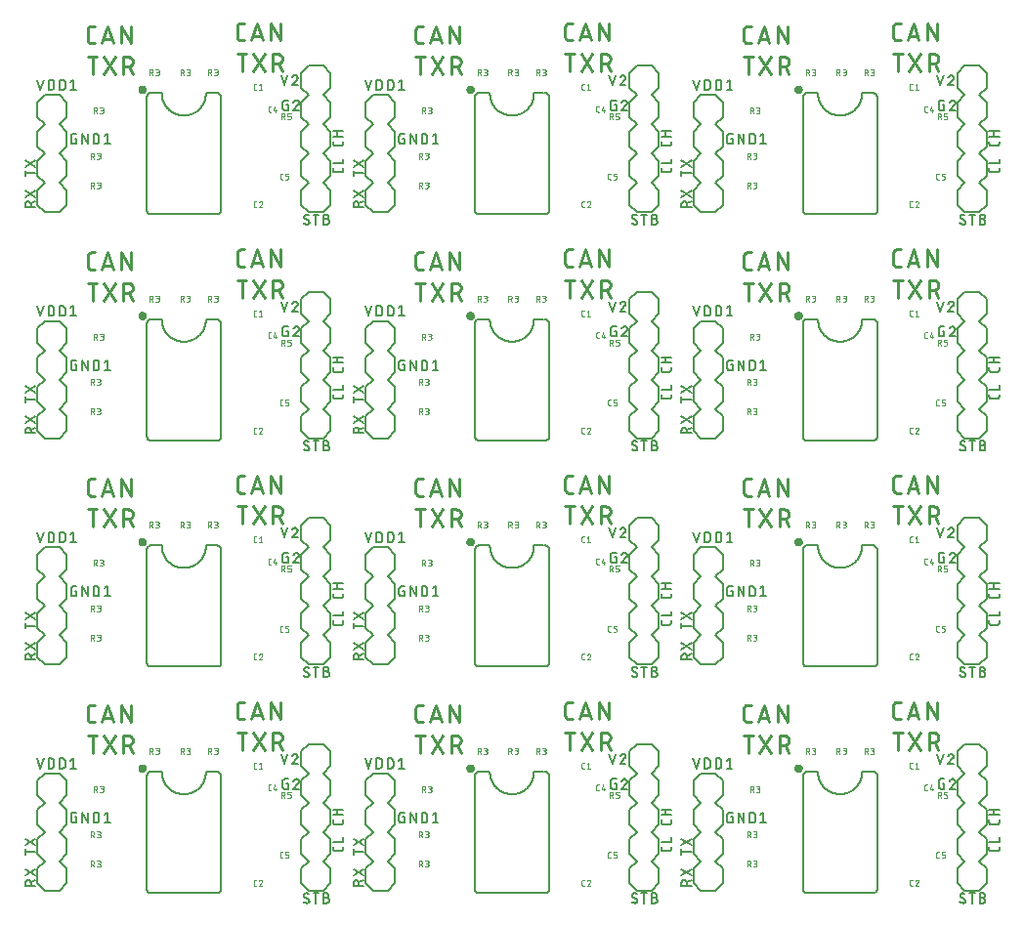
<source format=gto>
G75*
%MOIN*%
%OFA0B0*%
%FSLAX25Y25*%
%IPPOS*%
%LPD*%
%AMOC8*
5,1,8,0,0,1.08239X$1,22.5*
%
%ADD10C,0.00400*%
%ADD11C,0.00600*%
%ADD12C,0.01100*%
%ADD13C,0.00800*%
%ADD14C,0.00010*%
D10*
X0051950Y0041950D02*
X0051950Y0043950D01*
X0052506Y0043950D01*
X0052552Y0043948D01*
X0052598Y0043942D01*
X0052642Y0043933D01*
X0052687Y0043920D01*
X0052729Y0043903D01*
X0052771Y0043883D01*
X0052810Y0043859D01*
X0052848Y0043833D01*
X0052883Y0043803D01*
X0052915Y0043771D01*
X0052945Y0043736D01*
X0052971Y0043698D01*
X0052995Y0043659D01*
X0053015Y0043617D01*
X0053032Y0043575D01*
X0053045Y0043530D01*
X0053054Y0043486D01*
X0053060Y0043440D01*
X0053062Y0043394D01*
X0053060Y0043348D01*
X0053054Y0043302D01*
X0053045Y0043258D01*
X0053032Y0043213D01*
X0053015Y0043171D01*
X0052995Y0043129D01*
X0052971Y0043090D01*
X0052945Y0043052D01*
X0052915Y0043017D01*
X0052883Y0042985D01*
X0052848Y0042955D01*
X0052810Y0042929D01*
X0052771Y0042905D01*
X0052729Y0042885D01*
X0052687Y0042868D01*
X0052642Y0042855D01*
X0052598Y0042846D01*
X0052552Y0042840D01*
X0052506Y0042838D01*
X0052506Y0042839D02*
X0051950Y0042839D01*
X0052617Y0042839D02*
X0053061Y0041950D01*
X0054089Y0041950D02*
X0054644Y0041950D01*
X0054690Y0041952D01*
X0054736Y0041958D01*
X0054780Y0041967D01*
X0054825Y0041980D01*
X0054867Y0041997D01*
X0054909Y0042017D01*
X0054948Y0042041D01*
X0054986Y0042067D01*
X0055021Y0042097D01*
X0055053Y0042129D01*
X0055083Y0042164D01*
X0055109Y0042202D01*
X0055133Y0042241D01*
X0055153Y0042283D01*
X0055170Y0042325D01*
X0055183Y0042370D01*
X0055192Y0042414D01*
X0055198Y0042460D01*
X0055200Y0042506D01*
X0055198Y0042552D01*
X0055192Y0042598D01*
X0055183Y0042642D01*
X0055170Y0042687D01*
X0055153Y0042729D01*
X0055133Y0042771D01*
X0055109Y0042810D01*
X0055083Y0042848D01*
X0055053Y0042883D01*
X0055021Y0042915D01*
X0054986Y0042945D01*
X0054948Y0042971D01*
X0054909Y0042995D01*
X0054867Y0043015D01*
X0054825Y0043032D01*
X0054780Y0043045D01*
X0054736Y0043054D01*
X0054690Y0043060D01*
X0054644Y0043062D01*
X0054755Y0043061D02*
X0054311Y0043061D01*
X0054755Y0043062D02*
X0054796Y0043064D01*
X0054837Y0043070D01*
X0054877Y0043079D01*
X0054915Y0043092D01*
X0054953Y0043109D01*
X0054989Y0043129D01*
X0055023Y0043152D01*
X0055054Y0043178D01*
X0055083Y0043207D01*
X0055109Y0043238D01*
X0055132Y0043272D01*
X0055152Y0043308D01*
X0055169Y0043346D01*
X0055182Y0043384D01*
X0055191Y0043424D01*
X0055197Y0043465D01*
X0055199Y0043506D01*
X0055197Y0043547D01*
X0055191Y0043588D01*
X0055182Y0043628D01*
X0055169Y0043666D01*
X0055152Y0043704D01*
X0055132Y0043740D01*
X0055109Y0043774D01*
X0055083Y0043805D01*
X0055054Y0043834D01*
X0055023Y0043860D01*
X0054989Y0043883D01*
X0054953Y0043903D01*
X0054915Y0043920D01*
X0054877Y0043933D01*
X0054837Y0043942D01*
X0054796Y0043948D01*
X0054755Y0043950D01*
X0054089Y0043950D01*
X0054089Y0051950D02*
X0054644Y0051950D01*
X0054690Y0051952D01*
X0054736Y0051958D01*
X0054780Y0051967D01*
X0054825Y0051980D01*
X0054867Y0051997D01*
X0054909Y0052017D01*
X0054948Y0052041D01*
X0054986Y0052067D01*
X0055021Y0052097D01*
X0055053Y0052129D01*
X0055083Y0052164D01*
X0055109Y0052202D01*
X0055133Y0052241D01*
X0055153Y0052283D01*
X0055170Y0052325D01*
X0055183Y0052370D01*
X0055192Y0052414D01*
X0055198Y0052460D01*
X0055200Y0052506D01*
X0055198Y0052552D01*
X0055192Y0052598D01*
X0055183Y0052642D01*
X0055170Y0052687D01*
X0055153Y0052729D01*
X0055133Y0052771D01*
X0055109Y0052810D01*
X0055083Y0052848D01*
X0055053Y0052883D01*
X0055021Y0052915D01*
X0054986Y0052945D01*
X0054948Y0052971D01*
X0054909Y0052995D01*
X0054867Y0053015D01*
X0054825Y0053032D01*
X0054780Y0053045D01*
X0054736Y0053054D01*
X0054690Y0053060D01*
X0054644Y0053062D01*
X0054755Y0053061D02*
X0054311Y0053061D01*
X0054755Y0053062D02*
X0054796Y0053064D01*
X0054837Y0053070D01*
X0054877Y0053079D01*
X0054915Y0053092D01*
X0054953Y0053109D01*
X0054989Y0053129D01*
X0055023Y0053152D01*
X0055054Y0053178D01*
X0055083Y0053207D01*
X0055109Y0053238D01*
X0055132Y0053272D01*
X0055152Y0053308D01*
X0055169Y0053346D01*
X0055182Y0053384D01*
X0055191Y0053424D01*
X0055197Y0053465D01*
X0055199Y0053506D01*
X0055197Y0053547D01*
X0055191Y0053588D01*
X0055182Y0053628D01*
X0055169Y0053666D01*
X0055152Y0053704D01*
X0055132Y0053740D01*
X0055109Y0053774D01*
X0055083Y0053805D01*
X0055054Y0053834D01*
X0055023Y0053860D01*
X0054989Y0053883D01*
X0054953Y0053903D01*
X0054915Y0053920D01*
X0054877Y0053933D01*
X0054837Y0053942D01*
X0054796Y0053948D01*
X0054755Y0053950D01*
X0054089Y0053950D01*
X0052506Y0053950D02*
X0051950Y0053950D01*
X0051950Y0051950D01*
X0051950Y0052839D02*
X0052506Y0052839D01*
X0052617Y0052839D02*
X0053061Y0051950D01*
X0052506Y0052838D02*
X0052552Y0052840D01*
X0052598Y0052846D01*
X0052642Y0052855D01*
X0052687Y0052868D01*
X0052729Y0052885D01*
X0052771Y0052905D01*
X0052810Y0052929D01*
X0052848Y0052955D01*
X0052883Y0052985D01*
X0052915Y0053017D01*
X0052945Y0053052D01*
X0052971Y0053090D01*
X0052995Y0053129D01*
X0053015Y0053171D01*
X0053032Y0053213D01*
X0053045Y0053258D01*
X0053054Y0053302D01*
X0053060Y0053348D01*
X0053062Y0053394D01*
X0053060Y0053440D01*
X0053054Y0053486D01*
X0053045Y0053530D01*
X0053032Y0053575D01*
X0053015Y0053617D01*
X0052995Y0053659D01*
X0052971Y0053698D01*
X0052945Y0053736D01*
X0052915Y0053771D01*
X0052883Y0053803D01*
X0052848Y0053833D01*
X0052810Y0053859D01*
X0052771Y0053883D01*
X0052729Y0053903D01*
X0052687Y0053920D01*
X0052642Y0053933D01*
X0052598Y0053942D01*
X0052552Y0053948D01*
X0052506Y0053950D01*
X0052950Y0067450D02*
X0052950Y0069450D01*
X0053506Y0069450D01*
X0053552Y0069448D01*
X0053598Y0069442D01*
X0053642Y0069433D01*
X0053687Y0069420D01*
X0053729Y0069403D01*
X0053771Y0069383D01*
X0053810Y0069359D01*
X0053848Y0069333D01*
X0053883Y0069303D01*
X0053915Y0069271D01*
X0053945Y0069236D01*
X0053971Y0069198D01*
X0053995Y0069159D01*
X0054015Y0069117D01*
X0054032Y0069075D01*
X0054045Y0069030D01*
X0054054Y0068986D01*
X0054060Y0068940D01*
X0054062Y0068894D01*
X0054060Y0068848D01*
X0054054Y0068802D01*
X0054045Y0068758D01*
X0054032Y0068713D01*
X0054015Y0068671D01*
X0053995Y0068629D01*
X0053971Y0068590D01*
X0053945Y0068552D01*
X0053915Y0068517D01*
X0053883Y0068485D01*
X0053848Y0068455D01*
X0053810Y0068429D01*
X0053771Y0068405D01*
X0053729Y0068385D01*
X0053687Y0068368D01*
X0053642Y0068355D01*
X0053598Y0068346D01*
X0053552Y0068340D01*
X0053506Y0068338D01*
X0053506Y0068339D02*
X0052950Y0068339D01*
X0053617Y0068339D02*
X0054061Y0067450D01*
X0055089Y0067450D02*
X0055644Y0067450D01*
X0055690Y0067452D01*
X0055736Y0067458D01*
X0055780Y0067467D01*
X0055825Y0067480D01*
X0055867Y0067497D01*
X0055909Y0067517D01*
X0055948Y0067541D01*
X0055986Y0067567D01*
X0056021Y0067597D01*
X0056053Y0067629D01*
X0056083Y0067664D01*
X0056109Y0067702D01*
X0056133Y0067741D01*
X0056153Y0067783D01*
X0056170Y0067825D01*
X0056183Y0067870D01*
X0056192Y0067914D01*
X0056198Y0067960D01*
X0056200Y0068006D01*
X0056198Y0068052D01*
X0056192Y0068098D01*
X0056183Y0068142D01*
X0056170Y0068187D01*
X0056153Y0068229D01*
X0056133Y0068271D01*
X0056109Y0068310D01*
X0056083Y0068348D01*
X0056053Y0068383D01*
X0056021Y0068415D01*
X0055986Y0068445D01*
X0055948Y0068471D01*
X0055909Y0068495D01*
X0055867Y0068515D01*
X0055825Y0068532D01*
X0055780Y0068545D01*
X0055736Y0068554D01*
X0055690Y0068560D01*
X0055644Y0068562D01*
X0055755Y0068561D02*
X0055311Y0068561D01*
X0055755Y0068562D02*
X0055796Y0068564D01*
X0055837Y0068570D01*
X0055877Y0068579D01*
X0055915Y0068592D01*
X0055953Y0068609D01*
X0055989Y0068629D01*
X0056023Y0068652D01*
X0056054Y0068678D01*
X0056083Y0068707D01*
X0056109Y0068738D01*
X0056132Y0068772D01*
X0056152Y0068808D01*
X0056169Y0068846D01*
X0056182Y0068884D01*
X0056191Y0068924D01*
X0056197Y0068965D01*
X0056199Y0069006D01*
X0056197Y0069047D01*
X0056191Y0069088D01*
X0056182Y0069128D01*
X0056169Y0069166D01*
X0056152Y0069204D01*
X0056132Y0069240D01*
X0056109Y0069274D01*
X0056083Y0069305D01*
X0056054Y0069334D01*
X0056023Y0069360D01*
X0055989Y0069383D01*
X0055953Y0069403D01*
X0055915Y0069420D01*
X0055877Y0069433D01*
X0055837Y0069442D01*
X0055796Y0069448D01*
X0055755Y0069450D01*
X0055089Y0069450D01*
X0071950Y0080450D02*
X0071950Y0082450D01*
X0072506Y0082450D01*
X0072552Y0082448D01*
X0072598Y0082442D01*
X0072642Y0082433D01*
X0072687Y0082420D01*
X0072729Y0082403D01*
X0072771Y0082383D01*
X0072810Y0082359D01*
X0072848Y0082333D01*
X0072883Y0082303D01*
X0072915Y0082271D01*
X0072945Y0082236D01*
X0072971Y0082198D01*
X0072995Y0082159D01*
X0073015Y0082117D01*
X0073032Y0082075D01*
X0073045Y0082030D01*
X0073054Y0081986D01*
X0073060Y0081940D01*
X0073062Y0081894D01*
X0073060Y0081848D01*
X0073054Y0081802D01*
X0073045Y0081758D01*
X0073032Y0081713D01*
X0073015Y0081671D01*
X0072995Y0081629D01*
X0072971Y0081590D01*
X0072945Y0081552D01*
X0072915Y0081517D01*
X0072883Y0081485D01*
X0072848Y0081455D01*
X0072810Y0081429D01*
X0072771Y0081405D01*
X0072729Y0081385D01*
X0072687Y0081368D01*
X0072642Y0081355D01*
X0072598Y0081346D01*
X0072552Y0081340D01*
X0072506Y0081338D01*
X0072506Y0081339D02*
X0071950Y0081339D01*
X0072617Y0081339D02*
X0073061Y0080450D01*
X0074089Y0080450D02*
X0074644Y0080450D01*
X0074690Y0080452D01*
X0074736Y0080458D01*
X0074780Y0080467D01*
X0074825Y0080480D01*
X0074867Y0080497D01*
X0074909Y0080517D01*
X0074948Y0080541D01*
X0074986Y0080567D01*
X0075021Y0080597D01*
X0075053Y0080629D01*
X0075083Y0080664D01*
X0075109Y0080702D01*
X0075133Y0080741D01*
X0075153Y0080783D01*
X0075170Y0080825D01*
X0075183Y0080870D01*
X0075192Y0080914D01*
X0075198Y0080960D01*
X0075200Y0081006D01*
X0075198Y0081052D01*
X0075192Y0081098D01*
X0075183Y0081142D01*
X0075170Y0081187D01*
X0075153Y0081229D01*
X0075133Y0081271D01*
X0075109Y0081310D01*
X0075083Y0081348D01*
X0075053Y0081383D01*
X0075021Y0081415D01*
X0074986Y0081445D01*
X0074948Y0081471D01*
X0074909Y0081495D01*
X0074867Y0081515D01*
X0074825Y0081532D01*
X0074780Y0081545D01*
X0074736Y0081554D01*
X0074690Y0081560D01*
X0074644Y0081562D01*
X0074755Y0081561D02*
X0074311Y0081561D01*
X0074755Y0081562D02*
X0074796Y0081564D01*
X0074837Y0081570D01*
X0074877Y0081579D01*
X0074915Y0081592D01*
X0074953Y0081609D01*
X0074989Y0081629D01*
X0075023Y0081652D01*
X0075054Y0081678D01*
X0075083Y0081707D01*
X0075109Y0081738D01*
X0075132Y0081772D01*
X0075152Y0081808D01*
X0075169Y0081846D01*
X0075182Y0081884D01*
X0075191Y0081924D01*
X0075197Y0081965D01*
X0075199Y0082006D01*
X0075197Y0082047D01*
X0075191Y0082088D01*
X0075182Y0082128D01*
X0075169Y0082166D01*
X0075152Y0082204D01*
X0075132Y0082240D01*
X0075109Y0082274D01*
X0075083Y0082305D01*
X0075054Y0082334D01*
X0075023Y0082360D01*
X0074989Y0082383D01*
X0074953Y0082403D01*
X0074915Y0082420D01*
X0074877Y0082433D01*
X0074837Y0082442D01*
X0074796Y0082448D01*
X0074755Y0082450D01*
X0074089Y0082450D01*
X0082450Y0082450D02*
X0082450Y0080450D01*
X0082450Y0081339D02*
X0083006Y0081339D01*
X0083117Y0081339D02*
X0083561Y0080450D01*
X0084589Y0080450D02*
X0085144Y0080450D01*
X0085190Y0080452D01*
X0085236Y0080458D01*
X0085280Y0080467D01*
X0085325Y0080480D01*
X0085367Y0080497D01*
X0085409Y0080517D01*
X0085448Y0080541D01*
X0085486Y0080567D01*
X0085521Y0080597D01*
X0085553Y0080629D01*
X0085583Y0080664D01*
X0085609Y0080702D01*
X0085633Y0080741D01*
X0085653Y0080783D01*
X0085670Y0080825D01*
X0085683Y0080870D01*
X0085692Y0080914D01*
X0085698Y0080960D01*
X0085700Y0081006D01*
X0085698Y0081052D01*
X0085692Y0081098D01*
X0085683Y0081142D01*
X0085670Y0081187D01*
X0085653Y0081229D01*
X0085633Y0081271D01*
X0085609Y0081310D01*
X0085583Y0081348D01*
X0085553Y0081383D01*
X0085521Y0081415D01*
X0085486Y0081445D01*
X0085448Y0081471D01*
X0085409Y0081495D01*
X0085367Y0081515D01*
X0085325Y0081532D01*
X0085280Y0081545D01*
X0085236Y0081554D01*
X0085190Y0081560D01*
X0085144Y0081562D01*
X0085255Y0081561D02*
X0084811Y0081561D01*
X0085255Y0081562D02*
X0085296Y0081564D01*
X0085337Y0081570D01*
X0085377Y0081579D01*
X0085415Y0081592D01*
X0085453Y0081609D01*
X0085489Y0081629D01*
X0085523Y0081652D01*
X0085554Y0081678D01*
X0085583Y0081707D01*
X0085609Y0081738D01*
X0085632Y0081772D01*
X0085652Y0081808D01*
X0085669Y0081846D01*
X0085682Y0081884D01*
X0085691Y0081924D01*
X0085697Y0081965D01*
X0085699Y0082006D01*
X0085697Y0082047D01*
X0085691Y0082088D01*
X0085682Y0082128D01*
X0085669Y0082166D01*
X0085652Y0082204D01*
X0085632Y0082240D01*
X0085609Y0082274D01*
X0085583Y0082305D01*
X0085554Y0082334D01*
X0085523Y0082360D01*
X0085489Y0082383D01*
X0085453Y0082403D01*
X0085415Y0082420D01*
X0085377Y0082433D01*
X0085337Y0082442D01*
X0085296Y0082448D01*
X0085255Y0082450D01*
X0084589Y0082450D01*
X0083006Y0082450D02*
X0082450Y0082450D01*
X0083006Y0082450D02*
X0083052Y0082448D01*
X0083098Y0082442D01*
X0083142Y0082433D01*
X0083187Y0082420D01*
X0083229Y0082403D01*
X0083271Y0082383D01*
X0083310Y0082359D01*
X0083348Y0082333D01*
X0083383Y0082303D01*
X0083415Y0082271D01*
X0083445Y0082236D01*
X0083471Y0082198D01*
X0083495Y0082159D01*
X0083515Y0082117D01*
X0083532Y0082075D01*
X0083545Y0082030D01*
X0083554Y0081986D01*
X0083560Y0081940D01*
X0083562Y0081894D01*
X0083560Y0081848D01*
X0083554Y0081802D01*
X0083545Y0081758D01*
X0083532Y0081713D01*
X0083515Y0081671D01*
X0083495Y0081629D01*
X0083471Y0081590D01*
X0083445Y0081552D01*
X0083415Y0081517D01*
X0083383Y0081485D01*
X0083348Y0081455D01*
X0083310Y0081429D01*
X0083271Y0081405D01*
X0083229Y0081385D01*
X0083187Y0081368D01*
X0083142Y0081355D01*
X0083098Y0081346D01*
X0083052Y0081340D01*
X0083006Y0081338D01*
X0091950Y0081339D02*
X0092506Y0081339D01*
X0092617Y0081339D02*
X0093061Y0080450D01*
X0094089Y0080450D02*
X0094644Y0080450D01*
X0094690Y0080452D01*
X0094736Y0080458D01*
X0094780Y0080467D01*
X0094825Y0080480D01*
X0094867Y0080497D01*
X0094909Y0080517D01*
X0094948Y0080541D01*
X0094986Y0080567D01*
X0095021Y0080597D01*
X0095053Y0080629D01*
X0095083Y0080664D01*
X0095109Y0080702D01*
X0095133Y0080741D01*
X0095153Y0080783D01*
X0095170Y0080825D01*
X0095183Y0080870D01*
X0095192Y0080914D01*
X0095198Y0080960D01*
X0095200Y0081006D01*
X0095198Y0081052D01*
X0095192Y0081098D01*
X0095183Y0081142D01*
X0095170Y0081187D01*
X0095153Y0081229D01*
X0095133Y0081271D01*
X0095109Y0081310D01*
X0095083Y0081348D01*
X0095053Y0081383D01*
X0095021Y0081415D01*
X0094986Y0081445D01*
X0094948Y0081471D01*
X0094909Y0081495D01*
X0094867Y0081515D01*
X0094825Y0081532D01*
X0094780Y0081545D01*
X0094736Y0081554D01*
X0094690Y0081560D01*
X0094644Y0081562D01*
X0094755Y0081561D02*
X0094311Y0081561D01*
X0094755Y0081562D02*
X0094796Y0081564D01*
X0094837Y0081570D01*
X0094877Y0081579D01*
X0094915Y0081592D01*
X0094953Y0081609D01*
X0094989Y0081629D01*
X0095023Y0081652D01*
X0095054Y0081678D01*
X0095083Y0081707D01*
X0095109Y0081738D01*
X0095132Y0081772D01*
X0095152Y0081808D01*
X0095169Y0081846D01*
X0095182Y0081884D01*
X0095191Y0081924D01*
X0095197Y0081965D01*
X0095199Y0082006D01*
X0095197Y0082047D01*
X0095191Y0082088D01*
X0095182Y0082128D01*
X0095169Y0082166D01*
X0095152Y0082204D01*
X0095132Y0082240D01*
X0095109Y0082274D01*
X0095083Y0082305D01*
X0095054Y0082334D01*
X0095023Y0082360D01*
X0094989Y0082383D01*
X0094953Y0082403D01*
X0094915Y0082420D01*
X0094877Y0082433D01*
X0094837Y0082442D01*
X0094796Y0082448D01*
X0094755Y0082450D01*
X0094089Y0082450D01*
X0092506Y0082450D02*
X0091950Y0082450D01*
X0091950Y0080450D01*
X0092506Y0081338D02*
X0092552Y0081340D01*
X0092598Y0081346D01*
X0092642Y0081355D01*
X0092687Y0081368D01*
X0092729Y0081385D01*
X0092771Y0081405D01*
X0092810Y0081429D01*
X0092848Y0081455D01*
X0092883Y0081485D01*
X0092915Y0081517D01*
X0092945Y0081552D01*
X0092971Y0081590D01*
X0092995Y0081629D01*
X0093015Y0081671D01*
X0093032Y0081713D01*
X0093045Y0081758D01*
X0093054Y0081802D01*
X0093060Y0081848D01*
X0093062Y0081894D01*
X0093060Y0081940D01*
X0093054Y0081986D01*
X0093045Y0082030D01*
X0093032Y0082075D01*
X0093015Y0082117D01*
X0092995Y0082159D01*
X0092971Y0082198D01*
X0092945Y0082236D01*
X0092915Y0082271D01*
X0092883Y0082303D01*
X0092848Y0082333D01*
X0092810Y0082359D01*
X0092771Y0082383D01*
X0092729Y0082403D01*
X0092687Y0082420D01*
X0092642Y0082433D01*
X0092598Y0082442D01*
X0092552Y0082448D01*
X0092506Y0082450D01*
X0107450Y0077006D02*
X0107450Y0075894D01*
X0107452Y0075853D01*
X0107458Y0075812D01*
X0107467Y0075772D01*
X0107480Y0075734D01*
X0107497Y0075696D01*
X0107517Y0075660D01*
X0107540Y0075626D01*
X0107566Y0075595D01*
X0107595Y0075566D01*
X0107626Y0075540D01*
X0107660Y0075517D01*
X0107696Y0075497D01*
X0107734Y0075480D01*
X0107772Y0075467D01*
X0107812Y0075458D01*
X0107853Y0075452D01*
X0107894Y0075450D01*
X0108339Y0075450D01*
X0109260Y0075450D02*
X0110371Y0075450D01*
X0109815Y0075450D02*
X0109815Y0077450D01*
X0109260Y0077006D01*
X0108339Y0077450D02*
X0107894Y0077450D01*
X0107853Y0077448D01*
X0107812Y0077442D01*
X0107772Y0077433D01*
X0107734Y0077420D01*
X0107696Y0077403D01*
X0107660Y0077383D01*
X0107626Y0077360D01*
X0107595Y0077334D01*
X0107566Y0077305D01*
X0107540Y0077274D01*
X0107517Y0077240D01*
X0107497Y0077204D01*
X0107480Y0077166D01*
X0107467Y0077128D01*
X0107458Y0077088D01*
X0107452Y0077047D01*
X0107450Y0077006D01*
X0112894Y0069950D02*
X0113339Y0069950D01*
X0112894Y0069950D02*
X0112853Y0069948D01*
X0112812Y0069942D01*
X0112772Y0069933D01*
X0112734Y0069920D01*
X0112696Y0069903D01*
X0112660Y0069883D01*
X0112626Y0069860D01*
X0112595Y0069834D01*
X0112566Y0069805D01*
X0112540Y0069774D01*
X0112517Y0069740D01*
X0112497Y0069704D01*
X0112480Y0069666D01*
X0112467Y0069628D01*
X0112458Y0069588D01*
X0112452Y0069547D01*
X0112450Y0069506D01*
X0112450Y0068394D01*
X0112452Y0068353D01*
X0112458Y0068312D01*
X0112467Y0068272D01*
X0112480Y0068234D01*
X0112497Y0068196D01*
X0112517Y0068160D01*
X0112540Y0068126D01*
X0112566Y0068095D01*
X0112595Y0068066D01*
X0112626Y0068040D01*
X0112660Y0068017D01*
X0112696Y0067997D01*
X0112734Y0067980D01*
X0112772Y0067967D01*
X0112812Y0067958D01*
X0112853Y0067952D01*
X0112894Y0067950D01*
X0113339Y0067950D01*
X0114260Y0068394D02*
X0115371Y0068394D01*
X0115037Y0067950D02*
X0115037Y0068839D01*
X0114260Y0068394D02*
X0114704Y0069950D01*
X0116950Y0067450D02*
X0117506Y0067450D01*
X0117552Y0067448D01*
X0117598Y0067442D01*
X0117642Y0067433D01*
X0117687Y0067420D01*
X0117729Y0067403D01*
X0117771Y0067383D01*
X0117810Y0067359D01*
X0117848Y0067333D01*
X0117883Y0067303D01*
X0117915Y0067271D01*
X0117945Y0067236D01*
X0117971Y0067198D01*
X0117995Y0067159D01*
X0118015Y0067117D01*
X0118032Y0067075D01*
X0118045Y0067030D01*
X0118054Y0066986D01*
X0118060Y0066940D01*
X0118062Y0066894D01*
X0118060Y0066848D01*
X0118054Y0066802D01*
X0118045Y0066758D01*
X0118032Y0066713D01*
X0118015Y0066671D01*
X0117995Y0066629D01*
X0117971Y0066590D01*
X0117945Y0066552D01*
X0117915Y0066517D01*
X0117883Y0066485D01*
X0117848Y0066455D01*
X0117810Y0066429D01*
X0117771Y0066405D01*
X0117729Y0066385D01*
X0117687Y0066368D01*
X0117642Y0066355D01*
X0117598Y0066346D01*
X0117552Y0066340D01*
X0117506Y0066338D01*
X0117506Y0066339D02*
X0116950Y0066339D01*
X0117617Y0066339D02*
X0118061Y0065450D01*
X0119089Y0065450D02*
X0119755Y0065450D01*
X0119796Y0065452D01*
X0119837Y0065458D01*
X0119877Y0065467D01*
X0119915Y0065480D01*
X0119953Y0065497D01*
X0119989Y0065517D01*
X0120023Y0065540D01*
X0120054Y0065566D01*
X0120083Y0065595D01*
X0120109Y0065626D01*
X0120132Y0065660D01*
X0120152Y0065696D01*
X0120169Y0065734D01*
X0120182Y0065772D01*
X0120191Y0065812D01*
X0120197Y0065853D01*
X0120199Y0065894D01*
X0120200Y0065894D02*
X0120200Y0066117D01*
X0120199Y0066117D02*
X0120197Y0066158D01*
X0120191Y0066199D01*
X0120182Y0066239D01*
X0120169Y0066277D01*
X0120152Y0066315D01*
X0120132Y0066351D01*
X0120109Y0066385D01*
X0120083Y0066416D01*
X0120054Y0066445D01*
X0120023Y0066471D01*
X0119989Y0066494D01*
X0119953Y0066514D01*
X0119915Y0066531D01*
X0119877Y0066544D01*
X0119837Y0066553D01*
X0119796Y0066559D01*
X0119755Y0066561D01*
X0119089Y0066561D01*
X0119089Y0067450D01*
X0120200Y0067450D01*
X0116950Y0067450D02*
X0116950Y0065450D01*
X0116894Y0046950D02*
X0117339Y0046950D01*
X0116894Y0046950D02*
X0116853Y0046948D01*
X0116812Y0046942D01*
X0116772Y0046933D01*
X0116734Y0046920D01*
X0116696Y0046903D01*
X0116660Y0046883D01*
X0116626Y0046860D01*
X0116595Y0046834D01*
X0116566Y0046805D01*
X0116540Y0046774D01*
X0116517Y0046740D01*
X0116497Y0046704D01*
X0116480Y0046666D01*
X0116467Y0046628D01*
X0116458Y0046588D01*
X0116452Y0046547D01*
X0116450Y0046506D01*
X0116450Y0045394D01*
X0116452Y0045353D01*
X0116458Y0045312D01*
X0116467Y0045272D01*
X0116480Y0045234D01*
X0116497Y0045196D01*
X0116517Y0045160D01*
X0116540Y0045126D01*
X0116566Y0045095D01*
X0116595Y0045066D01*
X0116626Y0045040D01*
X0116660Y0045017D01*
X0116696Y0044997D01*
X0116734Y0044980D01*
X0116772Y0044967D01*
X0116812Y0044958D01*
X0116853Y0044952D01*
X0116894Y0044950D01*
X0117339Y0044950D01*
X0118260Y0044950D02*
X0118926Y0044950D01*
X0118967Y0044952D01*
X0119008Y0044958D01*
X0119048Y0044967D01*
X0119086Y0044980D01*
X0119124Y0044997D01*
X0119160Y0045017D01*
X0119194Y0045040D01*
X0119225Y0045066D01*
X0119254Y0045095D01*
X0119280Y0045126D01*
X0119303Y0045160D01*
X0119323Y0045196D01*
X0119340Y0045234D01*
X0119353Y0045272D01*
X0119362Y0045312D01*
X0119368Y0045353D01*
X0119370Y0045394D01*
X0119371Y0045394D02*
X0119371Y0045617D01*
X0119370Y0045617D02*
X0119368Y0045658D01*
X0119362Y0045699D01*
X0119353Y0045739D01*
X0119340Y0045777D01*
X0119323Y0045815D01*
X0119303Y0045851D01*
X0119280Y0045885D01*
X0119254Y0045916D01*
X0119225Y0045945D01*
X0119194Y0045971D01*
X0119160Y0045994D01*
X0119124Y0046014D01*
X0119086Y0046031D01*
X0119048Y0046044D01*
X0119008Y0046053D01*
X0118967Y0046059D01*
X0118926Y0046061D01*
X0118260Y0046061D01*
X0118260Y0046950D01*
X0119371Y0046950D01*
X0109871Y0037450D02*
X0109915Y0037448D01*
X0109958Y0037442D01*
X0110000Y0037433D01*
X0110042Y0037420D01*
X0110082Y0037403D01*
X0110121Y0037383D01*
X0110158Y0037360D01*
X0110192Y0037333D01*
X0110225Y0037304D01*
X0110254Y0037271D01*
X0110281Y0037237D01*
X0110304Y0037200D01*
X0110324Y0037161D01*
X0110341Y0037121D01*
X0110354Y0037079D01*
X0110363Y0037037D01*
X0110369Y0036994D01*
X0110371Y0036950D01*
X0110204Y0036561D02*
X0109260Y0035450D01*
X0110371Y0035450D01*
X0109260Y0037006D02*
X0109277Y0037050D01*
X0109296Y0037094D01*
X0109319Y0037135D01*
X0109344Y0037175D01*
X0109373Y0037213D01*
X0109404Y0037249D01*
X0109438Y0037282D01*
X0109474Y0037313D01*
X0109513Y0037341D01*
X0109553Y0037366D01*
X0109595Y0037388D01*
X0109639Y0037407D01*
X0109684Y0037422D01*
X0109730Y0037434D01*
X0109776Y0037443D01*
X0109824Y0037448D01*
X0109871Y0037450D01*
X0110371Y0036950D02*
X0110369Y0036907D01*
X0110364Y0036863D01*
X0110355Y0036821D01*
X0110343Y0036779D01*
X0110328Y0036738D01*
X0110309Y0036699D01*
X0110287Y0036662D01*
X0110262Y0036626D01*
X0110235Y0036592D01*
X0110204Y0036561D01*
X0108339Y0037450D02*
X0107894Y0037450D01*
X0107853Y0037448D01*
X0107812Y0037442D01*
X0107772Y0037433D01*
X0107734Y0037420D01*
X0107696Y0037403D01*
X0107660Y0037383D01*
X0107626Y0037360D01*
X0107595Y0037334D01*
X0107566Y0037305D01*
X0107540Y0037274D01*
X0107517Y0037240D01*
X0107497Y0037204D01*
X0107480Y0037166D01*
X0107467Y0037128D01*
X0107458Y0037088D01*
X0107452Y0037047D01*
X0107450Y0037006D01*
X0107450Y0035894D01*
X0107452Y0035853D01*
X0107458Y0035812D01*
X0107467Y0035772D01*
X0107480Y0035734D01*
X0107497Y0035696D01*
X0107517Y0035660D01*
X0107540Y0035626D01*
X0107566Y0035595D01*
X0107595Y0035566D01*
X0107626Y0035540D01*
X0107660Y0035517D01*
X0107696Y0035497D01*
X0107734Y0035480D01*
X0107772Y0035467D01*
X0107812Y0035458D01*
X0107853Y0035452D01*
X0107894Y0035450D01*
X0108339Y0035450D01*
X0163871Y0041950D02*
X0163871Y0043950D01*
X0164427Y0043950D01*
X0164473Y0043948D01*
X0164519Y0043942D01*
X0164563Y0043933D01*
X0164608Y0043920D01*
X0164650Y0043903D01*
X0164692Y0043883D01*
X0164731Y0043859D01*
X0164769Y0043833D01*
X0164804Y0043803D01*
X0164836Y0043771D01*
X0164866Y0043736D01*
X0164892Y0043698D01*
X0164916Y0043659D01*
X0164936Y0043617D01*
X0164953Y0043575D01*
X0164966Y0043530D01*
X0164975Y0043486D01*
X0164981Y0043440D01*
X0164983Y0043394D01*
X0164981Y0043348D01*
X0164975Y0043302D01*
X0164966Y0043258D01*
X0164953Y0043213D01*
X0164936Y0043171D01*
X0164916Y0043129D01*
X0164892Y0043090D01*
X0164866Y0043052D01*
X0164836Y0043017D01*
X0164804Y0042985D01*
X0164769Y0042955D01*
X0164731Y0042929D01*
X0164692Y0042905D01*
X0164650Y0042885D01*
X0164608Y0042868D01*
X0164563Y0042855D01*
X0164519Y0042846D01*
X0164473Y0042840D01*
X0164427Y0042838D01*
X0164427Y0042839D02*
X0163871Y0042839D01*
X0164538Y0042839D02*
X0164982Y0041950D01*
X0166010Y0041950D02*
X0166565Y0041950D01*
X0166611Y0041952D01*
X0166657Y0041958D01*
X0166701Y0041967D01*
X0166746Y0041980D01*
X0166788Y0041997D01*
X0166830Y0042017D01*
X0166869Y0042041D01*
X0166907Y0042067D01*
X0166942Y0042097D01*
X0166974Y0042129D01*
X0167004Y0042164D01*
X0167030Y0042202D01*
X0167054Y0042241D01*
X0167074Y0042283D01*
X0167091Y0042325D01*
X0167104Y0042370D01*
X0167113Y0042414D01*
X0167119Y0042460D01*
X0167121Y0042506D01*
X0167119Y0042552D01*
X0167113Y0042598D01*
X0167104Y0042642D01*
X0167091Y0042687D01*
X0167074Y0042729D01*
X0167054Y0042771D01*
X0167030Y0042810D01*
X0167004Y0042848D01*
X0166974Y0042883D01*
X0166942Y0042915D01*
X0166907Y0042945D01*
X0166869Y0042971D01*
X0166830Y0042995D01*
X0166788Y0043015D01*
X0166746Y0043032D01*
X0166701Y0043045D01*
X0166657Y0043054D01*
X0166611Y0043060D01*
X0166565Y0043062D01*
X0166676Y0043061D02*
X0166232Y0043061D01*
X0166676Y0043062D02*
X0166717Y0043064D01*
X0166758Y0043070D01*
X0166798Y0043079D01*
X0166836Y0043092D01*
X0166874Y0043109D01*
X0166910Y0043129D01*
X0166944Y0043152D01*
X0166975Y0043178D01*
X0167004Y0043207D01*
X0167030Y0043238D01*
X0167053Y0043272D01*
X0167073Y0043308D01*
X0167090Y0043346D01*
X0167103Y0043384D01*
X0167112Y0043424D01*
X0167118Y0043465D01*
X0167120Y0043506D01*
X0167118Y0043547D01*
X0167112Y0043588D01*
X0167103Y0043628D01*
X0167090Y0043666D01*
X0167073Y0043704D01*
X0167053Y0043740D01*
X0167030Y0043774D01*
X0167004Y0043805D01*
X0166975Y0043834D01*
X0166944Y0043860D01*
X0166910Y0043883D01*
X0166874Y0043903D01*
X0166836Y0043920D01*
X0166798Y0043933D01*
X0166758Y0043942D01*
X0166717Y0043948D01*
X0166676Y0043950D01*
X0166010Y0043950D01*
X0166010Y0051950D02*
X0166565Y0051950D01*
X0166611Y0051952D01*
X0166657Y0051958D01*
X0166701Y0051967D01*
X0166746Y0051980D01*
X0166788Y0051997D01*
X0166830Y0052017D01*
X0166869Y0052041D01*
X0166907Y0052067D01*
X0166942Y0052097D01*
X0166974Y0052129D01*
X0167004Y0052164D01*
X0167030Y0052202D01*
X0167054Y0052241D01*
X0167074Y0052283D01*
X0167091Y0052325D01*
X0167104Y0052370D01*
X0167113Y0052414D01*
X0167119Y0052460D01*
X0167121Y0052506D01*
X0167119Y0052552D01*
X0167113Y0052598D01*
X0167104Y0052642D01*
X0167091Y0052687D01*
X0167074Y0052729D01*
X0167054Y0052771D01*
X0167030Y0052810D01*
X0167004Y0052848D01*
X0166974Y0052883D01*
X0166942Y0052915D01*
X0166907Y0052945D01*
X0166869Y0052971D01*
X0166830Y0052995D01*
X0166788Y0053015D01*
X0166746Y0053032D01*
X0166701Y0053045D01*
X0166657Y0053054D01*
X0166611Y0053060D01*
X0166565Y0053062D01*
X0166676Y0053061D02*
X0166232Y0053061D01*
X0166676Y0053062D02*
X0166717Y0053064D01*
X0166758Y0053070D01*
X0166798Y0053079D01*
X0166836Y0053092D01*
X0166874Y0053109D01*
X0166910Y0053129D01*
X0166944Y0053152D01*
X0166975Y0053178D01*
X0167004Y0053207D01*
X0167030Y0053238D01*
X0167053Y0053272D01*
X0167073Y0053308D01*
X0167090Y0053346D01*
X0167103Y0053384D01*
X0167112Y0053424D01*
X0167118Y0053465D01*
X0167120Y0053506D01*
X0167118Y0053547D01*
X0167112Y0053588D01*
X0167103Y0053628D01*
X0167090Y0053666D01*
X0167073Y0053704D01*
X0167053Y0053740D01*
X0167030Y0053774D01*
X0167004Y0053805D01*
X0166975Y0053834D01*
X0166944Y0053860D01*
X0166910Y0053883D01*
X0166874Y0053903D01*
X0166836Y0053920D01*
X0166798Y0053933D01*
X0166758Y0053942D01*
X0166717Y0053948D01*
X0166676Y0053950D01*
X0166010Y0053950D01*
X0164427Y0053950D02*
X0163871Y0053950D01*
X0163871Y0051950D01*
X0163871Y0052839D02*
X0164427Y0052839D01*
X0164538Y0052839D02*
X0164982Y0051950D01*
X0164427Y0052838D02*
X0164473Y0052840D01*
X0164519Y0052846D01*
X0164563Y0052855D01*
X0164608Y0052868D01*
X0164650Y0052885D01*
X0164692Y0052905D01*
X0164731Y0052929D01*
X0164769Y0052955D01*
X0164804Y0052985D01*
X0164836Y0053017D01*
X0164866Y0053052D01*
X0164892Y0053090D01*
X0164916Y0053129D01*
X0164936Y0053171D01*
X0164953Y0053213D01*
X0164966Y0053258D01*
X0164975Y0053302D01*
X0164981Y0053348D01*
X0164983Y0053394D01*
X0164981Y0053440D01*
X0164975Y0053486D01*
X0164966Y0053530D01*
X0164953Y0053575D01*
X0164936Y0053617D01*
X0164916Y0053659D01*
X0164892Y0053698D01*
X0164866Y0053736D01*
X0164836Y0053771D01*
X0164804Y0053803D01*
X0164769Y0053833D01*
X0164731Y0053859D01*
X0164692Y0053883D01*
X0164650Y0053903D01*
X0164608Y0053920D01*
X0164563Y0053933D01*
X0164519Y0053942D01*
X0164473Y0053948D01*
X0164427Y0053950D01*
X0164871Y0067450D02*
X0164871Y0069450D01*
X0165427Y0069450D01*
X0165473Y0069448D01*
X0165519Y0069442D01*
X0165563Y0069433D01*
X0165608Y0069420D01*
X0165650Y0069403D01*
X0165692Y0069383D01*
X0165731Y0069359D01*
X0165769Y0069333D01*
X0165804Y0069303D01*
X0165836Y0069271D01*
X0165866Y0069236D01*
X0165892Y0069198D01*
X0165916Y0069159D01*
X0165936Y0069117D01*
X0165953Y0069075D01*
X0165966Y0069030D01*
X0165975Y0068986D01*
X0165981Y0068940D01*
X0165983Y0068894D01*
X0165981Y0068848D01*
X0165975Y0068802D01*
X0165966Y0068758D01*
X0165953Y0068713D01*
X0165936Y0068671D01*
X0165916Y0068629D01*
X0165892Y0068590D01*
X0165866Y0068552D01*
X0165836Y0068517D01*
X0165804Y0068485D01*
X0165769Y0068455D01*
X0165731Y0068429D01*
X0165692Y0068405D01*
X0165650Y0068385D01*
X0165608Y0068368D01*
X0165563Y0068355D01*
X0165519Y0068346D01*
X0165473Y0068340D01*
X0165427Y0068338D01*
X0165427Y0068339D02*
X0164871Y0068339D01*
X0165538Y0068339D02*
X0165982Y0067450D01*
X0167010Y0067450D02*
X0167565Y0067450D01*
X0167611Y0067452D01*
X0167657Y0067458D01*
X0167701Y0067467D01*
X0167746Y0067480D01*
X0167788Y0067497D01*
X0167830Y0067517D01*
X0167869Y0067541D01*
X0167907Y0067567D01*
X0167942Y0067597D01*
X0167974Y0067629D01*
X0168004Y0067664D01*
X0168030Y0067702D01*
X0168054Y0067741D01*
X0168074Y0067783D01*
X0168091Y0067825D01*
X0168104Y0067870D01*
X0168113Y0067914D01*
X0168119Y0067960D01*
X0168121Y0068006D01*
X0168119Y0068052D01*
X0168113Y0068098D01*
X0168104Y0068142D01*
X0168091Y0068187D01*
X0168074Y0068229D01*
X0168054Y0068271D01*
X0168030Y0068310D01*
X0168004Y0068348D01*
X0167974Y0068383D01*
X0167942Y0068415D01*
X0167907Y0068445D01*
X0167869Y0068471D01*
X0167830Y0068495D01*
X0167788Y0068515D01*
X0167746Y0068532D01*
X0167701Y0068545D01*
X0167657Y0068554D01*
X0167611Y0068560D01*
X0167565Y0068562D01*
X0167676Y0068561D02*
X0167232Y0068561D01*
X0167676Y0068562D02*
X0167717Y0068564D01*
X0167758Y0068570D01*
X0167798Y0068579D01*
X0167836Y0068592D01*
X0167874Y0068609D01*
X0167910Y0068629D01*
X0167944Y0068652D01*
X0167975Y0068678D01*
X0168004Y0068707D01*
X0168030Y0068738D01*
X0168053Y0068772D01*
X0168073Y0068808D01*
X0168090Y0068846D01*
X0168103Y0068884D01*
X0168112Y0068924D01*
X0168118Y0068965D01*
X0168120Y0069006D01*
X0168118Y0069047D01*
X0168112Y0069088D01*
X0168103Y0069128D01*
X0168090Y0069166D01*
X0168073Y0069204D01*
X0168053Y0069240D01*
X0168030Y0069274D01*
X0168004Y0069305D01*
X0167975Y0069334D01*
X0167944Y0069360D01*
X0167910Y0069383D01*
X0167874Y0069403D01*
X0167836Y0069420D01*
X0167798Y0069433D01*
X0167758Y0069442D01*
X0167717Y0069448D01*
X0167676Y0069450D01*
X0167010Y0069450D01*
X0183871Y0080450D02*
X0183871Y0082450D01*
X0184427Y0082450D01*
X0184473Y0082448D01*
X0184519Y0082442D01*
X0184563Y0082433D01*
X0184608Y0082420D01*
X0184650Y0082403D01*
X0184692Y0082383D01*
X0184731Y0082359D01*
X0184769Y0082333D01*
X0184804Y0082303D01*
X0184836Y0082271D01*
X0184866Y0082236D01*
X0184892Y0082198D01*
X0184916Y0082159D01*
X0184936Y0082117D01*
X0184953Y0082075D01*
X0184966Y0082030D01*
X0184975Y0081986D01*
X0184981Y0081940D01*
X0184983Y0081894D01*
X0184981Y0081848D01*
X0184975Y0081802D01*
X0184966Y0081758D01*
X0184953Y0081713D01*
X0184936Y0081671D01*
X0184916Y0081629D01*
X0184892Y0081590D01*
X0184866Y0081552D01*
X0184836Y0081517D01*
X0184804Y0081485D01*
X0184769Y0081455D01*
X0184731Y0081429D01*
X0184692Y0081405D01*
X0184650Y0081385D01*
X0184608Y0081368D01*
X0184563Y0081355D01*
X0184519Y0081346D01*
X0184473Y0081340D01*
X0184427Y0081338D01*
X0184427Y0081339D02*
X0183871Y0081339D01*
X0184538Y0081339D02*
X0184982Y0080450D01*
X0186010Y0080450D02*
X0186565Y0080450D01*
X0186611Y0080452D01*
X0186657Y0080458D01*
X0186701Y0080467D01*
X0186746Y0080480D01*
X0186788Y0080497D01*
X0186830Y0080517D01*
X0186869Y0080541D01*
X0186907Y0080567D01*
X0186942Y0080597D01*
X0186974Y0080629D01*
X0187004Y0080664D01*
X0187030Y0080702D01*
X0187054Y0080741D01*
X0187074Y0080783D01*
X0187091Y0080825D01*
X0187104Y0080870D01*
X0187113Y0080914D01*
X0187119Y0080960D01*
X0187121Y0081006D01*
X0187119Y0081052D01*
X0187113Y0081098D01*
X0187104Y0081142D01*
X0187091Y0081187D01*
X0187074Y0081229D01*
X0187054Y0081271D01*
X0187030Y0081310D01*
X0187004Y0081348D01*
X0186974Y0081383D01*
X0186942Y0081415D01*
X0186907Y0081445D01*
X0186869Y0081471D01*
X0186830Y0081495D01*
X0186788Y0081515D01*
X0186746Y0081532D01*
X0186701Y0081545D01*
X0186657Y0081554D01*
X0186611Y0081560D01*
X0186565Y0081562D01*
X0186676Y0081561D02*
X0186232Y0081561D01*
X0186676Y0081562D02*
X0186717Y0081564D01*
X0186758Y0081570D01*
X0186798Y0081579D01*
X0186836Y0081592D01*
X0186874Y0081609D01*
X0186910Y0081629D01*
X0186944Y0081652D01*
X0186975Y0081678D01*
X0187004Y0081707D01*
X0187030Y0081738D01*
X0187053Y0081772D01*
X0187073Y0081808D01*
X0187090Y0081846D01*
X0187103Y0081884D01*
X0187112Y0081924D01*
X0187118Y0081965D01*
X0187120Y0082006D01*
X0187118Y0082047D01*
X0187112Y0082088D01*
X0187103Y0082128D01*
X0187090Y0082166D01*
X0187073Y0082204D01*
X0187053Y0082240D01*
X0187030Y0082274D01*
X0187004Y0082305D01*
X0186975Y0082334D01*
X0186944Y0082360D01*
X0186910Y0082383D01*
X0186874Y0082403D01*
X0186836Y0082420D01*
X0186798Y0082433D01*
X0186758Y0082442D01*
X0186717Y0082448D01*
X0186676Y0082450D01*
X0186010Y0082450D01*
X0194371Y0082450D02*
X0194371Y0080450D01*
X0194371Y0081339D02*
X0194927Y0081339D01*
X0195038Y0081339D02*
X0195482Y0080450D01*
X0196510Y0080450D02*
X0197065Y0080450D01*
X0197111Y0080452D01*
X0197157Y0080458D01*
X0197201Y0080467D01*
X0197246Y0080480D01*
X0197288Y0080497D01*
X0197330Y0080517D01*
X0197369Y0080541D01*
X0197407Y0080567D01*
X0197442Y0080597D01*
X0197474Y0080629D01*
X0197504Y0080664D01*
X0197530Y0080702D01*
X0197554Y0080741D01*
X0197574Y0080783D01*
X0197591Y0080825D01*
X0197604Y0080870D01*
X0197613Y0080914D01*
X0197619Y0080960D01*
X0197621Y0081006D01*
X0197619Y0081052D01*
X0197613Y0081098D01*
X0197604Y0081142D01*
X0197591Y0081187D01*
X0197574Y0081229D01*
X0197554Y0081271D01*
X0197530Y0081310D01*
X0197504Y0081348D01*
X0197474Y0081383D01*
X0197442Y0081415D01*
X0197407Y0081445D01*
X0197369Y0081471D01*
X0197330Y0081495D01*
X0197288Y0081515D01*
X0197246Y0081532D01*
X0197201Y0081545D01*
X0197157Y0081554D01*
X0197111Y0081560D01*
X0197065Y0081562D01*
X0197176Y0081561D02*
X0196732Y0081561D01*
X0197176Y0081562D02*
X0197217Y0081564D01*
X0197258Y0081570D01*
X0197298Y0081579D01*
X0197336Y0081592D01*
X0197374Y0081609D01*
X0197410Y0081629D01*
X0197444Y0081652D01*
X0197475Y0081678D01*
X0197504Y0081707D01*
X0197530Y0081738D01*
X0197553Y0081772D01*
X0197573Y0081808D01*
X0197590Y0081846D01*
X0197603Y0081884D01*
X0197612Y0081924D01*
X0197618Y0081965D01*
X0197620Y0082006D01*
X0197618Y0082047D01*
X0197612Y0082088D01*
X0197603Y0082128D01*
X0197590Y0082166D01*
X0197573Y0082204D01*
X0197553Y0082240D01*
X0197530Y0082274D01*
X0197504Y0082305D01*
X0197475Y0082334D01*
X0197444Y0082360D01*
X0197410Y0082383D01*
X0197374Y0082403D01*
X0197336Y0082420D01*
X0197298Y0082433D01*
X0197258Y0082442D01*
X0197217Y0082448D01*
X0197176Y0082450D01*
X0196510Y0082450D01*
X0194927Y0082450D02*
X0194371Y0082450D01*
X0194927Y0082450D02*
X0194973Y0082448D01*
X0195019Y0082442D01*
X0195063Y0082433D01*
X0195108Y0082420D01*
X0195150Y0082403D01*
X0195192Y0082383D01*
X0195231Y0082359D01*
X0195269Y0082333D01*
X0195304Y0082303D01*
X0195336Y0082271D01*
X0195366Y0082236D01*
X0195392Y0082198D01*
X0195416Y0082159D01*
X0195436Y0082117D01*
X0195453Y0082075D01*
X0195466Y0082030D01*
X0195475Y0081986D01*
X0195481Y0081940D01*
X0195483Y0081894D01*
X0195481Y0081848D01*
X0195475Y0081802D01*
X0195466Y0081758D01*
X0195453Y0081713D01*
X0195436Y0081671D01*
X0195416Y0081629D01*
X0195392Y0081590D01*
X0195366Y0081552D01*
X0195336Y0081517D01*
X0195304Y0081485D01*
X0195269Y0081455D01*
X0195231Y0081429D01*
X0195192Y0081405D01*
X0195150Y0081385D01*
X0195108Y0081368D01*
X0195063Y0081355D01*
X0195019Y0081346D01*
X0194973Y0081340D01*
X0194927Y0081338D01*
X0203871Y0081339D02*
X0204427Y0081339D01*
X0204538Y0081339D02*
X0204982Y0080450D01*
X0206010Y0080450D02*
X0206565Y0080450D01*
X0206611Y0080452D01*
X0206657Y0080458D01*
X0206701Y0080467D01*
X0206746Y0080480D01*
X0206788Y0080497D01*
X0206830Y0080517D01*
X0206869Y0080541D01*
X0206907Y0080567D01*
X0206942Y0080597D01*
X0206974Y0080629D01*
X0207004Y0080664D01*
X0207030Y0080702D01*
X0207054Y0080741D01*
X0207074Y0080783D01*
X0207091Y0080825D01*
X0207104Y0080870D01*
X0207113Y0080914D01*
X0207119Y0080960D01*
X0207121Y0081006D01*
X0207119Y0081052D01*
X0207113Y0081098D01*
X0207104Y0081142D01*
X0207091Y0081187D01*
X0207074Y0081229D01*
X0207054Y0081271D01*
X0207030Y0081310D01*
X0207004Y0081348D01*
X0206974Y0081383D01*
X0206942Y0081415D01*
X0206907Y0081445D01*
X0206869Y0081471D01*
X0206830Y0081495D01*
X0206788Y0081515D01*
X0206746Y0081532D01*
X0206701Y0081545D01*
X0206657Y0081554D01*
X0206611Y0081560D01*
X0206565Y0081562D01*
X0206676Y0081561D02*
X0206232Y0081561D01*
X0206676Y0081562D02*
X0206717Y0081564D01*
X0206758Y0081570D01*
X0206798Y0081579D01*
X0206836Y0081592D01*
X0206874Y0081609D01*
X0206910Y0081629D01*
X0206944Y0081652D01*
X0206975Y0081678D01*
X0207004Y0081707D01*
X0207030Y0081738D01*
X0207053Y0081772D01*
X0207073Y0081808D01*
X0207090Y0081846D01*
X0207103Y0081884D01*
X0207112Y0081924D01*
X0207118Y0081965D01*
X0207120Y0082006D01*
X0207118Y0082047D01*
X0207112Y0082088D01*
X0207103Y0082128D01*
X0207090Y0082166D01*
X0207073Y0082204D01*
X0207053Y0082240D01*
X0207030Y0082274D01*
X0207004Y0082305D01*
X0206975Y0082334D01*
X0206944Y0082360D01*
X0206910Y0082383D01*
X0206874Y0082403D01*
X0206836Y0082420D01*
X0206798Y0082433D01*
X0206758Y0082442D01*
X0206717Y0082448D01*
X0206676Y0082450D01*
X0206010Y0082450D01*
X0204427Y0082450D02*
X0203871Y0082450D01*
X0203871Y0080450D01*
X0204427Y0081338D02*
X0204473Y0081340D01*
X0204519Y0081346D01*
X0204563Y0081355D01*
X0204608Y0081368D01*
X0204650Y0081385D01*
X0204692Y0081405D01*
X0204731Y0081429D01*
X0204769Y0081455D01*
X0204804Y0081485D01*
X0204836Y0081517D01*
X0204866Y0081552D01*
X0204892Y0081590D01*
X0204916Y0081629D01*
X0204936Y0081671D01*
X0204953Y0081713D01*
X0204966Y0081758D01*
X0204975Y0081802D01*
X0204981Y0081848D01*
X0204983Y0081894D01*
X0204981Y0081940D01*
X0204975Y0081986D01*
X0204966Y0082030D01*
X0204953Y0082075D01*
X0204936Y0082117D01*
X0204916Y0082159D01*
X0204892Y0082198D01*
X0204866Y0082236D01*
X0204836Y0082271D01*
X0204804Y0082303D01*
X0204769Y0082333D01*
X0204731Y0082359D01*
X0204692Y0082383D01*
X0204650Y0082403D01*
X0204608Y0082420D01*
X0204563Y0082433D01*
X0204519Y0082442D01*
X0204473Y0082448D01*
X0204427Y0082450D01*
X0219371Y0077006D02*
X0219371Y0075894D01*
X0219372Y0075894D02*
X0219374Y0075853D01*
X0219380Y0075812D01*
X0219389Y0075772D01*
X0219402Y0075734D01*
X0219419Y0075696D01*
X0219439Y0075660D01*
X0219462Y0075626D01*
X0219488Y0075595D01*
X0219517Y0075566D01*
X0219548Y0075540D01*
X0219582Y0075517D01*
X0219618Y0075497D01*
X0219656Y0075480D01*
X0219694Y0075467D01*
X0219734Y0075458D01*
X0219775Y0075452D01*
X0219816Y0075450D01*
X0220260Y0075450D01*
X0221181Y0075450D02*
X0222292Y0075450D01*
X0221736Y0075450D02*
X0221736Y0077450D01*
X0221181Y0077006D01*
X0220260Y0077450D02*
X0219816Y0077450D01*
X0219775Y0077448D01*
X0219734Y0077442D01*
X0219694Y0077433D01*
X0219656Y0077420D01*
X0219618Y0077403D01*
X0219582Y0077383D01*
X0219548Y0077360D01*
X0219517Y0077334D01*
X0219488Y0077305D01*
X0219462Y0077274D01*
X0219439Y0077240D01*
X0219419Y0077204D01*
X0219402Y0077166D01*
X0219389Y0077128D01*
X0219380Y0077088D01*
X0219374Y0077047D01*
X0219372Y0077006D01*
X0224816Y0069950D02*
X0225260Y0069950D01*
X0224816Y0069950D02*
X0224775Y0069948D01*
X0224734Y0069942D01*
X0224694Y0069933D01*
X0224656Y0069920D01*
X0224618Y0069903D01*
X0224582Y0069883D01*
X0224548Y0069860D01*
X0224517Y0069834D01*
X0224488Y0069805D01*
X0224462Y0069774D01*
X0224439Y0069740D01*
X0224419Y0069704D01*
X0224402Y0069666D01*
X0224389Y0069628D01*
X0224380Y0069588D01*
X0224374Y0069547D01*
X0224372Y0069506D01*
X0224371Y0069506D02*
X0224371Y0068394D01*
X0224372Y0068394D02*
X0224374Y0068353D01*
X0224380Y0068312D01*
X0224389Y0068272D01*
X0224402Y0068234D01*
X0224419Y0068196D01*
X0224439Y0068160D01*
X0224462Y0068126D01*
X0224488Y0068095D01*
X0224517Y0068066D01*
X0224548Y0068040D01*
X0224582Y0068017D01*
X0224618Y0067997D01*
X0224656Y0067980D01*
X0224694Y0067967D01*
X0224734Y0067958D01*
X0224775Y0067952D01*
X0224816Y0067950D01*
X0225260Y0067950D01*
X0226181Y0068394D02*
X0227292Y0068394D01*
X0226959Y0068839D02*
X0226959Y0067950D01*
X0226181Y0068394D02*
X0226625Y0069950D01*
X0228871Y0067450D02*
X0229427Y0067450D01*
X0229473Y0067448D01*
X0229519Y0067442D01*
X0229563Y0067433D01*
X0229608Y0067420D01*
X0229650Y0067403D01*
X0229692Y0067383D01*
X0229731Y0067359D01*
X0229769Y0067333D01*
X0229804Y0067303D01*
X0229836Y0067271D01*
X0229866Y0067236D01*
X0229892Y0067198D01*
X0229916Y0067159D01*
X0229936Y0067117D01*
X0229953Y0067075D01*
X0229966Y0067030D01*
X0229975Y0066986D01*
X0229981Y0066940D01*
X0229983Y0066894D01*
X0229981Y0066848D01*
X0229975Y0066802D01*
X0229966Y0066758D01*
X0229953Y0066713D01*
X0229936Y0066671D01*
X0229916Y0066629D01*
X0229892Y0066590D01*
X0229866Y0066552D01*
X0229836Y0066517D01*
X0229804Y0066485D01*
X0229769Y0066455D01*
X0229731Y0066429D01*
X0229692Y0066405D01*
X0229650Y0066385D01*
X0229608Y0066368D01*
X0229563Y0066355D01*
X0229519Y0066346D01*
X0229473Y0066340D01*
X0229427Y0066338D01*
X0229427Y0066339D02*
X0228871Y0066339D01*
X0229538Y0066339D02*
X0229982Y0065450D01*
X0231010Y0065450D02*
X0231676Y0065450D01*
X0231717Y0065452D01*
X0231758Y0065458D01*
X0231798Y0065467D01*
X0231836Y0065480D01*
X0231874Y0065497D01*
X0231910Y0065517D01*
X0231944Y0065540D01*
X0231975Y0065566D01*
X0232004Y0065595D01*
X0232030Y0065626D01*
X0232053Y0065660D01*
X0232073Y0065696D01*
X0232090Y0065734D01*
X0232103Y0065772D01*
X0232112Y0065812D01*
X0232118Y0065853D01*
X0232120Y0065894D01*
X0232121Y0065894D02*
X0232121Y0066117D01*
X0232120Y0066117D02*
X0232118Y0066158D01*
X0232112Y0066199D01*
X0232103Y0066239D01*
X0232090Y0066277D01*
X0232073Y0066315D01*
X0232053Y0066351D01*
X0232030Y0066385D01*
X0232004Y0066416D01*
X0231975Y0066445D01*
X0231944Y0066471D01*
X0231910Y0066494D01*
X0231874Y0066514D01*
X0231836Y0066531D01*
X0231798Y0066544D01*
X0231758Y0066553D01*
X0231717Y0066559D01*
X0231676Y0066561D01*
X0231010Y0066561D01*
X0231010Y0067450D01*
X0232121Y0067450D01*
X0228871Y0067450D02*
X0228871Y0065450D01*
X0228816Y0046950D02*
X0229260Y0046950D01*
X0228816Y0046950D02*
X0228775Y0046948D01*
X0228734Y0046942D01*
X0228694Y0046933D01*
X0228656Y0046920D01*
X0228618Y0046903D01*
X0228582Y0046883D01*
X0228548Y0046860D01*
X0228517Y0046834D01*
X0228488Y0046805D01*
X0228462Y0046774D01*
X0228439Y0046740D01*
X0228419Y0046704D01*
X0228402Y0046666D01*
X0228389Y0046628D01*
X0228380Y0046588D01*
X0228374Y0046547D01*
X0228372Y0046506D01*
X0228371Y0046506D02*
X0228371Y0045394D01*
X0228372Y0045394D02*
X0228374Y0045353D01*
X0228380Y0045312D01*
X0228389Y0045272D01*
X0228402Y0045234D01*
X0228419Y0045196D01*
X0228439Y0045160D01*
X0228462Y0045126D01*
X0228488Y0045095D01*
X0228517Y0045066D01*
X0228548Y0045040D01*
X0228582Y0045017D01*
X0228618Y0044997D01*
X0228656Y0044980D01*
X0228694Y0044967D01*
X0228734Y0044958D01*
X0228775Y0044952D01*
X0228816Y0044950D01*
X0229260Y0044950D01*
X0230181Y0044950D02*
X0230848Y0044950D01*
X0230889Y0044952D01*
X0230930Y0044958D01*
X0230970Y0044967D01*
X0231008Y0044980D01*
X0231046Y0044997D01*
X0231082Y0045017D01*
X0231116Y0045040D01*
X0231147Y0045066D01*
X0231176Y0045095D01*
X0231202Y0045126D01*
X0231225Y0045160D01*
X0231245Y0045196D01*
X0231262Y0045234D01*
X0231275Y0045272D01*
X0231284Y0045312D01*
X0231290Y0045353D01*
X0231292Y0045394D01*
X0231292Y0045617D01*
X0231290Y0045658D01*
X0231284Y0045699D01*
X0231275Y0045739D01*
X0231262Y0045777D01*
X0231245Y0045815D01*
X0231225Y0045851D01*
X0231202Y0045885D01*
X0231176Y0045916D01*
X0231147Y0045945D01*
X0231116Y0045971D01*
X0231082Y0045994D01*
X0231046Y0046014D01*
X0231008Y0046031D01*
X0230970Y0046044D01*
X0230930Y0046053D01*
X0230889Y0046059D01*
X0230848Y0046061D01*
X0230181Y0046061D01*
X0230181Y0046950D01*
X0231292Y0046950D01*
X0221792Y0037450D02*
X0221836Y0037448D01*
X0221879Y0037442D01*
X0221921Y0037433D01*
X0221963Y0037420D01*
X0222003Y0037403D01*
X0222042Y0037383D01*
X0222079Y0037360D01*
X0222113Y0037333D01*
X0222146Y0037304D01*
X0222175Y0037271D01*
X0222202Y0037237D01*
X0222225Y0037200D01*
X0222245Y0037161D01*
X0222262Y0037121D01*
X0222275Y0037079D01*
X0222284Y0037037D01*
X0222290Y0036994D01*
X0222292Y0036950D01*
X0222125Y0036561D02*
X0221181Y0035450D01*
X0222292Y0035450D01*
X0221181Y0037006D02*
X0221198Y0037050D01*
X0221217Y0037094D01*
X0221240Y0037135D01*
X0221265Y0037175D01*
X0221294Y0037213D01*
X0221325Y0037249D01*
X0221359Y0037282D01*
X0221395Y0037313D01*
X0221434Y0037341D01*
X0221474Y0037366D01*
X0221516Y0037388D01*
X0221560Y0037407D01*
X0221605Y0037422D01*
X0221651Y0037434D01*
X0221697Y0037443D01*
X0221745Y0037448D01*
X0221792Y0037450D01*
X0222292Y0036950D02*
X0222290Y0036907D01*
X0222285Y0036863D01*
X0222276Y0036821D01*
X0222264Y0036779D01*
X0222249Y0036738D01*
X0222230Y0036699D01*
X0222208Y0036662D01*
X0222183Y0036626D01*
X0222156Y0036592D01*
X0222125Y0036561D01*
X0220260Y0037450D02*
X0219816Y0037450D01*
X0219775Y0037448D01*
X0219734Y0037442D01*
X0219694Y0037433D01*
X0219656Y0037420D01*
X0219618Y0037403D01*
X0219582Y0037383D01*
X0219548Y0037360D01*
X0219517Y0037334D01*
X0219488Y0037305D01*
X0219462Y0037274D01*
X0219439Y0037240D01*
X0219419Y0037204D01*
X0219402Y0037166D01*
X0219389Y0037128D01*
X0219380Y0037088D01*
X0219374Y0037047D01*
X0219372Y0037006D01*
X0219371Y0037006D02*
X0219371Y0035894D01*
X0219372Y0035894D02*
X0219374Y0035853D01*
X0219380Y0035812D01*
X0219389Y0035772D01*
X0219402Y0035734D01*
X0219419Y0035696D01*
X0219439Y0035660D01*
X0219462Y0035626D01*
X0219488Y0035595D01*
X0219517Y0035566D01*
X0219548Y0035540D01*
X0219582Y0035517D01*
X0219618Y0035497D01*
X0219656Y0035480D01*
X0219694Y0035467D01*
X0219734Y0035458D01*
X0219775Y0035452D01*
X0219816Y0035450D01*
X0220260Y0035450D01*
X0275792Y0041950D02*
X0275792Y0043950D01*
X0276348Y0043950D01*
X0276394Y0043948D01*
X0276440Y0043942D01*
X0276484Y0043933D01*
X0276529Y0043920D01*
X0276571Y0043903D01*
X0276613Y0043883D01*
X0276652Y0043859D01*
X0276690Y0043833D01*
X0276725Y0043803D01*
X0276757Y0043771D01*
X0276787Y0043736D01*
X0276813Y0043698D01*
X0276837Y0043659D01*
X0276857Y0043617D01*
X0276874Y0043575D01*
X0276887Y0043530D01*
X0276896Y0043486D01*
X0276902Y0043440D01*
X0276904Y0043394D01*
X0276902Y0043348D01*
X0276896Y0043302D01*
X0276887Y0043258D01*
X0276874Y0043213D01*
X0276857Y0043171D01*
X0276837Y0043129D01*
X0276813Y0043090D01*
X0276787Y0043052D01*
X0276757Y0043017D01*
X0276725Y0042985D01*
X0276690Y0042955D01*
X0276652Y0042929D01*
X0276613Y0042905D01*
X0276571Y0042885D01*
X0276529Y0042868D01*
X0276484Y0042855D01*
X0276440Y0042846D01*
X0276394Y0042840D01*
X0276348Y0042838D01*
X0276348Y0042839D02*
X0275792Y0042839D01*
X0276459Y0042839D02*
X0276904Y0041950D01*
X0277931Y0041950D02*
X0278487Y0041950D01*
X0278533Y0041952D01*
X0278579Y0041958D01*
X0278623Y0041967D01*
X0278668Y0041980D01*
X0278710Y0041997D01*
X0278752Y0042017D01*
X0278791Y0042041D01*
X0278829Y0042067D01*
X0278864Y0042097D01*
X0278896Y0042129D01*
X0278926Y0042164D01*
X0278952Y0042202D01*
X0278976Y0042241D01*
X0278996Y0042283D01*
X0279013Y0042325D01*
X0279026Y0042370D01*
X0279035Y0042414D01*
X0279041Y0042460D01*
X0279043Y0042506D01*
X0279041Y0042552D01*
X0279035Y0042598D01*
X0279026Y0042642D01*
X0279013Y0042687D01*
X0278996Y0042729D01*
X0278976Y0042771D01*
X0278952Y0042810D01*
X0278926Y0042848D01*
X0278896Y0042883D01*
X0278864Y0042915D01*
X0278829Y0042945D01*
X0278791Y0042971D01*
X0278752Y0042995D01*
X0278710Y0043015D01*
X0278668Y0043032D01*
X0278623Y0043045D01*
X0278579Y0043054D01*
X0278533Y0043060D01*
X0278487Y0043062D01*
X0278598Y0043061D02*
X0278153Y0043061D01*
X0278598Y0043062D02*
X0278639Y0043064D01*
X0278680Y0043070D01*
X0278720Y0043079D01*
X0278758Y0043092D01*
X0278796Y0043109D01*
X0278832Y0043129D01*
X0278866Y0043152D01*
X0278897Y0043178D01*
X0278926Y0043207D01*
X0278952Y0043238D01*
X0278975Y0043272D01*
X0278995Y0043308D01*
X0279012Y0043346D01*
X0279025Y0043384D01*
X0279034Y0043424D01*
X0279040Y0043465D01*
X0279042Y0043506D01*
X0279040Y0043547D01*
X0279034Y0043588D01*
X0279025Y0043628D01*
X0279012Y0043666D01*
X0278995Y0043704D01*
X0278975Y0043740D01*
X0278952Y0043774D01*
X0278926Y0043805D01*
X0278897Y0043834D01*
X0278866Y0043860D01*
X0278832Y0043883D01*
X0278796Y0043903D01*
X0278758Y0043920D01*
X0278720Y0043933D01*
X0278680Y0043942D01*
X0278639Y0043948D01*
X0278598Y0043950D01*
X0277931Y0043950D01*
X0277931Y0051950D02*
X0278487Y0051950D01*
X0278533Y0051952D01*
X0278579Y0051958D01*
X0278623Y0051967D01*
X0278668Y0051980D01*
X0278710Y0051997D01*
X0278752Y0052017D01*
X0278791Y0052041D01*
X0278829Y0052067D01*
X0278864Y0052097D01*
X0278896Y0052129D01*
X0278926Y0052164D01*
X0278952Y0052202D01*
X0278976Y0052241D01*
X0278996Y0052283D01*
X0279013Y0052325D01*
X0279026Y0052370D01*
X0279035Y0052414D01*
X0279041Y0052460D01*
X0279043Y0052506D01*
X0279041Y0052552D01*
X0279035Y0052598D01*
X0279026Y0052642D01*
X0279013Y0052687D01*
X0278996Y0052729D01*
X0278976Y0052771D01*
X0278952Y0052810D01*
X0278926Y0052848D01*
X0278896Y0052883D01*
X0278864Y0052915D01*
X0278829Y0052945D01*
X0278791Y0052971D01*
X0278752Y0052995D01*
X0278710Y0053015D01*
X0278668Y0053032D01*
X0278623Y0053045D01*
X0278579Y0053054D01*
X0278533Y0053060D01*
X0278487Y0053062D01*
X0278598Y0053061D02*
X0278153Y0053061D01*
X0278598Y0053062D02*
X0278639Y0053064D01*
X0278680Y0053070D01*
X0278720Y0053079D01*
X0278758Y0053092D01*
X0278796Y0053109D01*
X0278832Y0053129D01*
X0278866Y0053152D01*
X0278897Y0053178D01*
X0278926Y0053207D01*
X0278952Y0053238D01*
X0278975Y0053272D01*
X0278995Y0053308D01*
X0279012Y0053346D01*
X0279025Y0053384D01*
X0279034Y0053424D01*
X0279040Y0053465D01*
X0279042Y0053506D01*
X0279040Y0053547D01*
X0279034Y0053588D01*
X0279025Y0053628D01*
X0279012Y0053666D01*
X0278995Y0053704D01*
X0278975Y0053740D01*
X0278952Y0053774D01*
X0278926Y0053805D01*
X0278897Y0053834D01*
X0278866Y0053860D01*
X0278832Y0053883D01*
X0278796Y0053903D01*
X0278758Y0053920D01*
X0278720Y0053933D01*
X0278680Y0053942D01*
X0278639Y0053948D01*
X0278598Y0053950D01*
X0277931Y0053950D01*
X0276348Y0053950D02*
X0275792Y0053950D01*
X0275792Y0051950D01*
X0275792Y0052839D02*
X0276348Y0052839D01*
X0276459Y0052839D02*
X0276904Y0051950D01*
X0276348Y0052838D02*
X0276394Y0052840D01*
X0276440Y0052846D01*
X0276484Y0052855D01*
X0276529Y0052868D01*
X0276571Y0052885D01*
X0276613Y0052905D01*
X0276652Y0052929D01*
X0276690Y0052955D01*
X0276725Y0052985D01*
X0276757Y0053017D01*
X0276787Y0053052D01*
X0276813Y0053090D01*
X0276837Y0053129D01*
X0276857Y0053171D01*
X0276874Y0053213D01*
X0276887Y0053258D01*
X0276896Y0053302D01*
X0276902Y0053348D01*
X0276904Y0053394D01*
X0276902Y0053440D01*
X0276896Y0053486D01*
X0276887Y0053530D01*
X0276874Y0053575D01*
X0276857Y0053617D01*
X0276837Y0053659D01*
X0276813Y0053698D01*
X0276787Y0053736D01*
X0276757Y0053771D01*
X0276725Y0053803D01*
X0276690Y0053833D01*
X0276652Y0053859D01*
X0276613Y0053883D01*
X0276571Y0053903D01*
X0276529Y0053920D01*
X0276484Y0053933D01*
X0276440Y0053942D01*
X0276394Y0053948D01*
X0276348Y0053950D01*
X0276792Y0067450D02*
X0276792Y0069450D01*
X0277348Y0069450D01*
X0277394Y0069448D01*
X0277440Y0069442D01*
X0277484Y0069433D01*
X0277529Y0069420D01*
X0277571Y0069403D01*
X0277613Y0069383D01*
X0277652Y0069359D01*
X0277690Y0069333D01*
X0277725Y0069303D01*
X0277757Y0069271D01*
X0277787Y0069236D01*
X0277813Y0069198D01*
X0277837Y0069159D01*
X0277857Y0069117D01*
X0277874Y0069075D01*
X0277887Y0069030D01*
X0277896Y0068986D01*
X0277902Y0068940D01*
X0277904Y0068894D01*
X0277902Y0068848D01*
X0277896Y0068802D01*
X0277887Y0068758D01*
X0277874Y0068713D01*
X0277857Y0068671D01*
X0277837Y0068629D01*
X0277813Y0068590D01*
X0277787Y0068552D01*
X0277757Y0068517D01*
X0277725Y0068485D01*
X0277690Y0068455D01*
X0277652Y0068429D01*
X0277613Y0068405D01*
X0277571Y0068385D01*
X0277529Y0068368D01*
X0277484Y0068355D01*
X0277440Y0068346D01*
X0277394Y0068340D01*
X0277348Y0068338D01*
X0277348Y0068339D02*
X0276792Y0068339D01*
X0277459Y0068339D02*
X0277904Y0067450D01*
X0278931Y0067450D02*
X0279487Y0067450D01*
X0279533Y0067452D01*
X0279579Y0067458D01*
X0279623Y0067467D01*
X0279668Y0067480D01*
X0279710Y0067497D01*
X0279752Y0067517D01*
X0279791Y0067541D01*
X0279829Y0067567D01*
X0279864Y0067597D01*
X0279896Y0067629D01*
X0279926Y0067664D01*
X0279952Y0067702D01*
X0279976Y0067741D01*
X0279996Y0067783D01*
X0280013Y0067825D01*
X0280026Y0067870D01*
X0280035Y0067914D01*
X0280041Y0067960D01*
X0280043Y0068006D01*
X0280041Y0068052D01*
X0280035Y0068098D01*
X0280026Y0068142D01*
X0280013Y0068187D01*
X0279996Y0068229D01*
X0279976Y0068271D01*
X0279952Y0068310D01*
X0279926Y0068348D01*
X0279896Y0068383D01*
X0279864Y0068415D01*
X0279829Y0068445D01*
X0279791Y0068471D01*
X0279752Y0068495D01*
X0279710Y0068515D01*
X0279668Y0068532D01*
X0279623Y0068545D01*
X0279579Y0068554D01*
X0279533Y0068560D01*
X0279487Y0068562D01*
X0279598Y0068561D02*
X0279153Y0068561D01*
X0279598Y0068562D02*
X0279639Y0068564D01*
X0279680Y0068570D01*
X0279720Y0068579D01*
X0279758Y0068592D01*
X0279796Y0068609D01*
X0279832Y0068629D01*
X0279866Y0068652D01*
X0279897Y0068678D01*
X0279926Y0068707D01*
X0279952Y0068738D01*
X0279975Y0068772D01*
X0279995Y0068808D01*
X0280012Y0068846D01*
X0280025Y0068884D01*
X0280034Y0068924D01*
X0280040Y0068965D01*
X0280042Y0069006D01*
X0280040Y0069047D01*
X0280034Y0069088D01*
X0280025Y0069128D01*
X0280012Y0069166D01*
X0279995Y0069204D01*
X0279975Y0069240D01*
X0279952Y0069274D01*
X0279926Y0069305D01*
X0279897Y0069334D01*
X0279866Y0069360D01*
X0279832Y0069383D01*
X0279796Y0069403D01*
X0279758Y0069420D01*
X0279720Y0069433D01*
X0279680Y0069442D01*
X0279639Y0069448D01*
X0279598Y0069450D01*
X0278931Y0069450D01*
X0295792Y0080450D02*
X0295792Y0082450D01*
X0296348Y0082450D01*
X0296394Y0082448D01*
X0296440Y0082442D01*
X0296484Y0082433D01*
X0296529Y0082420D01*
X0296571Y0082403D01*
X0296613Y0082383D01*
X0296652Y0082359D01*
X0296690Y0082333D01*
X0296725Y0082303D01*
X0296757Y0082271D01*
X0296787Y0082236D01*
X0296813Y0082198D01*
X0296837Y0082159D01*
X0296857Y0082117D01*
X0296874Y0082075D01*
X0296887Y0082030D01*
X0296896Y0081986D01*
X0296902Y0081940D01*
X0296904Y0081894D01*
X0296902Y0081848D01*
X0296896Y0081802D01*
X0296887Y0081758D01*
X0296874Y0081713D01*
X0296857Y0081671D01*
X0296837Y0081629D01*
X0296813Y0081590D01*
X0296787Y0081552D01*
X0296757Y0081517D01*
X0296725Y0081485D01*
X0296690Y0081455D01*
X0296652Y0081429D01*
X0296613Y0081405D01*
X0296571Y0081385D01*
X0296529Y0081368D01*
X0296484Y0081355D01*
X0296440Y0081346D01*
X0296394Y0081340D01*
X0296348Y0081338D01*
X0296348Y0081339D02*
X0295792Y0081339D01*
X0296459Y0081339D02*
X0296904Y0080450D01*
X0297931Y0080450D02*
X0298487Y0080450D01*
X0298533Y0080452D01*
X0298579Y0080458D01*
X0298623Y0080467D01*
X0298668Y0080480D01*
X0298710Y0080497D01*
X0298752Y0080517D01*
X0298791Y0080541D01*
X0298829Y0080567D01*
X0298864Y0080597D01*
X0298896Y0080629D01*
X0298926Y0080664D01*
X0298952Y0080702D01*
X0298976Y0080741D01*
X0298996Y0080783D01*
X0299013Y0080825D01*
X0299026Y0080870D01*
X0299035Y0080914D01*
X0299041Y0080960D01*
X0299043Y0081006D01*
X0299041Y0081052D01*
X0299035Y0081098D01*
X0299026Y0081142D01*
X0299013Y0081187D01*
X0298996Y0081229D01*
X0298976Y0081271D01*
X0298952Y0081310D01*
X0298926Y0081348D01*
X0298896Y0081383D01*
X0298864Y0081415D01*
X0298829Y0081445D01*
X0298791Y0081471D01*
X0298752Y0081495D01*
X0298710Y0081515D01*
X0298668Y0081532D01*
X0298623Y0081545D01*
X0298579Y0081554D01*
X0298533Y0081560D01*
X0298487Y0081562D01*
X0298598Y0081561D02*
X0298153Y0081561D01*
X0298598Y0081562D02*
X0298639Y0081564D01*
X0298680Y0081570D01*
X0298720Y0081579D01*
X0298758Y0081592D01*
X0298796Y0081609D01*
X0298832Y0081629D01*
X0298866Y0081652D01*
X0298897Y0081678D01*
X0298926Y0081707D01*
X0298952Y0081738D01*
X0298975Y0081772D01*
X0298995Y0081808D01*
X0299012Y0081846D01*
X0299025Y0081884D01*
X0299034Y0081924D01*
X0299040Y0081965D01*
X0299042Y0082006D01*
X0299040Y0082047D01*
X0299034Y0082088D01*
X0299025Y0082128D01*
X0299012Y0082166D01*
X0298995Y0082204D01*
X0298975Y0082240D01*
X0298952Y0082274D01*
X0298926Y0082305D01*
X0298897Y0082334D01*
X0298866Y0082360D01*
X0298832Y0082383D01*
X0298796Y0082403D01*
X0298758Y0082420D01*
X0298720Y0082433D01*
X0298680Y0082442D01*
X0298639Y0082448D01*
X0298598Y0082450D01*
X0297931Y0082450D01*
X0306292Y0082450D02*
X0306292Y0080450D01*
X0306292Y0081339D02*
X0306848Y0081339D01*
X0306959Y0081339D02*
X0307404Y0080450D01*
X0308431Y0080450D02*
X0308987Y0080450D01*
X0309033Y0080452D01*
X0309079Y0080458D01*
X0309123Y0080467D01*
X0309168Y0080480D01*
X0309210Y0080497D01*
X0309252Y0080517D01*
X0309291Y0080541D01*
X0309329Y0080567D01*
X0309364Y0080597D01*
X0309396Y0080629D01*
X0309426Y0080664D01*
X0309452Y0080702D01*
X0309476Y0080741D01*
X0309496Y0080783D01*
X0309513Y0080825D01*
X0309526Y0080870D01*
X0309535Y0080914D01*
X0309541Y0080960D01*
X0309543Y0081006D01*
X0309541Y0081052D01*
X0309535Y0081098D01*
X0309526Y0081142D01*
X0309513Y0081187D01*
X0309496Y0081229D01*
X0309476Y0081271D01*
X0309452Y0081310D01*
X0309426Y0081348D01*
X0309396Y0081383D01*
X0309364Y0081415D01*
X0309329Y0081445D01*
X0309291Y0081471D01*
X0309252Y0081495D01*
X0309210Y0081515D01*
X0309168Y0081532D01*
X0309123Y0081545D01*
X0309079Y0081554D01*
X0309033Y0081560D01*
X0308987Y0081562D01*
X0309098Y0081561D02*
X0308653Y0081561D01*
X0309098Y0081562D02*
X0309139Y0081564D01*
X0309180Y0081570D01*
X0309220Y0081579D01*
X0309258Y0081592D01*
X0309296Y0081609D01*
X0309332Y0081629D01*
X0309366Y0081652D01*
X0309397Y0081678D01*
X0309426Y0081707D01*
X0309452Y0081738D01*
X0309475Y0081772D01*
X0309495Y0081808D01*
X0309512Y0081846D01*
X0309525Y0081884D01*
X0309534Y0081924D01*
X0309540Y0081965D01*
X0309542Y0082006D01*
X0309540Y0082047D01*
X0309534Y0082088D01*
X0309525Y0082128D01*
X0309512Y0082166D01*
X0309495Y0082204D01*
X0309475Y0082240D01*
X0309452Y0082274D01*
X0309426Y0082305D01*
X0309397Y0082334D01*
X0309366Y0082360D01*
X0309332Y0082383D01*
X0309296Y0082403D01*
X0309258Y0082420D01*
X0309220Y0082433D01*
X0309180Y0082442D01*
X0309139Y0082448D01*
X0309098Y0082450D01*
X0308431Y0082450D01*
X0306848Y0082450D02*
X0306292Y0082450D01*
X0306848Y0082450D02*
X0306894Y0082448D01*
X0306940Y0082442D01*
X0306984Y0082433D01*
X0307029Y0082420D01*
X0307071Y0082403D01*
X0307113Y0082383D01*
X0307152Y0082359D01*
X0307190Y0082333D01*
X0307225Y0082303D01*
X0307257Y0082271D01*
X0307287Y0082236D01*
X0307313Y0082198D01*
X0307337Y0082159D01*
X0307357Y0082117D01*
X0307374Y0082075D01*
X0307387Y0082030D01*
X0307396Y0081986D01*
X0307402Y0081940D01*
X0307404Y0081894D01*
X0307402Y0081848D01*
X0307396Y0081802D01*
X0307387Y0081758D01*
X0307374Y0081713D01*
X0307357Y0081671D01*
X0307337Y0081629D01*
X0307313Y0081590D01*
X0307287Y0081552D01*
X0307257Y0081517D01*
X0307225Y0081485D01*
X0307190Y0081455D01*
X0307152Y0081429D01*
X0307113Y0081405D01*
X0307071Y0081385D01*
X0307029Y0081368D01*
X0306984Y0081355D01*
X0306940Y0081346D01*
X0306894Y0081340D01*
X0306848Y0081338D01*
X0315792Y0081339D02*
X0316348Y0081339D01*
X0316459Y0081339D02*
X0316904Y0080450D01*
X0317931Y0080450D02*
X0318487Y0080450D01*
X0318533Y0080452D01*
X0318579Y0080458D01*
X0318623Y0080467D01*
X0318668Y0080480D01*
X0318710Y0080497D01*
X0318752Y0080517D01*
X0318791Y0080541D01*
X0318829Y0080567D01*
X0318864Y0080597D01*
X0318896Y0080629D01*
X0318926Y0080664D01*
X0318952Y0080702D01*
X0318976Y0080741D01*
X0318996Y0080783D01*
X0319013Y0080825D01*
X0319026Y0080870D01*
X0319035Y0080914D01*
X0319041Y0080960D01*
X0319043Y0081006D01*
X0319041Y0081052D01*
X0319035Y0081098D01*
X0319026Y0081142D01*
X0319013Y0081187D01*
X0318996Y0081229D01*
X0318976Y0081271D01*
X0318952Y0081310D01*
X0318926Y0081348D01*
X0318896Y0081383D01*
X0318864Y0081415D01*
X0318829Y0081445D01*
X0318791Y0081471D01*
X0318752Y0081495D01*
X0318710Y0081515D01*
X0318668Y0081532D01*
X0318623Y0081545D01*
X0318579Y0081554D01*
X0318533Y0081560D01*
X0318487Y0081562D01*
X0318598Y0081561D02*
X0318153Y0081561D01*
X0318598Y0081562D02*
X0318639Y0081564D01*
X0318680Y0081570D01*
X0318720Y0081579D01*
X0318758Y0081592D01*
X0318796Y0081609D01*
X0318832Y0081629D01*
X0318866Y0081652D01*
X0318897Y0081678D01*
X0318926Y0081707D01*
X0318952Y0081738D01*
X0318975Y0081772D01*
X0318995Y0081808D01*
X0319012Y0081846D01*
X0319025Y0081884D01*
X0319034Y0081924D01*
X0319040Y0081965D01*
X0319042Y0082006D01*
X0319040Y0082047D01*
X0319034Y0082088D01*
X0319025Y0082128D01*
X0319012Y0082166D01*
X0318995Y0082204D01*
X0318975Y0082240D01*
X0318952Y0082274D01*
X0318926Y0082305D01*
X0318897Y0082334D01*
X0318866Y0082360D01*
X0318832Y0082383D01*
X0318796Y0082403D01*
X0318758Y0082420D01*
X0318720Y0082433D01*
X0318680Y0082442D01*
X0318639Y0082448D01*
X0318598Y0082450D01*
X0317931Y0082450D01*
X0316348Y0082450D02*
X0315792Y0082450D01*
X0315792Y0080450D01*
X0316348Y0081338D02*
X0316394Y0081340D01*
X0316440Y0081346D01*
X0316484Y0081355D01*
X0316529Y0081368D01*
X0316571Y0081385D01*
X0316613Y0081405D01*
X0316652Y0081429D01*
X0316690Y0081455D01*
X0316725Y0081485D01*
X0316757Y0081517D01*
X0316787Y0081552D01*
X0316813Y0081590D01*
X0316837Y0081629D01*
X0316857Y0081671D01*
X0316874Y0081713D01*
X0316887Y0081758D01*
X0316896Y0081802D01*
X0316902Y0081848D01*
X0316904Y0081894D01*
X0316902Y0081940D01*
X0316896Y0081986D01*
X0316887Y0082030D01*
X0316874Y0082075D01*
X0316857Y0082117D01*
X0316837Y0082159D01*
X0316813Y0082198D01*
X0316787Y0082236D01*
X0316757Y0082271D01*
X0316725Y0082303D01*
X0316690Y0082333D01*
X0316652Y0082359D01*
X0316613Y0082383D01*
X0316571Y0082403D01*
X0316529Y0082420D01*
X0316484Y0082433D01*
X0316440Y0082442D01*
X0316394Y0082448D01*
X0316348Y0082450D01*
X0331292Y0077006D02*
X0331292Y0075894D01*
X0331293Y0075894D02*
X0331295Y0075853D01*
X0331301Y0075812D01*
X0331310Y0075772D01*
X0331323Y0075734D01*
X0331340Y0075696D01*
X0331360Y0075660D01*
X0331383Y0075626D01*
X0331409Y0075595D01*
X0331438Y0075566D01*
X0331469Y0075540D01*
X0331503Y0075517D01*
X0331539Y0075497D01*
X0331577Y0075480D01*
X0331615Y0075467D01*
X0331655Y0075458D01*
X0331696Y0075452D01*
X0331737Y0075450D01*
X0332181Y0075450D01*
X0333102Y0075450D02*
X0334213Y0075450D01*
X0333658Y0075450D02*
X0333658Y0077450D01*
X0333102Y0077006D01*
X0332181Y0077450D02*
X0331737Y0077450D01*
X0331696Y0077448D01*
X0331655Y0077442D01*
X0331615Y0077433D01*
X0331577Y0077420D01*
X0331539Y0077403D01*
X0331503Y0077383D01*
X0331469Y0077360D01*
X0331438Y0077334D01*
X0331409Y0077305D01*
X0331383Y0077274D01*
X0331360Y0077240D01*
X0331340Y0077204D01*
X0331323Y0077166D01*
X0331310Y0077128D01*
X0331301Y0077088D01*
X0331295Y0077047D01*
X0331293Y0077006D01*
X0336737Y0069950D02*
X0337181Y0069950D01*
X0336737Y0069950D02*
X0336696Y0069948D01*
X0336655Y0069942D01*
X0336615Y0069933D01*
X0336577Y0069920D01*
X0336539Y0069903D01*
X0336503Y0069883D01*
X0336469Y0069860D01*
X0336438Y0069834D01*
X0336409Y0069805D01*
X0336383Y0069774D01*
X0336360Y0069740D01*
X0336340Y0069704D01*
X0336323Y0069666D01*
X0336310Y0069628D01*
X0336301Y0069588D01*
X0336295Y0069547D01*
X0336293Y0069506D01*
X0336292Y0069506D02*
X0336292Y0068394D01*
X0336293Y0068394D02*
X0336295Y0068353D01*
X0336301Y0068312D01*
X0336310Y0068272D01*
X0336323Y0068234D01*
X0336340Y0068196D01*
X0336360Y0068160D01*
X0336383Y0068126D01*
X0336409Y0068095D01*
X0336438Y0068066D01*
X0336469Y0068040D01*
X0336503Y0068017D01*
X0336539Y0067997D01*
X0336577Y0067980D01*
X0336615Y0067967D01*
X0336655Y0067958D01*
X0336696Y0067952D01*
X0336737Y0067950D01*
X0337181Y0067950D01*
X0338102Y0068394D02*
X0339213Y0068394D01*
X0338880Y0068839D02*
X0338880Y0067950D01*
X0338102Y0068394D02*
X0338547Y0069950D01*
X0340792Y0067450D02*
X0341348Y0067450D01*
X0340792Y0067450D02*
X0340792Y0065450D01*
X0340792Y0066339D02*
X0341348Y0066339D01*
X0341459Y0066339D02*
X0341904Y0065450D01*
X0342931Y0065450D02*
X0343598Y0065450D01*
X0343639Y0065452D01*
X0343680Y0065458D01*
X0343720Y0065467D01*
X0343758Y0065480D01*
X0343796Y0065497D01*
X0343832Y0065517D01*
X0343866Y0065540D01*
X0343897Y0065566D01*
X0343926Y0065595D01*
X0343952Y0065626D01*
X0343975Y0065660D01*
X0343995Y0065696D01*
X0344012Y0065734D01*
X0344025Y0065772D01*
X0344034Y0065812D01*
X0344040Y0065853D01*
X0344042Y0065894D01*
X0344042Y0066117D01*
X0344040Y0066158D01*
X0344034Y0066199D01*
X0344025Y0066239D01*
X0344012Y0066277D01*
X0343995Y0066315D01*
X0343975Y0066351D01*
X0343952Y0066385D01*
X0343926Y0066416D01*
X0343897Y0066445D01*
X0343866Y0066471D01*
X0343832Y0066494D01*
X0343796Y0066514D01*
X0343758Y0066531D01*
X0343720Y0066544D01*
X0343680Y0066553D01*
X0343639Y0066559D01*
X0343598Y0066561D01*
X0342931Y0066561D01*
X0342931Y0067450D01*
X0344042Y0067450D01*
X0341348Y0067450D02*
X0341394Y0067448D01*
X0341440Y0067442D01*
X0341484Y0067433D01*
X0341529Y0067420D01*
X0341571Y0067403D01*
X0341613Y0067383D01*
X0341652Y0067359D01*
X0341690Y0067333D01*
X0341725Y0067303D01*
X0341757Y0067271D01*
X0341787Y0067236D01*
X0341813Y0067198D01*
X0341837Y0067159D01*
X0341857Y0067117D01*
X0341874Y0067075D01*
X0341887Y0067030D01*
X0341896Y0066986D01*
X0341902Y0066940D01*
X0341904Y0066894D01*
X0341902Y0066848D01*
X0341896Y0066802D01*
X0341887Y0066758D01*
X0341874Y0066713D01*
X0341857Y0066671D01*
X0341837Y0066629D01*
X0341813Y0066590D01*
X0341787Y0066552D01*
X0341757Y0066517D01*
X0341725Y0066485D01*
X0341690Y0066455D01*
X0341652Y0066429D01*
X0341613Y0066405D01*
X0341571Y0066385D01*
X0341529Y0066368D01*
X0341484Y0066355D01*
X0341440Y0066346D01*
X0341394Y0066340D01*
X0341348Y0066338D01*
X0341181Y0046950D02*
X0340737Y0046950D01*
X0340696Y0046948D01*
X0340655Y0046942D01*
X0340615Y0046933D01*
X0340577Y0046920D01*
X0340539Y0046903D01*
X0340503Y0046883D01*
X0340469Y0046860D01*
X0340438Y0046834D01*
X0340409Y0046805D01*
X0340383Y0046774D01*
X0340360Y0046740D01*
X0340340Y0046704D01*
X0340323Y0046666D01*
X0340310Y0046628D01*
X0340301Y0046588D01*
X0340295Y0046547D01*
X0340293Y0046506D01*
X0340292Y0046506D02*
X0340292Y0045394D01*
X0340293Y0045394D02*
X0340295Y0045353D01*
X0340301Y0045312D01*
X0340310Y0045272D01*
X0340323Y0045234D01*
X0340340Y0045196D01*
X0340360Y0045160D01*
X0340383Y0045126D01*
X0340409Y0045095D01*
X0340438Y0045066D01*
X0340469Y0045040D01*
X0340503Y0045017D01*
X0340539Y0044997D01*
X0340577Y0044980D01*
X0340615Y0044967D01*
X0340655Y0044958D01*
X0340696Y0044952D01*
X0340737Y0044950D01*
X0341181Y0044950D01*
X0342102Y0044950D02*
X0342769Y0044950D01*
X0342810Y0044952D01*
X0342851Y0044958D01*
X0342891Y0044967D01*
X0342929Y0044980D01*
X0342967Y0044997D01*
X0343003Y0045017D01*
X0343037Y0045040D01*
X0343068Y0045066D01*
X0343097Y0045095D01*
X0343123Y0045126D01*
X0343146Y0045160D01*
X0343166Y0045196D01*
X0343183Y0045234D01*
X0343196Y0045272D01*
X0343205Y0045312D01*
X0343211Y0045353D01*
X0343213Y0045394D01*
X0343213Y0045617D01*
X0343211Y0045658D01*
X0343205Y0045699D01*
X0343196Y0045739D01*
X0343183Y0045777D01*
X0343166Y0045815D01*
X0343146Y0045851D01*
X0343123Y0045885D01*
X0343097Y0045916D01*
X0343068Y0045945D01*
X0343037Y0045971D01*
X0343003Y0045994D01*
X0342967Y0046014D01*
X0342929Y0046031D01*
X0342891Y0046044D01*
X0342851Y0046053D01*
X0342810Y0046059D01*
X0342769Y0046061D01*
X0342102Y0046061D01*
X0342102Y0046950D01*
X0343213Y0046950D01*
X0333713Y0037450D02*
X0333757Y0037448D01*
X0333800Y0037442D01*
X0333842Y0037433D01*
X0333884Y0037420D01*
X0333924Y0037403D01*
X0333963Y0037383D01*
X0334000Y0037360D01*
X0334034Y0037333D01*
X0334067Y0037304D01*
X0334096Y0037271D01*
X0334123Y0037237D01*
X0334146Y0037200D01*
X0334166Y0037161D01*
X0334183Y0037121D01*
X0334196Y0037079D01*
X0334205Y0037037D01*
X0334211Y0036994D01*
X0334213Y0036950D01*
X0334047Y0036561D02*
X0333102Y0035450D01*
X0334213Y0035450D01*
X0333102Y0037006D02*
X0333119Y0037050D01*
X0333138Y0037094D01*
X0333161Y0037135D01*
X0333186Y0037175D01*
X0333215Y0037213D01*
X0333246Y0037249D01*
X0333280Y0037282D01*
X0333316Y0037313D01*
X0333355Y0037341D01*
X0333395Y0037366D01*
X0333437Y0037388D01*
X0333481Y0037407D01*
X0333526Y0037422D01*
X0333572Y0037434D01*
X0333618Y0037443D01*
X0333666Y0037448D01*
X0333713Y0037450D01*
X0334213Y0036950D02*
X0334211Y0036907D01*
X0334206Y0036863D01*
X0334197Y0036821D01*
X0334185Y0036779D01*
X0334170Y0036738D01*
X0334151Y0036699D01*
X0334129Y0036662D01*
X0334104Y0036626D01*
X0334077Y0036592D01*
X0334046Y0036561D01*
X0332181Y0037450D02*
X0331737Y0037450D01*
X0331696Y0037448D01*
X0331655Y0037442D01*
X0331615Y0037433D01*
X0331577Y0037420D01*
X0331539Y0037403D01*
X0331503Y0037383D01*
X0331469Y0037360D01*
X0331438Y0037334D01*
X0331409Y0037305D01*
X0331383Y0037274D01*
X0331360Y0037240D01*
X0331340Y0037204D01*
X0331323Y0037166D01*
X0331310Y0037128D01*
X0331301Y0037088D01*
X0331295Y0037047D01*
X0331293Y0037006D01*
X0331292Y0037006D02*
X0331292Y0035894D01*
X0331293Y0035894D02*
X0331295Y0035853D01*
X0331301Y0035812D01*
X0331310Y0035772D01*
X0331323Y0035734D01*
X0331340Y0035696D01*
X0331360Y0035660D01*
X0331383Y0035626D01*
X0331409Y0035595D01*
X0331438Y0035566D01*
X0331469Y0035540D01*
X0331503Y0035517D01*
X0331539Y0035497D01*
X0331577Y0035480D01*
X0331615Y0035467D01*
X0331655Y0035458D01*
X0331696Y0035452D01*
X0331737Y0035450D01*
X0332181Y0035450D01*
X0332181Y0112651D02*
X0331737Y0112651D01*
X0331696Y0112653D01*
X0331655Y0112659D01*
X0331615Y0112668D01*
X0331577Y0112681D01*
X0331539Y0112698D01*
X0331503Y0112718D01*
X0331469Y0112741D01*
X0331438Y0112767D01*
X0331409Y0112796D01*
X0331383Y0112827D01*
X0331360Y0112861D01*
X0331340Y0112897D01*
X0331323Y0112935D01*
X0331310Y0112973D01*
X0331301Y0113013D01*
X0331295Y0113054D01*
X0331293Y0113095D01*
X0331292Y0113095D02*
X0331292Y0114206D01*
X0331293Y0114206D02*
X0331295Y0114247D01*
X0331301Y0114288D01*
X0331310Y0114328D01*
X0331323Y0114366D01*
X0331340Y0114404D01*
X0331360Y0114440D01*
X0331383Y0114474D01*
X0331409Y0114505D01*
X0331438Y0114534D01*
X0331469Y0114560D01*
X0331503Y0114583D01*
X0331539Y0114603D01*
X0331577Y0114620D01*
X0331615Y0114633D01*
X0331655Y0114642D01*
X0331696Y0114648D01*
X0331737Y0114650D01*
X0331737Y0114651D02*
X0332181Y0114651D01*
X0334046Y0113762D02*
X0334077Y0113793D01*
X0334104Y0113827D01*
X0334129Y0113863D01*
X0334151Y0113900D01*
X0334170Y0113939D01*
X0334185Y0113980D01*
X0334197Y0114022D01*
X0334206Y0114064D01*
X0334211Y0114108D01*
X0334213Y0114151D01*
X0334047Y0113762D02*
X0333102Y0112651D01*
X0334213Y0112651D01*
X0333102Y0114206D02*
X0333119Y0114250D01*
X0333138Y0114294D01*
X0333161Y0114335D01*
X0333186Y0114375D01*
X0333215Y0114413D01*
X0333246Y0114449D01*
X0333280Y0114482D01*
X0333316Y0114513D01*
X0333355Y0114541D01*
X0333395Y0114566D01*
X0333437Y0114588D01*
X0333481Y0114607D01*
X0333526Y0114622D01*
X0333572Y0114634D01*
X0333618Y0114643D01*
X0333666Y0114648D01*
X0333713Y0114650D01*
X0333713Y0114651D02*
X0333757Y0114649D01*
X0333800Y0114643D01*
X0333842Y0114634D01*
X0333884Y0114621D01*
X0333924Y0114604D01*
X0333963Y0114584D01*
X0334000Y0114561D01*
X0334034Y0114534D01*
X0334067Y0114505D01*
X0334096Y0114472D01*
X0334123Y0114438D01*
X0334146Y0114401D01*
X0334166Y0114362D01*
X0334183Y0114322D01*
X0334196Y0114280D01*
X0334205Y0114238D01*
X0334211Y0114195D01*
X0334213Y0114151D01*
X0340737Y0122151D02*
X0341181Y0122151D01*
X0340737Y0122151D02*
X0340696Y0122153D01*
X0340655Y0122159D01*
X0340615Y0122168D01*
X0340577Y0122181D01*
X0340539Y0122198D01*
X0340503Y0122218D01*
X0340469Y0122241D01*
X0340438Y0122267D01*
X0340409Y0122296D01*
X0340383Y0122327D01*
X0340360Y0122361D01*
X0340340Y0122397D01*
X0340323Y0122435D01*
X0340310Y0122473D01*
X0340301Y0122513D01*
X0340295Y0122554D01*
X0340293Y0122595D01*
X0340292Y0122595D02*
X0340292Y0123706D01*
X0340293Y0123706D02*
X0340295Y0123747D01*
X0340301Y0123788D01*
X0340310Y0123828D01*
X0340323Y0123866D01*
X0340340Y0123904D01*
X0340360Y0123940D01*
X0340383Y0123974D01*
X0340409Y0124005D01*
X0340438Y0124034D01*
X0340469Y0124060D01*
X0340503Y0124083D01*
X0340539Y0124103D01*
X0340577Y0124120D01*
X0340615Y0124133D01*
X0340655Y0124142D01*
X0340696Y0124148D01*
X0340737Y0124150D01*
X0340737Y0124151D02*
X0341181Y0124151D01*
X0342102Y0124151D02*
X0343213Y0124151D01*
X0342769Y0123262D02*
X0342102Y0123262D01*
X0342102Y0124151D01*
X0342769Y0123261D02*
X0342810Y0123259D01*
X0342851Y0123253D01*
X0342891Y0123244D01*
X0342929Y0123231D01*
X0342967Y0123214D01*
X0343003Y0123194D01*
X0343037Y0123171D01*
X0343068Y0123145D01*
X0343097Y0123116D01*
X0343123Y0123085D01*
X0343146Y0123051D01*
X0343166Y0123015D01*
X0343183Y0122977D01*
X0343196Y0122939D01*
X0343205Y0122899D01*
X0343211Y0122858D01*
X0343213Y0122817D01*
X0343213Y0122595D01*
X0343211Y0122554D01*
X0343205Y0122513D01*
X0343196Y0122473D01*
X0343183Y0122435D01*
X0343166Y0122397D01*
X0343146Y0122361D01*
X0343123Y0122327D01*
X0343097Y0122296D01*
X0343068Y0122267D01*
X0343037Y0122241D01*
X0343003Y0122218D01*
X0342967Y0122198D01*
X0342929Y0122181D01*
X0342891Y0122168D01*
X0342851Y0122159D01*
X0342810Y0122153D01*
X0342769Y0122151D01*
X0342102Y0122151D01*
X0341904Y0142651D02*
X0341459Y0143540D01*
X0341348Y0143540D02*
X0340792Y0143540D01*
X0341348Y0143539D02*
X0341394Y0143541D01*
X0341440Y0143547D01*
X0341484Y0143556D01*
X0341529Y0143569D01*
X0341571Y0143586D01*
X0341613Y0143606D01*
X0341652Y0143630D01*
X0341690Y0143656D01*
X0341725Y0143686D01*
X0341757Y0143718D01*
X0341787Y0143753D01*
X0341813Y0143791D01*
X0341837Y0143830D01*
X0341857Y0143872D01*
X0341874Y0143914D01*
X0341887Y0143959D01*
X0341896Y0144003D01*
X0341902Y0144049D01*
X0341904Y0144095D01*
X0341902Y0144141D01*
X0341896Y0144187D01*
X0341887Y0144231D01*
X0341874Y0144276D01*
X0341857Y0144318D01*
X0341837Y0144360D01*
X0341813Y0144399D01*
X0341787Y0144437D01*
X0341757Y0144472D01*
X0341725Y0144504D01*
X0341690Y0144534D01*
X0341652Y0144560D01*
X0341613Y0144584D01*
X0341571Y0144604D01*
X0341529Y0144621D01*
X0341484Y0144634D01*
X0341440Y0144643D01*
X0341394Y0144649D01*
X0341348Y0144651D01*
X0340792Y0144651D01*
X0340792Y0142651D01*
X0342931Y0142651D02*
X0343598Y0142651D01*
X0343639Y0142653D01*
X0343680Y0142659D01*
X0343720Y0142668D01*
X0343758Y0142681D01*
X0343796Y0142698D01*
X0343832Y0142718D01*
X0343866Y0142741D01*
X0343897Y0142767D01*
X0343926Y0142796D01*
X0343952Y0142827D01*
X0343975Y0142861D01*
X0343995Y0142897D01*
X0344012Y0142935D01*
X0344025Y0142973D01*
X0344034Y0143013D01*
X0344040Y0143054D01*
X0344042Y0143095D01*
X0344042Y0143317D01*
X0344040Y0143358D01*
X0344034Y0143399D01*
X0344025Y0143439D01*
X0344012Y0143477D01*
X0343995Y0143515D01*
X0343975Y0143551D01*
X0343952Y0143585D01*
X0343926Y0143616D01*
X0343897Y0143645D01*
X0343866Y0143671D01*
X0343832Y0143694D01*
X0343796Y0143714D01*
X0343758Y0143731D01*
X0343720Y0143744D01*
X0343680Y0143753D01*
X0343639Y0143759D01*
X0343598Y0143761D01*
X0343598Y0143762D02*
X0342931Y0143762D01*
X0342931Y0144651D01*
X0344042Y0144651D01*
X0339213Y0145595D02*
X0338102Y0145595D01*
X0338547Y0147151D01*
X0338880Y0146040D02*
X0338880Y0145151D01*
X0337181Y0145151D02*
X0336737Y0145151D01*
X0336696Y0145153D01*
X0336655Y0145159D01*
X0336615Y0145168D01*
X0336577Y0145181D01*
X0336539Y0145198D01*
X0336503Y0145218D01*
X0336469Y0145241D01*
X0336438Y0145267D01*
X0336409Y0145296D01*
X0336383Y0145327D01*
X0336360Y0145361D01*
X0336340Y0145397D01*
X0336323Y0145435D01*
X0336310Y0145473D01*
X0336301Y0145513D01*
X0336295Y0145554D01*
X0336293Y0145595D01*
X0336292Y0145595D02*
X0336292Y0146706D01*
X0336293Y0146706D02*
X0336295Y0146747D01*
X0336301Y0146788D01*
X0336310Y0146828D01*
X0336323Y0146866D01*
X0336340Y0146904D01*
X0336360Y0146940D01*
X0336383Y0146974D01*
X0336409Y0147005D01*
X0336438Y0147034D01*
X0336469Y0147060D01*
X0336503Y0147083D01*
X0336539Y0147103D01*
X0336577Y0147120D01*
X0336615Y0147133D01*
X0336655Y0147142D01*
X0336696Y0147148D01*
X0336737Y0147150D01*
X0336737Y0147151D02*
X0337181Y0147151D01*
X0334213Y0152651D02*
X0333102Y0152651D01*
X0333658Y0152651D02*
X0333658Y0154651D01*
X0333102Y0154206D01*
X0332181Y0154651D02*
X0331737Y0154651D01*
X0331737Y0154650D02*
X0331696Y0154648D01*
X0331655Y0154642D01*
X0331615Y0154633D01*
X0331577Y0154620D01*
X0331539Y0154603D01*
X0331503Y0154583D01*
X0331469Y0154560D01*
X0331438Y0154534D01*
X0331409Y0154505D01*
X0331383Y0154474D01*
X0331360Y0154440D01*
X0331340Y0154404D01*
X0331323Y0154366D01*
X0331310Y0154328D01*
X0331301Y0154288D01*
X0331295Y0154247D01*
X0331293Y0154206D01*
X0331292Y0154206D02*
X0331292Y0153095D01*
X0331293Y0153095D02*
X0331295Y0153054D01*
X0331301Y0153013D01*
X0331310Y0152973D01*
X0331323Y0152935D01*
X0331340Y0152897D01*
X0331360Y0152861D01*
X0331383Y0152827D01*
X0331409Y0152796D01*
X0331438Y0152767D01*
X0331469Y0152741D01*
X0331503Y0152718D01*
X0331539Y0152698D01*
X0331577Y0152681D01*
X0331615Y0152668D01*
X0331655Y0152659D01*
X0331696Y0152653D01*
X0331737Y0152651D01*
X0332181Y0152651D01*
X0318487Y0157651D02*
X0317931Y0157651D01*
X0318487Y0157650D02*
X0318533Y0157652D01*
X0318579Y0157658D01*
X0318623Y0157667D01*
X0318668Y0157680D01*
X0318710Y0157697D01*
X0318752Y0157717D01*
X0318791Y0157741D01*
X0318829Y0157767D01*
X0318864Y0157797D01*
X0318896Y0157829D01*
X0318926Y0157864D01*
X0318952Y0157902D01*
X0318976Y0157941D01*
X0318996Y0157983D01*
X0319013Y0158025D01*
X0319026Y0158070D01*
X0319035Y0158114D01*
X0319041Y0158160D01*
X0319043Y0158206D01*
X0319041Y0158252D01*
X0319035Y0158298D01*
X0319026Y0158342D01*
X0319013Y0158387D01*
X0318996Y0158429D01*
X0318976Y0158471D01*
X0318952Y0158510D01*
X0318926Y0158548D01*
X0318896Y0158583D01*
X0318864Y0158615D01*
X0318829Y0158645D01*
X0318791Y0158671D01*
X0318752Y0158695D01*
X0318710Y0158715D01*
X0318668Y0158732D01*
X0318623Y0158745D01*
X0318579Y0158754D01*
X0318533Y0158760D01*
X0318487Y0158762D01*
X0318598Y0158762D02*
X0318153Y0158762D01*
X0318598Y0158762D02*
X0318639Y0158764D01*
X0318680Y0158770D01*
X0318720Y0158779D01*
X0318758Y0158792D01*
X0318796Y0158809D01*
X0318832Y0158829D01*
X0318866Y0158852D01*
X0318897Y0158878D01*
X0318926Y0158907D01*
X0318952Y0158938D01*
X0318975Y0158972D01*
X0318995Y0159008D01*
X0319012Y0159046D01*
X0319025Y0159084D01*
X0319034Y0159124D01*
X0319040Y0159165D01*
X0319042Y0159206D01*
X0319040Y0159247D01*
X0319034Y0159288D01*
X0319025Y0159328D01*
X0319012Y0159366D01*
X0318995Y0159404D01*
X0318975Y0159440D01*
X0318952Y0159474D01*
X0318926Y0159505D01*
X0318897Y0159534D01*
X0318866Y0159560D01*
X0318832Y0159583D01*
X0318796Y0159603D01*
X0318758Y0159620D01*
X0318720Y0159633D01*
X0318680Y0159642D01*
X0318639Y0159648D01*
X0318598Y0159650D01*
X0318598Y0159651D02*
X0317931Y0159651D01*
X0316348Y0159651D02*
X0315792Y0159651D01*
X0315792Y0157651D01*
X0315792Y0158540D02*
X0316348Y0158540D01*
X0316459Y0158540D02*
X0316904Y0157651D01*
X0316348Y0158539D02*
X0316394Y0158541D01*
X0316440Y0158547D01*
X0316484Y0158556D01*
X0316529Y0158569D01*
X0316571Y0158586D01*
X0316613Y0158606D01*
X0316652Y0158630D01*
X0316690Y0158656D01*
X0316725Y0158686D01*
X0316757Y0158718D01*
X0316787Y0158753D01*
X0316813Y0158791D01*
X0316837Y0158830D01*
X0316857Y0158872D01*
X0316874Y0158914D01*
X0316887Y0158959D01*
X0316896Y0159003D01*
X0316902Y0159049D01*
X0316904Y0159095D01*
X0316902Y0159141D01*
X0316896Y0159187D01*
X0316887Y0159231D01*
X0316874Y0159276D01*
X0316857Y0159318D01*
X0316837Y0159360D01*
X0316813Y0159399D01*
X0316787Y0159437D01*
X0316757Y0159472D01*
X0316725Y0159504D01*
X0316690Y0159534D01*
X0316652Y0159560D01*
X0316613Y0159584D01*
X0316571Y0159604D01*
X0316529Y0159621D01*
X0316484Y0159634D01*
X0316440Y0159643D01*
X0316394Y0159649D01*
X0316348Y0159651D01*
X0309098Y0159651D02*
X0308431Y0159651D01*
X0309098Y0159650D02*
X0309139Y0159648D01*
X0309180Y0159642D01*
X0309220Y0159633D01*
X0309258Y0159620D01*
X0309296Y0159603D01*
X0309332Y0159583D01*
X0309366Y0159560D01*
X0309397Y0159534D01*
X0309426Y0159505D01*
X0309452Y0159474D01*
X0309475Y0159440D01*
X0309495Y0159404D01*
X0309512Y0159366D01*
X0309525Y0159328D01*
X0309534Y0159288D01*
X0309540Y0159247D01*
X0309542Y0159206D01*
X0309540Y0159165D01*
X0309534Y0159124D01*
X0309525Y0159084D01*
X0309512Y0159046D01*
X0309495Y0159008D01*
X0309475Y0158972D01*
X0309452Y0158938D01*
X0309426Y0158907D01*
X0309397Y0158878D01*
X0309366Y0158852D01*
X0309332Y0158829D01*
X0309296Y0158809D01*
X0309258Y0158792D01*
X0309220Y0158779D01*
X0309180Y0158770D01*
X0309139Y0158764D01*
X0309098Y0158762D01*
X0308653Y0158762D01*
X0308987Y0158762D02*
X0309033Y0158760D01*
X0309079Y0158754D01*
X0309123Y0158745D01*
X0309168Y0158732D01*
X0309210Y0158715D01*
X0309252Y0158695D01*
X0309291Y0158671D01*
X0309329Y0158645D01*
X0309364Y0158615D01*
X0309396Y0158583D01*
X0309426Y0158548D01*
X0309452Y0158510D01*
X0309476Y0158471D01*
X0309496Y0158429D01*
X0309513Y0158387D01*
X0309526Y0158342D01*
X0309535Y0158298D01*
X0309541Y0158252D01*
X0309543Y0158206D01*
X0309541Y0158160D01*
X0309535Y0158114D01*
X0309526Y0158070D01*
X0309513Y0158025D01*
X0309496Y0157983D01*
X0309476Y0157941D01*
X0309452Y0157902D01*
X0309426Y0157864D01*
X0309396Y0157829D01*
X0309364Y0157797D01*
X0309329Y0157767D01*
X0309291Y0157741D01*
X0309252Y0157717D01*
X0309210Y0157697D01*
X0309168Y0157680D01*
X0309123Y0157667D01*
X0309079Y0157658D01*
X0309033Y0157652D01*
X0308987Y0157650D01*
X0308987Y0157651D02*
X0308431Y0157651D01*
X0307404Y0157651D02*
X0306959Y0158540D01*
X0306848Y0158540D02*
X0306292Y0158540D01*
X0306848Y0158539D02*
X0306894Y0158541D01*
X0306940Y0158547D01*
X0306984Y0158556D01*
X0307029Y0158569D01*
X0307071Y0158586D01*
X0307113Y0158606D01*
X0307152Y0158630D01*
X0307190Y0158656D01*
X0307225Y0158686D01*
X0307257Y0158718D01*
X0307287Y0158753D01*
X0307313Y0158791D01*
X0307337Y0158830D01*
X0307357Y0158872D01*
X0307374Y0158914D01*
X0307387Y0158959D01*
X0307396Y0159003D01*
X0307402Y0159049D01*
X0307404Y0159095D01*
X0307402Y0159141D01*
X0307396Y0159187D01*
X0307387Y0159231D01*
X0307374Y0159276D01*
X0307357Y0159318D01*
X0307337Y0159360D01*
X0307313Y0159399D01*
X0307287Y0159437D01*
X0307257Y0159472D01*
X0307225Y0159504D01*
X0307190Y0159534D01*
X0307152Y0159560D01*
X0307113Y0159584D01*
X0307071Y0159604D01*
X0307029Y0159621D01*
X0306984Y0159634D01*
X0306940Y0159643D01*
X0306894Y0159649D01*
X0306848Y0159651D01*
X0306292Y0159651D01*
X0306292Y0157651D01*
X0298598Y0158762D02*
X0298153Y0158762D01*
X0298598Y0158762D02*
X0298639Y0158764D01*
X0298680Y0158770D01*
X0298720Y0158779D01*
X0298758Y0158792D01*
X0298796Y0158809D01*
X0298832Y0158829D01*
X0298866Y0158852D01*
X0298897Y0158878D01*
X0298926Y0158907D01*
X0298952Y0158938D01*
X0298975Y0158972D01*
X0298995Y0159008D01*
X0299012Y0159046D01*
X0299025Y0159084D01*
X0299034Y0159124D01*
X0299040Y0159165D01*
X0299042Y0159206D01*
X0299040Y0159247D01*
X0299034Y0159288D01*
X0299025Y0159328D01*
X0299012Y0159366D01*
X0298995Y0159404D01*
X0298975Y0159440D01*
X0298952Y0159474D01*
X0298926Y0159505D01*
X0298897Y0159534D01*
X0298866Y0159560D01*
X0298832Y0159583D01*
X0298796Y0159603D01*
X0298758Y0159620D01*
X0298720Y0159633D01*
X0298680Y0159642D01*
X0298639Y0159648D01*
X0298598Y0159650D01*
X0298598Y0159651D02*
X0297931Y0159651D01*
X0298487Y0158762D02*
X0298533Y0158760D01*
X0298579Y0158754D01*
X0298623Y0158745D01*
X0298668Y0158732D01*
X0298710Y0158715D01*
X0298752Y0158695D01*
X0298791Y0158671D01*
X0298829Y0158645D01*
X0298864Y0158615D01*
X0298896Y0158583D01*
X0298926Y0158548D01*
X0298952Y0158510D01*
X0298976Y0158471D01*
X0298996Y0158429D01*
X0299013Y0158387D01*
X0299026Y0158342D01*
X0299035Y0158298D01*
X0299041Y0158252D01*
X0299043Y0158206D01*
X0299041Y0158160D01*
X0299035Y0158114D01*
X0299026Y0158070D01*
X0299013Y0158025D01*
X0298996Y0157983D01*
X0298976Y0157941D01*
X0298952Y0157902D01*
X0298926Y0157864D01*
X0298896Y0157829D01*
X0298864Y0157797D01*
X0298829Y0157767D01*
X0298791Y0157741D01*
X0298752Y0157717D01*
X0298710Y0157697D01*
X0298668Y0157680D01*
X0298623Y0157667D01*
X0298579Y0157658D01*
X0298533Y0157652D01*
X0298487Y0157650D01*
X0298487Y0157651D02*
X0297931Y0157651D01*
X0296904Y0157651D02*
X0296459Y0158540D01*
X0296348Y0158540D02*
X0295792Y0158540D01*
X0296348Y0158539D02*
X0296394Y0158541D01*
X0296440Y0158547D01*
X0296484Y0158556D01*
X0296529Y0158569D01*
X0296571Y0158586D01*
X0296613Y0158606D01*
X0296652Y0158630D01*
X0296690Y0158656D01*
X0296725Y0158686D01*
X0296757Y0158718D01*
X0296787Y0158753D01*
X0296813Y0158791D01*
X0296837Y0158830D01*
X0296857Y0158872D01*
X0296874Y0158914D01*
X0296887Y0158959D01*
X0296896Y0159003D01*
X0296902Y0159049D01*
X0296904Y0159095D01*
X0296902Y0159141D01*
X0296896Y0159187D01*
X0296887Y0159231D01*
X0296874Y0159276D01*
X0296857Y0159318D01*
X0296837Y0159360D01*
X0296813Y0159399D01*
X0296787Y0159437D01*
X0296757Y0159472D01*
X0296725Y0159504D01*
X0296690Y0159534D01*
X0296652Y0159560D01*
X0296613Y0159584D01*
X0296571Y0159604D01*
X0296529Y0159621D01*
X0296484Y0159634D01*
X0296440Y0159643D01*
X0296394Y0159649D01*
X0296348Y0159651D01*
X0295792Y0159651D01*
X0295792Y0157651D01*
X0279598Y0146651D02*
X0278931Y0146651D01*
X0279598Y0146650D02*
X0279639Y0146648D01*
X0279680Y0146642D01*
X0279720Y0146633D01*
X0279758Y0146620D01*
X0279796Y0146603D01*
X0279832Y0146583D01*
X0279866Y0146560D01*
X0279897Y0146534D01*
X0279926Y0146505D01*
X0279952Y0146474D01*
X0279975Y0146440D01*
X0279995Y0146404D01*
X0280012Y0146366D01*
X0280025Y0146328D01*
X0280034Y0146288D01*
X0280040Y0146247D01*
X0280042Y0146206D01*
X0280040Y0146165D01*
X0280034Y0146124D01*
X0280025Y0146084D01*
X0280012Y0146046D01*
X0279995Y0146008D01*
X0279975Y0145972D01*
X0279952Y0145938D01*
X0279926Y0145907D01*
X0279897Y0145878D01*
X0279866Y0145852D01*
X0279832Y0145829D01*
X0279796Y0145809D01*
X0279758Y0145792D01*
X0279720Y0145779D01*
X0279680Y0145770D01*
X0279639Y0145764D01*
X0279598Y0145762D01*
X0279153Y0145762D01*
X0279487Y0145762D02*
X0279533Y0145760D01*
X0279579Y0145754D01*
X0279623Y0145745D01*
X0279668Y0145732D01*
X0279710Y0145715D01*
X0279752Y0145695D01*
X0279791Y0145671D01*
X0279829Y0145645D01*
X0279864Y0145615D01*
X0279896Y0145583D01*
X0279926Y0145548D01*
X0279952Y0145510D01*
X0279976Y0145471D01*
X0279996Y0145429D01*
X0280013Y0145387D01*
X0280026Y0145342D01*
X0280035Y0145298D01*
X0280041Y0145252D01*
X0280043Y0145206D01*
X0280041Y0145160D01*
X0280035Y0145114D01*
X0280026Y0145070D01*
X0280013Y0145025D01*
X0279996Y0144983D01*
X0279976Y0144941D01*
X0279952Y0144902D01*
X0279926Y0144864D01*
X0279896Y0144829D01*
X0279864Y0144797D01*
X0279829Y0144767D01*
X0279791Y0144741D01*
X0279752Y0144717D01*
X0279710Y0144697D01*
X0279668Y0144680D01*
X0279623Y0144667D01*
X0279579Y0144658D01*
X0279533Y0144652D01*
X0279487Y0144650D01*
X0279487Y0144651D02*
X0278931Y0144651D01*
X0277904Y0144651D02*
X0277459Y0145540D01*
X0277348Y0145540D02*
X0276792Y0145540D01*
X0277348Y0145539D02*
X0277394Y0145541D01*
X0277440Y0145547D01*
X0277484Y0145556D01*
X0277529Y0145569D01*
X0277571Y0145586D01*
X0277613Y0145606D01*
X0277652Y0145630D01*
X0277690Y0145656D01*
X0277725Y0145686D01*
X0277757Y0145718D01*
X0277787Y0145753D01*
X0277813Y0145791D01*
X0277837Y0145830D01*
X0277857Y0145872D01*
X0277874Y0145914D01*
X0277887Y0145959D01*
X0277896Y0146003D01*
X0277902Y0146049D01*
X0277904Y0146095D01*
X0277902Y0146141D01*
X0277896Y0146187D01*
X0277887Y0146231D01*
X0277874Y0146276D01*
X0277857Y0146318D01*
X0277837Y0146360D01*
X0277813Y0146399D01*
X0277787Y0146437D01*
X0277757Y0146472D01*
X0277725Y0146504D01*
X0277690Y0146534D01*
X0277652Y0146560D01*
X0277613Y0146584D01*
X0277571Y0146604D01*
X0277529Y0146621D01*
X0277484Y0146634D01*
X0277440Y0146643D01*
X0277394Y0146649D01*
X0277348Y0146651D01*
X0276792Y0146651D01*
X0276792Y0144651D01*
X0276348Y0131151D02*
X0275792Y0131151D01*
X0275792Y0129151D01*
X0275792Y0130040D02*
X0276348Y0130040D01*
X0276459Y0130040D02*
X0276904Y0129151D01*
X0277931Y0129151D02*
X0278487Y0129151D01*
X0278487Y0129150D02*
X0278533Y0129152D01*
X0278579Y0129158D01*
X0278623Y0129167D01*
X0278668Y0129180D01*
X0278710Y0129197D01*
X0278752Y0129217D01*
X0278791Y0129241D01*
X0278829Y0129267D01*
X0278864Y0129297D01*
X0278896Y0129329D01*
X0278926Y0129364D01*
X0278952Y0129402D01*
X0278976Y0129441D01*
X0278996Y0129483D01*
X0279013Y0129525D01*
X0279026Y0129570D01*
X0279035Y0129614D01*
X0279041Y0129660D01*
X0279043Y0129706D01*
X0279041Y0129752D01*
X0279035Y0129798D01*
X0279026Y0129842D01*
X0279013Y0129887D01*
X0278996Y0129929D01*
X0278976Y0129971D01*
X0278952Y0130010D01*
X0278926Y0130048D01*
X0278896Y0130083D01*
X0278864Y0130115D01*
X0278829Y0130145D01*
X0278791Y0130171D01*
X0278752Y0130195D01*
X0278710Y0130215D01*
X0278668Y0130232D01*
X0278623Y0130245D01*
X0278579Y0130254D01*
X0278533Y0130260D01*
X0278487Y0130262D01*
X0278598Y0130262D02*
X0278153Y0130262D01*
X0278598Y0130262D02*
X0278639Y0130264D01*
X0278680Y0130270D01*
X0278720Y0130279D01*
X0278758Y0130292D01*
X0278796Y0130309D01*
X0278832Y0130329D01*
X0278866Y0130352D01*
X0278897Y0130378D01*
X0278926Y0130407D01*
X0278952Y0130438D01*
X0278975Y0130472D01*
X0278995Y0130508D01*
X0279012Y0130546D01*
X0279025Y0130584D01*
X0279034Y0130624D01*
X0279040Y0130665D01*
X0279042Y0130706D01*
X0279040Y0130747D01*
X0279034Y0130788D01*
X0279025Y0130828D01*
X0279012Y0130866D01*
X0278995Y0130904D01*
X0278975Y0130940D01*
X0278952Y0130974D01*
X0278926Y0131005D01*
X0278897Y0131034D01*
X0278866Y0131060D01*
X0278832Y0131083D01*
X0278796Y0131103D01*
X0278758Y0131120D01*
X0278720Y0131133D01*
X0278680Y0131142D01*
X0278639Y0131148D01*
X0278598Y0131150D01*
X0278598Y0131151D02*
X0277931Y0131151D01*
X0276348Y0131151D02*
X0276394Y0131149D01*
X0276440Y0131143D01*
X0276484Y0131134D01*
X0276529Y0131121D01*
X0276571Y0131104D01*
X0276613Y0131084D01*
X0276652Y0131060D01*
X0276690Y0131034D01*
X0276725Y0131004D01*
X0276757Y0130972D01*
X0276787Y0130937D01*
X0276813Y0130899D01*
X0276837Y0130860D01*
X0276857Y0130818D01*
X0276874Y0130776D01*
X0276887Y0130731D01*
X0276896Y0130687D01*
X0276902Y0130641D01*
X0276904Y0130595D01*
X0276902Y0130549D01*
X0276896Y0130503D01*
X0276887Y0130459D01*
X0276874Y0130414D01*
X0276857Y0130372D01*
X0276837Y0130330D01*
X0276813Y0130291D01*
X0276787Y0130253D01*
X0276757Y0130218D01*
X0276725Y0130186D01*
X0276690Y0130156D01*
X0276652Y0130130D01*
X0276613Y0130106D01*
X0276571Y0130086D01*
X0276529Y0130069D01*
X0276484Y0130056D01*
X0276440Y0130047D01*
X0276394Y0130041D01*
X0276348Y0130039D01*
X0276348Y0121151D02*
X0275792Y0121151D01*
X0275792Y0119151D01*
X0275792Y0120040D02*
X0276348Y0120040D01*
X0276459Y0120040D02*
X0276904Y0119151D01*
X0277931Y0119151D02*
X0278487Y0119151D01*
X0278487Y0119150D02*
X0278533Y0119152D01*
X0278579Y0119158D01*
X0278623Y0119167D01*
X0278668Y0119180D01*
X0278710Y0119197D01*
X0278752Y0119217D01*
X0278791Y0119241D01*
X0278829Y0119267D01*
X0278864Y0119297D01*
X0278896Y0119329D01*
X0278926Y0119364D01*
X0278952Y0119402D01*
X0278976Y0119441D01*
X0278996Y0119483D01*
X0279013Y0119525D01*
X0279026Y0119570D01*
X0279035Y0119614D01*
X0279041Y0119660D01*
X0279043Y0119706D01*
X0279041Y0119752D01*
X0279035Y0119798D01*
X0279026Y0119842D01*
X0279013Y0119887D01*
X0278996Y0119929D01*
X0278976Y0119971D01*
X0278952Y0120010D01*
X0278926Y0120048D01*
X0278896Y0120083D01*
X0278864Y0120115D01*
X0278829Y0120145D01*
X0278791Y0120171D01*
X0278752Y0120195D01*
X0278710Y0120215D01*
X0278668Y0120232D01*
X0278623Y0120245D01*
X0278579Y0120254D01*
X0278533Y0120260D01*
X0278487Y0120262D01*
X0278598Y0120262D02*
X0278153Y0120262D01*
X0278598Y0120262D02*
X0278639Y0120264D01*
X0278680Y0120270D01*
X0278720Y0120279D01*
X0278758Y0120292D01*
X0278796Y0120309D01*
X0278832Y0120329D01*
X0278866Y0120352D01*
X0278897Y0120378D01*
X0278926Y0120407D01*
X0278952Y0120438D01*
X0278975Y0120472D01*
X0278995Y0120508D01*
X0279012Y0120546D01*
X0279025Y0120584D01*
X0279034Y0120624D01*
X0279040Y0120665D01*
X0279042Y0120706D01*
X0279040Y0120747D01*
X0279034Y0120788D01*
X0279025Y0120828D01*
X0279012Y0120866D01*
X0278995Y0120904D01*
X0278975Y0120940D01*
X0278952Y0120974D01*
X0278926Y0121005D01*
X0278897Y0121034D01*
X0278866Y0121060D01*
X0278832Y0121083D01*
X0278796Y0121103D01*
X0278758Y0121120D01*
X0278720Y0121133D01*
X0278680Y0121142D01*
X0278639Y0121148D01*
X0278598Y0121150D01*
X0278598Y0121151D02*
X0277931Y0121151D01*
X0276348Y0121151D02*
X0276394Y0121149D01*
X0276440Y0121143D01*
X0276484Y0121134D01*
X0276529Y0121121D01*
X0276571Y0121104D01*
X0276613Y0121084D01*
X0276652Y0121060D01*
X0276690Y0121034D01*
X0276725Y0121004D01*
X0276757Y0120972D01*
X0276787Y0120937D01*
X0276813Y0120899D01*
X0276837Y0120860D01*
X0276857Y0120818D01*
X0276874Y0120776D01*
X0276887Y0120731D01*
X0276896Y0120687D01*
X0276902Y0120641D01*
X0276904Y0120595D01*
X0276902Y0120549D01*
X0276896Y0120503D01*
X0276887Y0120459D01*
X0276874Y0120414D01*
X0276857Y0120372D01*
X0276837Y0120330D01*
X0276813Y0120291D01*
X0276787Y0120253D01*
X0276757Y0120218D01*
X0276725Y0120186D01*
X0276690Y0120156D01*
X0276652Y0120130D01*
X0276613Y0120106D01*
X0276571Y0120086D01*
X0276529Y0120069D01*
X0276484Y0120056D01*
X0276440Y0120047D01*
X0276394Y0120041D01*
X0276348Y0120039D01*
X0231292Y0122595D02*
X0231292Y0122817D01*
X0231290Y0122858D01*
X0231284Y0122899D01*
X0231275Y0122939D01*
X0231262Y0122977D01*
X0231245Y0123015D01*
X0231225Y0123051D01*
X0231202Y0123085D01*
X0231176Y0123116D01*
X0231147Y0123145D01*
X0231116Y0123171D01*
X0231082Y0123194D01*
X0231046Y0123214D01*
X0231008Y0123231D01*
X0230970Y0123244D01*
X0230930Y0123253D01*
X0230889Y0123259D01*
X0230848Y0123261D01*
X0230848Y0123262D02*
X0230181Y0123262D01*
X0230181Y0124151D01*
X0231292Y0124151D01*
X0231292Y0122595D02*
X0231290Y0122554D01*
X0231284Y0122513D01*
X0231275Y0122473D01*
X0231262Y0122435D01*
X0231245Y0122397D01*
X0231225Y0122361D01*
X0231202Y0122327D01*
X0231176Y0122296D01*
X0231147Y0122267D01*
X0231116Y0122241D01*
X0231082Y0122218D01*
X0231046Y0122198D01*
X0231008Y0122181D01*
X0230970Y0122168D01*
X0230930Y0122159D01*
X0230889Y0122153D01*
X0230848Y0122151D01*
X0230181Y0122151D01*
X0229260Y0122151D02*
X0228816Y0122151D01*
X0228775Y0122153D01*
X0228734Y0122159D01*
X0228694Y0122168D01*
X0228656Y0122181D01*
X0228618Y0122198D01*
X0228582Y0122218D01*
X0228548Y0122241D01*
X0228517Y0122267D01*
X0228488Y0122296D01*
X0228462Y0122327D01*
X0228439Y0122361D01*
X0228419Y0122397D01*
X0228402Y0122435D01*
X0228389Y0122473D01*
X0228380Y0122513D01*
X0228374Y0122554D01*
X0228372Y0122595D01*
X0228371Y0122595D02*
X0228371Y0123706D01*
X0228372Y0123706D02*
X0228374Y0123747D01*
X0228380Y0123788D01*
X0228389Y0123828D01*
X0228402Y0123866D01*
X0228419Y0123904D01*
X0228439Y0123940D01*
X0228462Y0123974D01*
X0228488Y0124005D01*
X0228517Y0124034D01*
X0228548Y0124060D01*
X0228582Y0124083D01*
X0228618Y0124103D01*
X0228656Y0124120D01*
X0228694Y0124133D01*
X0228734Y0124142D01*
X0228775Y0124148D01*
X0228816Y0124150D01*
X0228816Y0124151D02*
X0229260Y0124151D01*
X0221792Y0114651D02*
X0221836Y0114649D01*
X0221879Y0114643D01*
X0221921Y0114634D01*
X0221963Y0114621D01*
X0222003Y0114604D01*
X0222042Y0114584D01*
X0222079Y0114561D01*
X0222113Y0114534D01*
X0222146Y0114505D01*
X0222175Y0114472D01*
X0222202Y0114438D01*
X0222225Y0114401D01*
X0222245Y0114362D01*
X0222262Y0114322D01*
X0222275Y0114280D01*
X0222284Y0114238D01*
X0222290Y0114195D01*
X0222292Y0114151D01*
X0222125Y0113762D02*
X0221181Y0112651D01*
X0222292Y0112651D01*
X0221181Y0114206D02*
X0221198Y0114250D01*
X0221217Y0114294D01*
X0221240Y0114335D01*
X0221265Y0114375D01*
X0221294Y0114413D01*
X0221325Y0114449D01*
X0221359Y0114482D01*
X0221395Y0114513D01*
X0221434Y0114541D01*
X0221474Y0114566D01*
X0221516Y0114588D01*
X0221560Y0114607D01*
X0221605Y0114622D01*
X0221651Y0114634D01*
X0221697Y0114643D01*
X0221745Y0114648D01*
X0221792Y0114650D01*
X0222292Y0114151D02*
X0222290Y0114108D01*
X0222285Y0114064D01*
X0222276Y0114022D01*
X0222264Y0113980D01*
X0222249Y0113939D01*
X0222230Y0113900D01*
X0222208Y0113863D01*
X0222183Y0113827D01*
X0222156Y0113793D01*
X0222125Y0113762D01*
X0220260Y0114651D02*
X0219816Y0114651D01*
X0219816Y0114650D02*
X0219775Y0114648D01*
X0219734Y0114642D01*
X0219694Y0114633D01*
X0219656Y0114620D01*
X0219618Y0114603D01*
X0219582Y0114583D01*
X0219548Y0114560D01*
X0219517Y0114534D01*
X0219488Y0114505D01*
X0219462Y0114474D01*
X0219439Y0114440D01*
X0219419Y0114404D01*
X0219402Y0114366D01*
X0219389Y0114328D01*
X0219380Y0114288D01*
X0219374Y0114247D01*
X0219372Y0114206D01*
X0219371Y0114206D02*
X0219371Y0113095D01*
X0219372Y0113095D02*
X0219374Y0113054D01*
X0219380Y0113013D01*
X0219389Y0112973D01*
X0219402Y0112935D01*
X0219419Y0112897D01*
X0219439Y0112861D01*
X0219462Y0112827D01*
X0219488Y0112796D01*
X0219517Y0112767D01*
X0219548Y0112741D01*
X0219582Y0112718D01*
X0219618Y0112698D01*
X0219656Y0112681D01*
X0219694Y0112668D01*
X0219734Y0112659D01*
X0219775Y0112653D01*
X0219816Y0112651D01*
X0220260Y0112651D01*
X0228871Y0142651D02*
X0228871Y0144651D01*
X0229427Y0144651D01*
X0229473Y0144649D01*
X0229519Y0144643D01*
X0229563Y0144634D01*
X0229608Y0144621D01*
X0229650Y0144604D01*
X0229692Y0144584D01*
X0229731Y0144560D01*
X0229769Y0144534D01*
X0229804Y0144504D01*
X0229836Y0144472D01*
X0229866Y0144437D01*
X0229892Y0144399D01*
X0229916Y0144360D01*
X0229936Y0144318D01*
X0229953Y0144276D01*
X0229966Y0144231D01*
X0229975Y0144187D01*
X0229981Y0144141D01*
X0229983Y0144095D01*
X0229981Y0144049D01*
X0229975Y0144003D01*
X0229966Y0143959D01*
X0229953Y0143914D01*
X0229936Y0143872D01*
X0229916Y0143830D01*
X0229892Y0143791D01*
X0229866Y0143753D01*
X0229836Y0143718D01*
X0229804Y0143686D01*
X0229769Y0143656D01*
X0229731Y0143630D01*
X0229692Y0143606D01*
X0229650Y0143586D01*
X0229608Y0143569D01*
X0229563Y0143556D01*
X0229519Y0143547D01*
X0229473Y0143541D01*
X0229427Y0143539D01*
X0229427Y0143540D02*
X0228871Y0143540D01*
X0229538Y0143540D02*
X0229982Y0142651D01*
X0231010Y0142651D02*
X0231676Y0142651D01*
X0231717Y0142653D01*
X0231758Y0142659D01*
X0231798Y0142668D01*
X0231836Y0142681D01*
X0231874Y0142698D01*
X0231910Y0142718D01*
X0231944Y0142741D01*
X0231975Y0142767D01*
X0232004Y0142796D01*
X0232030Y0142827D01*
X0232053Y0142861D01*
X0232073Y0142897D01*
X0232090Y0142935D01*
X0232103Y0142973D01*
X0232112Y0143013D01*
X0232118Y0143054D01*
X0232120Y0143095D01*
X0232121Y0143095D02*
X0232121Y0143317D01*
X0232120Y0143317D02*
X0232118Y0143358D01*
X0232112Y0143399D01*
X0232103Y0143439D01*
X0232090Y0143477D01*
X0232073Y0143515D01*
X0232053Y0143551D01*
X0232030Y0143585D01*
X0232004Y0143616D01*
X0231975Y0143645D01*
X0231944Y0143671D01*
X0231910Y0143694D01*
X0231874Y0143714D01*
X0231836Y0143731D01*
X0231798Y0143744D01*
X0231758Y0143753D01*
X0231717Y0143759D01*
X0231676Y0143761D01*
X0231676Y0143762D02*
X0231010Y0143762D01*
X0231010Y0144651D01*
X0232121Y0144651D01*
X0227292Y0145595D02*
X0226181Y0145595D01*
X0226625Y0147151D01*
X0226959Y0146040D02*
X0226959Y0145151D01*
X0225260Y0145151D02*
X0224816Y0145151D01*
X0224775Y0145153D01*
X0224734Y0145159D01*
X0224694Y0145168D01*
X0224656Y0145181D01*
X0224618Y0145198D01*
X0224582Y0145218D01*
X0224548Y0145241D01*
X0224517Y0145267D01*
X0224488Y0145296D01*
X0224462Y0145327D01*
X0224439Y0145361D01*
X0224419Y0145397D01*
X0224402Y0145435D01*
X0224389Y0145473D01*
X0224380Y0145513D01*
X0224374Y0145554D01*
X0224372Y0145595D01*
X0224371Y0145595D02*
X0224371Y0146706D01*
X0224372Y0146706D02*
X0224374Y0146747D01*
X0224380Y0146788D01*
X0224389Y0146828D01*
X0224402Y0146866D01*
X0224419Y0146904D01*
X0224439Y0146940D01*
X0224462Y0146974D01*
X0224488Y0147005D01*
X0224517Y0147034D01*
X0224548Y0147060D01*
X0224582Y0147083D01*
X0224618Y0147103D01*
X0224656Y0147120D01*
X0224694Y0147133D01*
X0224734Y0147142D01*
X0224775Y0147148D01*
X0224816Y0147150D01*
X0224816Y0147151D02*
X0225260Y0147151D01*
X0222292Y0152651D02*
X0221181Y0152651D01*
X0221736Y0152651D02*
X0221736Y0154651D01*
X0221181Y0154206D01*
X0220260Y0154651D02*
X0219816Y0154651D01*
X0219816Y0154650D02*
X0219775Y0154648D01*
X0219734Y0154642D01*
X0219694Y0154633D01*
X0219656Y0154620D01*
X0219618Y0154603D01*
X0219582Y0154583D01*
X0219548Y0154560D01*
X0219517Y0154534D01*
X0219488Y0154505D01*
X0219462Y0154474D01*
X0219439Y0154440D01*
X0219419Y0154404D01*
X0219402Y0154366D01*
X0219389Y0154328D01*
X0219380Y0154288D01*
X0219374Y0154247D01*
X0219372Y0154206D01*
X0219371Y0154206D02*
X0219371Y0153095D01*
X0219372Y0153095D02*
X0219374Y0153054D01*
X0219380Y0153013D01*
X0219389Y0152973D01*
X0219402Y0152935D01*
X0219419Y0152897D01*
X0219439Y0152861D01*
X0219462Y0152827D01*
X0219488Y0152796D01*
X0219517Y0152767D01*
X0219548Y0152741D01*
X0219582Y0152718D01*
X0219618Y0152698D01*
X0219656Y0152681D01*
X0219694Y0152668D01*
X0219734Y0152659D01*
X0219775Y0152653D01*
X0219816Y0152651D01*
X0220260Y0152651D01*
X0206565Y0157651D02*
X0206010Y0157651D01*
X0206565Y0157650D02*
X0206611Y0157652D01*
X0206657Y0157658D01*
X0206701Y0157667D01*
X0206746Y0157680D01*
X0206788Y0157697D01*
X0206830Y0157717D01*
X0206869Y0157741D01*
X0206907Y0157767D01*
X0206942Y0157797D01*
X0206974Y0157829D01*
X0207004Y0157864D01*
X0207030Y0157902D01*
X0207054Y0157941D01*
X0207074Y0157983D01*
X0207091Y0158025D01*
X0207104Y0158070D01*
X0207113Y0158114D01*
X0207119Y0158160D01*
X0207121Y0158206D01*
X0207119Y0158252D01*
X0207113Y0158298D01*
X0207104Y0158342D01*
X0207091Y0158387D01*
X0207074Y0158429D01*
X0207054Y0158471D01*
X0207030Y0158510D01*
X0207004Y0158548D01*
X0206974Y0158583D01*
X0206942Y0158615D01*
X0206907Y0158645D01*
X0206869Y0158671D01*
X0206830Y0158695D01*
X0206788Y0158715D01*
X0206746Y0158732D01*
X0206701Y0158745D01*
X0206657Y0158754D01*
X0206611Y0158760D01*
X0206565Y0158762D01*
X0206676Y0158762D02*
X0206232Y0158762D01*
X0206676Y0158762D02*
X0206717Y0158764D01*
X0206758Y0158770D01*
X0206798Y0158779D01*
X0206836Y0158792D01*
X0206874Y0158809D01*
X0206910Y0158829D01*
X0206944Y0158852D01*
X0206975Y0158878D01*
X0207004Y0158907D01*
X0207030Y0158938D01*
X0207053Y0158972D01*
X0207073Y0159008D01*
X0207090Y0159046D01*
X0207103Y0159084D01*
X0207112Y0159124D01*
X0207118Y0159165D01*
X0207120Y0159206D01*
X0207118Y0159247D01*
X0207112Y0159288D01*
X0207103Y0159328D01*
X0207090Y0159366D01*
X0207073Y0159404D01*
X0207053Y0159440D01*
X0207030Y0159474D01*
X0207004Y0159505D01*
X0206975Y0159534D01*
X0206944Y0159560D01*
X0206910Y0159583D01*
X0206874Y0159603D01*
X0206836Y0159620D01*
X0206798Y0159633D01*
X0206758Y0159642D01*
X0206717Y0159648D01*
X0206676Y0159650D01*
X0206676Y0159651D02*
X0206010Y0159651D01*
X0204427Y0159651D02*
X0203871Y0159651D01*
X0203871Y0157651D01*
X0203871Y0158540D02*
X0204427Y0158540D01*
X0204538Y0158540D02*
X0204982Y0157651D01*
X0204427Y0158539D02*
X0204473Y0158541D01*
X0204519Y0158547D01*
X0204563Y0158556D01*
X0204608Y0158569D01*
X0204650Y0158586D01*
X0204692Y0158606D01*
X0204731Y0158630D01*
X0204769Y0158656D01*
X0204804Y0158686D01*
X0204836Y0158718D01*
X0204866Y0158753D01*
X0204892Y0158791D01*
X0204916Y0158830D01*
X0204936Y0158872D01*
X0204953Y0158914D01*
X0204966Y0158959D01*
X0204975Y0159003D01*
X0204981Y0159049D01*
X0204983Y0159095D01*
X0204981Y0159141D01*
X0204975Y0159187D01*
X0204966Y0159231D01*
X0204953Y0159276D01*
X0204936Y0159318D01*
X0204916Y0159360D01*
X0204892Y0159399D01*
X0204866Y0159437D01*
X0204836Y0159472D01*
X0204804Y0159504D01*
X0204769Y0159534D01*
X0204731Y0159560D01*
X0204692Y0159584D01*
X0204650Y0159604D01*
X0204608Y0159621D01*
X0204563Y0159634D01*
X0204519Y0159643D01*
X0204473Y0159649D01*
X0204427Y0159651D01*
X0197176Y0159651D02*
X0196510Y0159651D01*
X0197176Y0159650D02*
X0197217Y0159648D01*
X0197258Y0159642D01*
X0197298Y0159633D01*
X0197336Y0159620D01*
X0197374Y0159603D01*
X0197410Y0159583D01*
X0197444Y0159560D01*
X0197475Y0159534D01*
X0197504Y0159505D01*
X0197530Y0159474D01*
X0197553Y0159440D01*
X0197573Y0159404D01*
X0197590Y0159366D01*
X0197603Y0159328D01*
X0197612Y0159288D01*
X0197618Y0159247D01*
X0197620Y0159206D01*
X0197618Y0159165D01*
X0197612Y0159124D01*
X0197603Y0159084D01*
X0197590Y0159046D01*
X0197573Y0159008D01*
X0197553Y0158972D01*
X0197530Y0158938D01*
X0197504Y0158907D01*
X0197475Y0158878D01*
X0197444Y0158852D01*
X0197410Y0158829D01*
X0197374Y0158809D01*
X0197336Y0158792D01*
X0197298Y0158779D01*
X0197258Y0158770D01*
X0197217Y0158764D01*
X0197176Y0158762D01*
X0196732Y0158762D01*
X0197065Y0158762D02*
X0197111Y0158760D01*
X0197157Y0158754D01*
X0197201Y0158745D01*
X0197246Y0158732D01*
X0197288Y0158715D01*
X0197330Y0158695D01*
X0197369Y0158671D01*
X0197407Y0158645D01*
X0197442Y0158615D01*
X0197474Y0158583D01*
X0197504Y0158548D01*
X0197530Y0158510D01*
X0197554Y0158471D01*
X0197574Y0158429D01*
X0197591Y0158387D01*
X0197604Y0158342D01*
X0197613Y0158298D01*
X0197619Y0158252D01*
X0197621Y0158206D01*
X0197619Y0158160D01*
X0197613Y0158114D01*
X0197604Y0158070D01*
X0197591Y0158025D01*
X0197574Y0157983D01*
X0197554Y0157941D01*
X0197530Y0157902D01*
X0197504Y0157864D01*
X0197474Y0157829D01*
X0197442Y0157797D01*
X0197407Y0157767D01*
X0197369Y0157741D01*
X0197330Y0157717D01*
X0197288Y0157697D01*
X0197246Y0157680D01*
X0197201Y0157667D01*
X0197157Y0157658D01*
X0197111Y0157652D01*
X0197065Y0157650D01*
X0197065Y0157651D02*
X0196510Y0157651D01*
X0195482Y0157651D02*
X0195038Y0158540D01*
X0194927Y0158540D02*
X0194371Y0158540D01*
X0194927Y0158539D02*
X0194973Y0158541D01*
X0195019Y0158547D01*
X0195063Y0158556D01*
X0195108Y0158569D01*
X0195150Y0158586D01*
X0195192Y0158606D01*
X0195231Y0158630D01*
X0195269Y0158656D01*
X0195304Y0158686D01*
X0195336Y0158718D01*
X0195366Y0158753D01*
X0195392Y0158791D01*
X0195416Y0158830D01*
X0195436Y0158872D01*
X0195453Y0158914D01*
X0195466Y0158959D01*
X0195475Y0159003D01*
X0195481Y0159049D01*
X0195483Y0159095D01*
X0195481Y0159141D01*
X0195475Y0159187D01*
X0195466Y0159231D01*
X0195453Y0159276D01*
X0195436Y0159318D01*
X0195416Y0159360D01*
X0195392Y0159399D01*
X0195366Y0159437D01*
X0195336Y0159472D01*
X0195304Y0159504D01*
X0195269Y0159534D01*
X0195231Y0159560D01*
X0195192Y0159584D01*
X0195150Y0159604D01*
X0195108Y0159621D01*
X0195063Y0159634D01*
X0195019Y0159643D01*
X0194973Y0159649D01*
X0194927Y0159651D01*
X0194371Y0159651D01*
X0194371Y0157651D01*
X0186676Y0158762D02*
X0186232Y0158762D01*
X0186676Y0158762D02*
X0186717Y0158764D01*
X0186758Y0158770D01*
X0186798Y0158779D01*
X0186836Y0158792D01*
X0186874Y0158809D01*
X0186910Y0158829D01*
X0186944Y0158852D01*
X0186975Y0158878D01*
X0187004Y0158907D01*
X0187030Y0158938D01*
X0187053Y0158972D01*
X0187073Y0159008D01*
X0187090Y0159046D01*
X0187103Y0159084D01*
X0187112Y0159124D01*
X0187118Y0159165D01*
X0187120Y0159206D01*
X0187118Y0159247D01*
X0187112Y0159288D01*
X0187103Y0159328D01*
X0187090Y0159366D01*
X0187073Y0159404D01*
X0187053Y0159440D01*
X0187030Y0159474D01*
X0187004Y0159505D01*
X0186975Y0159534D01*
X0186944Y0159560D01*
X0186910Y0159583D01*
X0186874Y0159603D01*
X0186836Y0159620D01*
X0186798Y0159633D01*
X0186758Y0159642D01*
X0186717Y0159648D01*
X0186676Y0159650D01*
X0186676Y0159651D02*
X0186010Y0159651D01*
X0186565Y0158762D02*
X0186611Y0158760D01*
X0186657Y0158754D01*
X0186701Y0158745D01*
X0186746Y0158732D01*
X0186788Y0158715D01*
X0186830Y0158695D01*
X0186869Y0158671D01*
X0186907Y0158645D01*
X0186942Y0158615D01*
X0186974Y0158583D01*
X0187004Y0158548D01*
X0187030Y0158510D01*
X0187054Y0158471D01*
X0187074Y0158429D01*
X0187091Y0158387D01*
X0187104Y0158342D01*
X0187113Y0158298D01*
X0187119Y0158252D01*
X0187121Y0158206D01*
X0187119Y0158160D01*
X0187113Y0158114D01*
X0187104Y0158070D01*
X0187091Y0158025D01*
X0187074Y0157983D01*
X0187054Y0157941D01*
X0187030Y0157902D01*
X0187004Y0157864D01*
X0186974Y0157829D01*
X0186942Y0157797D01*
X0186907Y0157767D01*
X0186869Y0157741D01*
X0186830Y0157717D01*
X0186788Y0157697D01*
X0186746Y0157680D01*
X0186701Y0157667D01*
X0186657Y0157658D01*
X0186611Y0157652D01*
X0186565Y0157650D01*
X0186565Y0157651D02*
X0186010Y0157651D01*
X0184982Y0157651D02*
X0184538Y0158540D01*
X0184427Y0158540D02*
X0183871Y0158540D01*
X0184427Y0158539D02*
X0184473Y0158541D01*
X0184519Y0158547D01*
X0184563Y0158556D01*
X0184608Y0158569D01*
X0184650Y0158586D01*
X0184692Y0158606D01*
X0184731Y0158630D01*
X0184769Y0158656D01*
X0184804Y0158686D01*
X0184836Y0158718D01*
X0184866Y0158753D01*
X0184892Y0158791D01*
X0184916Y0158830D01*
X0184936Y0158872D01*
X0184953Y0158914D01*
X0184966Y0158959D01*
X0184975Y0159003D01*
X0184981Y0159049D01*
X0184983Y0159095D01*
X0184981Y0159141D01*
X0184975Y0159187D01*
X0184966Y0159231D01*
X0184953Y0159276D01*
X0184936Y0159318D01*
X0184916Y0159360D01*
X0184892Y0159399D01*
X0184866Y0159437D01*
X0184836Y0159472D01*
X0184804Y0159504D01*
X0184769Y0159534D01*
X0184731Y0159560D01*
X0184692Y0159584D01*
X0184650Y0159604D01*
X0184608Y0159621D01*
X0184563Y0159634D01*
X0184519Y0159643D01*
X0184473Y0159649D01*
X0184427Y0159651D01*
X0183871Y0159651D01*
X0183871Y0157651D01*
X0167676Y0146651D02*
X0167010Y0146651D01*
X0167676Y0146650D02*
X0167717Y0146648D01*
X0167758Y0146642D01*
X0167798Y0146633D01*
X0167836Y0146620D01*
X0167874Y0146603D01*
X0167910Y0146583D01*
X0167944Y0146560D01*
X0167975Y0146534D01*
X0168004Y0146505D01*
X0168030Y0146474D01*
X0168053Y0146440D01*
X0168073Y0146404D01*
X0168090Y0146366D01*
X0168103Y0146328D01*
X0168112Y0146288D01*
X0168118Y0146247D01*
X0168120Y0146206D01*
X0168118Y0146165D01*
X0168112Y0146124D01*
X0168103Y0146084D01*
X0168090Y0146046D01*
X0168073Y0146008D01*
X0168053Y0145972D01*
X0168030Y0145938D01*
X0168004Y0145907D01*
X0167975Y0145878D01*
X0167944Y0145852D01*
X0167910Y0145829D01*
X0167874Y0145809D01*
X0167836Y0145792D01*
X0167798Y0145779D01*
X0167758Y0145770D01*
X0167717Y0145764D01*
X0167676Y0145762D01*
X0167232Y0145762D01*
X0167565Y0145762D02*
X0167611Y0145760D01*
X0167657Y0145754D01*
X0167701Y0145745D01*
X0167746Y0145732D01*
X0167788Y0145715D01*
X0167830Y0145695D01*
X0167869Y0145671D01*
X0167907Y0145645D01*
X0167942Y0145615D01*
X0167974Y0145583D01*
X0168004Y0145548D01*
X0168030Y0145510D01*
X0168054Y0145471D01*
X0168074Y0145429D01*
X0168091Y0145387D01*
X0168104Y0145342D01*
X0168113Y0145298D01*
X0168119Y0145252D01*
X0168121Y0145206D01*
X0168119Y0145160D01*
X0168113Y0145114D01*
X0168104Y0145070D01*
X0168091Y0145025D01*
X0168074Y0144983D01*
X0168054Y0144941D01*
X0168030Y0144902D01*
X0168004Y0144864D01*
X0167974Y0144829D01*
X0167942Y0144797D01*
X0167907Y0144767D01*
X0167869Y0144741D01*
X0167830Y0144717D01*
X0167788Y0144697D01*
X0167746Y0144680D01*
X0167701Y0144667D01*
X0167657Y0144658D01*
X0167611Y0144652D01*
X0167565Y0144650D01*
X0167565Y0144651D02*
X0167010Y0144651D01*
X0165982Y0144651D02*
X0165538Y0145540D01*
X0165427Y0145540D02*
X0164871Y0145540D01*
X0165427Y0145539D02*
X0165473Y0145541D01*
X0165519Y0145547D01*
X0165563Y0145556D01*
X0165608Y0145569D01*
X0165650Y0145586D01*
X0165692Y0145606D01*
X0165731Y0145630D01*
X0165769Y0145656D01*
X0165804Y0145686D01*
X0165836Y0145718D01*
X0165866Y0145753D01*
X0165892Y0145791D01*
X0165916Y0145830D01*
X0165936Y0145872D01*
X0165953Y0145914D01*
X0165966Y0145959D01*
X0165975Y0146003D01*
X0165981Y0146049D01*
X0165983Y0146095D01*
X0165981Y0146141D01*
X0165975Y0146187D01*
X0165966Y0146231D01*
X0165953Y0146276D01*
X0165936Y0146318D01*
X0165916Y0146360D01*
X0165892Y0146399D01*
X0165866Y0146437D01*
X0165836Y0146472D01*
X0165804Y0146504D01*
X0165769Y0146534D01*
X0165731Y0146560D01*
X0165692Y0146584D01*
X0165650Y0146604D01*
X0165608Y0146621D01*
X0165563Y0146634D01*
X0165519Y0146643D01*
X0165473Y0146649D01*
X0165427Y0146651D01*
X0164871Y0146651D01*
X0164871Y0144651D01*
X0164427Y0131151D02*
X0163871Y0131151D01*
X0163871Y0129151D01*
X0163871Y0130040D02*
X0164427Y0130040D01*
X0164538Y0130040D02*
X0164982Y0129151D01*
X0166010Y0129151D02*
X0166565Y0129151D01*
X0166565Y0129150D02*
X0166611Y0129152D01*
X0166657Y0129158D01*
X0166701Y0129167D01*
X0166746Y0129180D01*
X0166788Y0129197D01*
X0166830Y0129217D01*
X0166869Y0129241D01*
X0166907Y0129267D01*
X0166942Y0129297D01*
X0166974Y0129329D01*
X0167004Y0129364D01*
X0167030Y0129402D01*
X0167054Y0129441D01*
X0167074Y0129483D01*
X0167091Y0129525D01*
X0167104Y0129570D01*
X0167113Y0129614D01*
X0167119Y0129660D01*
X0167121Y0129706D01*
X0167119Y0129752D01*
X0167113Y0129798D01*
X0167104Y0129842D01*
X0167091Y0129887D01*
X0167074Y0129929D01*
X0167054Y0129971D01*
X0167030Y0130010D01*
X0167004Y0130048D01*
X0166974Y0130083D01*
X0166942Y0130115D01*
X0166907Y0130145D01*
X0166869Y0130171D01*
X0166830Y0130195D01*
X0166788Y0130215D01*
X0166746Y0130232D01*
X0166701Y0130245D01*
X0166657Y0130254D01*
X0166611Y0130260D01*
X0166565Y0130262D01*
X0166676Y0130262D02*
X0166232Y0130262D01*
X0166676Y0130262D02*
X0166717Y0130264D01*
X0166758Y0130270D01*
X0166798Y0130279D01*
X0166836Y0130292D01*
X0166874Y0130309D01*
X0166910Y0130329D01*
X0166944Y0130352D01*
X0166975Y0130378D01*
X0167004Y0130407D01*
X0167030Y0130438D01*
X0167053Y0130472D01*
X0167073Y0130508D01*
X0167090Y0130546D01*
X0167103Y0130584D01*
X0167112Y0130624D01*
X0167118Y0130665D01*
X0167120Y0130706D01*
X0167118Y0130747D01*
X0167112Y0130788D01*
X0167103Y0130828D01*
X0167090Y0130866D01*
X0167073Y0130904D01*
X0167053Y0130940D01*
X0167030Y0130974D01*
X0167004Y0131005D01*
X0166975Y0131034D01*
X0166944Y0131060D01*
X0166910Y0131083D01*
X0166874Y0131103D01*
X0166836Y0131120D01*
X0166798Y0131133D01*
X0166758Y0131142D01*
X0166717Y0131148D01*
X0166676Y0131150D01*
X0166676Y0131151D02*
X0166010Y0131151D01*
X0164427Y0131151D02*
X0164473Y0131149D01*
X0164519Y0131143D01*
X0164563Y0131134D01*
X0164608Y0131121D01*
X0164650Y0131104D01*
X0164692Y0131084D01*
X0164731Y0131060D01*
X0164769Y0131034D01*
X0164804Y0131004D01*
X0164836Y0130972D01*
X0164866Y0130937D01*
X0164892Y0130899D01*
X0164916Y0130860D01*
X0164936Y0130818D01*
X0164953Y0130776D01*
X0164966Y0130731D01*
X0164975Y0130687D01*
X0164981Y0130641D01*
X0164983Y0130595D01*
X0164981Y0130549D01*
X0164975Y0130503D01*
X0164966Y0130459D01*
X0164953Y0130414D01*
X0164936Y0130372D01*
X0164916Y0130330D01*
X0164892Y0130291D01*
X0164866Y0130253D01*
X0164836Y0130218D01*
X0164804Y0130186D01*
X0164769Y0130156D01*
X0164731Y0130130D01*
X0164692Y0130106D01*
X0164650Y0130086D01*
X0164608Y0130069D01*
X0164563Y0130056D01*
X0164519Y0130047D01*
X0164473Y0130041D01*
X0164427Y0130039D01*
X0164427Y0121151D02*
X0163871Y0121151D01*
X0163871Y0119151D01*
X0163871Y0120040D02*
X0164427Y0120040D01*
X0164538Y0120040D02*
X0164982Y0119151D01*
X0166010Y0119151D02*
X0166565Y0119151D01*
X0166565Y0119150D02*
X0166611Y0119152D01*
X0166657Y0119158D01*
X0166701Y0119167D01*
X0166746Y0119180D01*
X0166788Y0119197D01*
X0166830Y0119217D01*
X0166869Y0119241D01*
X0166907Y0119267D01*
X0166942Y0119297D01*
X0166974Y0119329D01*
X0167004Y0119364D01*
X0167030Y0119402D01*
X0167054Y0119441D01*
X0167074Y0119483D01*
X0167091Y0119525D01*
X0167104Y0119570D01*
X0167113Y0119614D01*
X0167119Y0119660D01*
X0167121Y0119706D01*
X0167119Y0119752D01*
X0167113Y0119798D01*
X0167104Y0119842D01*
X0167091Y0119887D01*
X0167074Y0119929D01*
X0167054Y0119971D01*
X0167030Y0120010D01*
X0167004Y0120048D01*
X0166974Y0120083D01*
X0166942Y0120115D01*
X0166907Y0120145D01*
X0166869Y0120171D01*
X0166830Y0120195D01*
X0166788Y0120215D01*
X0166746Y0120232D01*
X0166701Y0120245D01*
X0166657Y0120254D01*
X0166611Y0120260D01*
X0166565Y0120262D01*
X0166676Y0120262D02*
X0166232Y0120262D01*
X0166676Y0120262D02*
X0166717Y0120264D01*
X0166758Y0120270D01*
X0166798Y0120279D01*
X0166836Y0120292D01*
X0166874Y0120309D01*
X0166910Y0120329D01*
X0166944Y0120352D01*
X0166975Y0120378D01*
X0167004Y0120407D01*
X0167030Y0120438D01*
X0167053Y0120472D01*
X0167073Y0120508D01*
X0167090Y0120546D01*
X0167103Y0120584D01*
X0167112Y0120624D01*
X0167118Y0120665D01*
X0167120Y0120706D01*
X0167118Y0120747D01*
X0167112Y0120788D01*
X0167103Y0120828D01*
X0167090Y0120866D01*
X0167073Y0120904D01*
X0167053Y0120940D01*
X0167030Y0120974D01*
X0167004Y0121005D01*
X0166975Y0121034D01*
X0166944Y0121060D01*
X0166910Y0121083D01*
X0166874Y0121103D01*
X0166836Y0121120D01*
X0166798Y0121133D01*
X0166758Y0121142D01*
X0166717Y0121148D01*
X0166676Y0121150D01*
X0166676Y0121151D02*
X0166010Y0121151D01*
X0164427Y0121151D02*
X0164473Y0121149D01*
X0164519Y0121143D01*
X0164563Y0121134D01*
X0164608Y0121121D01*
X0164650Y0121104D01*
X0164692Y0121084D01*
X0164731Y0121060D01*
X0164769Y0121034D01*
X0164804Y0121004D01*
X0164836Y0120972D01*
X0164866Y0120937D01*
X0164892Y0120899D01*
X0164916Y0120860D01*
X0164936Y0120818D01*
X0164953Y0120776D01*
X0164966Y0120731D01*
X0164975Y0120687D01*
X0164981Y0120641D01*
X0164983Y0120595D01*
X0164981Y0120549D01*
X0164975Y0120503D01*
X0164966Y0120459D01*
X0164953Y0120414D01*
X0164936Y0120372D01*
X0164916Y0120330D01*
X0164892Y0120291D01*
X0164866Y0120253D01*
X0164836Y0120218D01*
X0164804Y0120186D01*
X0164769Y0120156D01*
X0164731Y0120130D01*
X0164692Y0120106D01*
X0164650Y0120086D01*
X0164608Y0120069D01*
X0164563Y0120056D01*
X0164519Y0120047D01*
X0164473Y0120041D01*
X0164427Y0120039D01*
X0119371Y0122595D02*
X0119371Y0122817D01*
X0119370Y0122817D02*
X0119368Y0122858D01*
X0119362Y0122899D01*
X0119353Y0122939D01*
X0119340Y0122977D01*
X0119323Y0123015D01*
X0119303Y0123051D01*
X0119280Y0123085D01*
X0119254Y0123116D01*
X0119225Y0123145D01*
X0119194Y0123171D01*
X0119160Y0123194D01*
X0119124Y0123214D01*
X0119086Y0123231D01*
X0119048Y0123244D01*
X0119008Y0123253D01*
X0118967Y0123259D01*
X0118926Y0123261D01*
X0118926Y0123262D02*
X0118260Y0123262D01*
X0118260Y0124151D01*
X0119371Y0124151D01*
X0119370Y0122595D02*
X0119368Y0122554D01*
X0119362Y0122513D01*
X0119353Y0122473D01*
X0119340Y0122435D01*
X0119323Y0122397D01*
X0119303Y0122361D01*
X0119280Y0122327D01*
X0119254Y0122296D01*
X0119225Y0122267D01*
X0119194Y0122241D01*
X0119160Y0122218D01*
X0119124Y0122198D01*
X0119086Y0122181D01*
X0119048Y0122168D01*
X0119008Y0122159D01*
X0118967Y0122153D01*
X0118926Y0122151D01*
X0118260Y0122151D01*
X0117339Y0122151D02*
X0116894Y0122151D01*
X0116853Y0122153D01*
X0116812Y0122159D01*
X0116772Y0122168D01*
X0116734Y0122181D01*
X0116696Y0122198D01*
X0116660Y0122218D01*
X0116626Y0122241D01*
X0116595Y0122267D01*
X0116566Y0122296D01*
X0116540Y0122327D01*
X0116517Y0122361D01*
X0116497Y0122397D01*
X0116480Y0122435D01*
X0116467Y0122473D01*
X0116458Y0122513D01*
X0116452Y0122554D01*
X0116450Y0122595D01*
X0116450Y0123706D01*
X0116452Y0123747D01*
X0116458Y0123788D01*
X0116467Y0123828D01*
X0116480Y0123866D01*
X0116497Y0123904D01*
X0116517Y0123940D01*
X0116540Y0123974D01*
X0116566Y0124005D01*
X0116595Y0124034D01*
X0116626Y0124060D01*
X0116660Y0124083D01*
X0116696Y0124103D01*
X0116734Y0124120D01*
X0116772Y0124133D01*
X0116812Y0124142D01*
X0116853Y0124148D01*
X0116894Y0124150D01*
X0116894Y0124151D02*
X0117339Y0124151D01*
X0109871Y0114651D02*
X0109915Y0114649D01*
X0109958Y0114643D01*
X0110000Y0114634D01*
X0110042Y0114621D01*
X0110082Y0114604D01*
X0110121Y0114584D01*
X0110158Y0114561D01*
X0110192Y0114534D01*
X0110225Y0114505D01*
X0110254Y0114472D01*
X0110281Y0114438D01*
X0110304Y0114401D01*
X0110324Y0114362D01*
X0110341Y0114322D01*
X0110354Y0114280D01*
X0110363Y0114238D01*
X0110369Y0114195D01*
X0110371Y0114151D01*
X0110204Y0113762D02*
X0109260Y0112651D01*
X0110371Y0112651D01*
X0109260Y0114206D02*
X0109277Y0114250D01*
X0109296Y0114294D01*
X0109319Y0114335D01*
X0109344Y0114375D01*
X0109373Y0114413D01*
X0109404Y0114449D01*
X0109438Y0114482D01*
X0109474Y0114513D01*
X0109513Y0114541D01*
X0109553Y0114566D01*
X0109595Y0114588D01*
X0109639Y0114607D01*
X0109684Y0114622D01*
X0109730Y0114634D01*
X0109776Y0114643D01*
X0109824Y0114648D01*
X0109871Y0114650D01*
X0110371Y0114151D02*
X0110369Y0114108D01*
X0110364Y0114064D01*
X0110355Y0114022D01*
X0110343Y0113980D01*
X0110328Y0113939D01*
X0110309Y0113900D01*
X0110287Y0113863D01*
X0110262Y0113827D01*
X0110235Y0113793D01*
X0110204Y0113762D01*
X0108339Y0114651D02*
X0107894Y0114651D01*
X0107894Y0114650D02*
X0107853Y0114648D01*
X0107812Y0114642D01*
X0107772Y0114633D01*
X0107734Y0114620D01*
X0107696Y0114603D01*
X0107660Y0114583D01*
X0107626Y0114560D01*
X0107595Y0114534D01*
X0107566Y0114505D01*
X0107540Y0114474D01*
X0107517Y0114440D01*
X0107497Y0114404D01*
X0107480Y0114366D01*
X0107467Y0114328D01*
X0107458Y0114288D01*
X0107452Y0114247D01*
X0107450Y0114206D01*
X0107450Y0113095D01*
X0107452Y0113054D01*
X0107458Y0113013D01*
X0107467Y0112973D01*
X0107480Y0112935D01*
X0107497Y0112897D01*
X0107517Y0112861D01*
X0107540Y0112827D01*
X0107566Y0112796D01*
X0107595Y0112767D01*
X0107626Y0112741D01*
X0107660Y0112718D01*
X0107696Y0112698D01*
X0107734Y0112681D01*
X0107772Y0112668D01*
X0107812Y0112659D01*
X0107853Y0112653D01*
X0107894Y0112651D01*
X0108339Y0112651D01*
X0116950Y0142651D02*
X0116950Y0144651D01*
X0117506Y0144651D01*
X0117552Y0144649D01*
X0117598Y0144643D01*
X0117642Y0144634D01*
X0117687Y0144621D01*
X0117729Y0144604D01*
X0117771Y0144584D01*
X0117810Y0144560D01*
X0117848Y0144534D01*
X0117883Y0144504D01*
X0117915Y0144472D01*
X0117945Y0144437D01*
X0117971Y0144399D01*
X0117995Y0144360D01*
X0118015Y0144318D01*
X0118032Y0144276D01*
X0118045Y0144231D01*
X0118054Y0144187D01*
X0118060Y0144141D01*
X0118062Y0144095D01*
X0118060Y0144049D01*
X0118054Y0144003D01*
X0118045Y0143959D01*
X0118032Y0143914D01*
X0118015Y0143872D01*
X0117995Y0143830D01*
X0117971Y0143791D01*
X0117945Y0143753D01*
X0117915Y0143718D01*
X0117883Y0143686D01*
X0117848Y0143656D01*
X0117810Y0143630D01*
X0117771Y0143606D01*
X0117729Y0143586D01*
X0117687Y0143569D01*
X0117642Y0143556D01*
X0117598Y0143547D01*
X0117552Y0143541D01*
X0117506Y0143539D01*
X0117506Y0143540D02*
X0116950Y0143540D01*
X0117617Y0143540D02*
X0118061Y0142651D01*
X0119089Y0142651D02*
X0119755Y0142651D01*
X0119796Y0142653D01*
X0119837Y0142659D01*
X0119877Y0142668D01*
X0119915Y0142681D01*
X0119953Y0142698D01*
X0119989Y0142718D01*
X0120023Y0142741D01*
X0120054Y0142767D01*
X0120083Y0142796D01*
X0120109Y0142827D01*
X0120132Y0142861D01*
X0120152Y0142897D01*
X0120169Y0142935D01*
X0120182Y0142973D01*
X0120191Y0143013D01*
X0120197Y0143054D01*
X0120199Y0143095D01*
X0120200Y0143095D02*
X0120200Y0143317D01*
X0120199Y0143317D02*
X0120197Y0143358D01*
X0120191Y0143399D01*
X0120182Y0143439D01*
X0120169Y0143477D01*
X0120152Y0143515D01*
X0120132Y0143551D01*
X0120109Y0143585D01*
X0120083Y0143616D01*
X0120054Y0143645D01*
X0120023Y0143671D01*
X0119989Y0143694D01*
X0119953Y0143714D01*
X0119915Y0143731D01*
X0119877Y0143744D01*
X0119837Y0143753D01*
X0119796Y0143759D01*
X0119755Y0143761D01*
X0119755Y0143762D02*
X0119089Y0143762D01*
X0119089Y0144651D01*
X0120200Y0144651D01*
X0115371Y0145595D02*
X0114260Y0145595D01*
X0114704Y0147151D01*
X0115037Y0146040D02*
X0115037Y0145151D01*
X0113339Y0145151D02*
X0112894Y0145151D01*
X0112853Y0145153D01*
X0112812Y0145159D01*
X0112772Y0145168D01*
X0112734Y0145181D01*
X0112696Y0145198D01*
X0112660Y0145218D01*
X0112626Y0145241D01*
X0112595Y0145267D01*
X0112566Y0145296D01*
X0112540Y0145327D01*
X0112517Y0145361D01*
X0112497Y0145397D01*
X0112480Y0145435D01*
X0112467Y0145473D01*
X0112458Y0145513D01*
X0112452Y0145554D01*
X0112450Y0145595D01*
X0112450Y0146706D01*
X0112452Y0146747D01*
X0112458Y0146788D01*
X0112467Y0146828D01*
X0112480Y0146866D01*
X0112497Y0146904D01*
X0112517Y0146940D01*
X0112540Y0146974D01*
X0112566Y0147005D01*
X0112595Y0147034D01*
X0112626Y0147060D01*
X0112660Y0147083D01*
X0112696Y0147103D01*
X0112734Y0147120D01*
X0112772Y0147133D01*
X0112812Y0147142D01*
X0112853Y0147148D01*
X0112894Y0147150D01*
X0112894Y0147151D02*
X0113339Y0147151D01*
X0110371Y0152651D02*
X0109260Y0152651D01*
X0109815Y0152651D02*
X0109815Y0154651D01*
X0109260Y0154206D01*
X0108339Y0154651D02*
X0107894Y0154651D01*
X0107894Y0154650D02*
X0107853Y0154648D01*
X0107812Y0154642D01*
X0107772Y0154633D01*
X0107734Y0154620D01*
X0107696Y0154603D01*
X0107660Y0154583D01*
X0107626Y0154560D01*
X0107595Y0154534D01*
X0107566Y0154505D01*
X0107540Y0154474D01*
X0107517Y0154440D01*
X0107497Y0154404D01*
X0107480Y0154366D01*
X0107467Y0154328D01*
X0107458Y0154288D01*
X0107452Y0154247D01*
X0107450Y0154206D01*
X0107450Y0153095D01*
X0107452Y0153054D01*
X0107458Y0153013D01*
X0107467Y0152973D01*
X0107480Y0152935D01*
X0107497Y0152897D01*
X0107517Y0152861D01*
X0107540Y0152827D01*
X0107566Y0152796D01*
X0107595Y0152767D01*
X0107626Y0152741D01*
X0107660Y0152718D01*
X0107696Y0152698D01*
X0107734Y0152681D01*
X0107772Y0152668D01*
X0107812Y0152659D01*
X0107853Y0152653D01*
X0107894Y0152651D01*
X0108339Y0152651D01*
X0094644Y0157651D02*
X0094089Y0157651D01*
X0094644Y0157650D02*
X0094690Y0157652D01*
X0094736Y0157658D01*
X0094780Y0157667D01*
X0094825Y0157680D01*
X0094867Y0157697D01*
X0094909Y0157717D01*
X0094948Y0157741D01*
X0094986Y0157767D01*
X0095021Y0157797D01*
X0095053Y0157829D01*
X0095083Y0157864D01*
X0095109Y0157902D01*
X0095133Y0157941D01*
X0095153Y0157983D01*
X0095170Y0158025D01*
X0095183Y0158070D01*
X0095192Y0158114D01*
X0095198Y0158160D01*
X0095200Y0158206D01*
X0095198Y0158252D01*
X0095192Y0158298D01*
X0095183Y0158342D01*
X0095170Y0158387D01*
X0095153Y0158429D01*
X0095133Y0158471D01*
X0095109Y0158510D01*
X0095083Y0158548D01*
X0095053Y0158583D01*
X0095021Y0158615D01*
X0094986Y0158645D01*
X0094948Y0158671D01*
X0094909Y0158695D01*
X0094867Y0158715D01*
X0094825Y0158732D01*
X0094780Y0158745D01*
X0094736Y0158754D01*
X0094690Y0158760D01*
X0094644Y0158762D01*
X0094755Y0158762D02*
X0094311Y0158762D01*
X0094755Y0158762D02*
X0094796Y0158764D01*
X0094837Y0158770D01*
X0094877Y0158779D01*
X0094915Y0158792D01*
X0094953Y0158809D01*
X0094989Y0158829D01*
X0095023Y0158852D01*
X0095054Y0158878D01*
X0095083Y0158907D01*
X0095109Y0158938D01*
X0095132Y0158972D01*
X0095152Y0159008D01*
X0095169Y0159046D01*
X0095182Y0159084D01*
X0095191Y0159124D01*
X0095197Y0159165D01*
X0095199Y0159206D01*
X0095197Y0159247D01*
X0095191Y0159288D01*
X0095182Y0159328D01*
X0095169Y0159366D01*
X0095152Y0159404D01*
X0095132Y0159440D01*
X0095109Y0159474D01*
X0095083Y0159505D01*
X0095054Y0159534D01*
X0095023Y0159560D01*
X0094989Y0159583D01*
X0094953Y0159603D01*
X0094915Y0159620D01*
X0094877Y0159633D01*
X0094837Y0159642D01*
X0094796Y0159648D01*
X0094755Y0159650D01*
X0094755Y0159651D02*
X0094089Y0159651D01*
X0092506Y0159651D02*
X0091950Y0159651D01*
X0091950Y0157651D01*
X0091950Y0158540D02*
X0092506Y0158540D01*
X0092617Y0158540D02*
X0093061Y0157651D01*
X0092506Y0158539D02*
X0092552Y0158541D01*
X0092598Y0158547D01*
X0092642Y0158556D01*
X0092687Y0158569D01*
X0092729Y0158586D01*
X0092771Y0158606D01*
X0092810Y0158630D01*
X0092848Y0158656D01*
X0092883Y0158686D01*
X0092915Y0158718D01*
X0092945Y0158753D01*
X0092971Y0158791D01*
X0092995Y0158830D01*
X0093015Y0158872D01*
X0093032Y0158914D01*
X0093045Y0158959D01*
X0093054Y0159003D01*
X0093060Y0159049D01*
X0093062Y0159095D01*
X0093060Y0159141D01*
X0093054Y0159187D01*
X0093045Y0159231D01*
X0093032Y0159276D01*
X0093015Y0159318D01*
X0092995Y0159360D01*
X0092971Y0159399D01*
X0092945Y0159437D01*
X0092915Y0159472D01*
X0092883Y0159504D01*
X0092848Y0159534D01*
X0092810Y0159560D01*
X0092771Y0159584D01*
X0092729Y0159604D01*
X0092687Y0159621D01*
X0092642Y0159634D01*
X0092598Y0159643D01*
X0092552Y0159649D01*
X0092506Y0159651D01*
X0085255Y0159651D02*
X0084589Y0159651D01*
X0085255Y0159650D02*
X0085296Y0159648D01*
X0085337Y0159642D01*
X0085377Y0159633D01*
X0085415Y0159620D01*
X0085453Y0159603D01*
X0085489Y0159583D01*
X0085523Y0159560D01*
X0085554Y0159534D01*
X0085583Y0159505D01*
X0085609Y0159474D01*
X0085632Y0159440D01*
X0085652Y0159404D01*
X0085669Y0159366D01*
X0085682Y0159328D01*
X0085691Y0159288D01*
X0085697Y0159247D01*
X0085699Y0159206D01*
X0085697Y0159165D01*
X0085691Y0159124D01*
X0085682Y0159084D01*
X0085669Y0159046D01*
X0085652Y0159008D01*
X0085632Y0158972D01*
X0085609Y0158938D01*
X0085583Y0158907D01*
X0085554Y0158878D01*
X0085523Y0158852D01*
X0085489Y0158829D01*
X0085453Y0158809D01*
X0085415Y0158792D01*
X0085377Y0158779D01*
X0085337Y0158770D01*
X0085296Y0158764D01*
X0085255Y0158762D01*
X0084811Y0158762D01*
X0085144Y0158762D02*
X0085190Y0158760D01*
X0085236Y0158754D01*
X0085280Y0158745D01*
X0085325Y0158732D01*
X0085367Y0158715D01*
X0085409Y0158695D01*
X0085448Y0158671D01*
X0085486Y0158645D01*
X0085521Y0158615D01*
X0085553Y0158583D01*
X0085583Y0158548D01*
X0085609Y0158510D01*
X0085633Y0158471D01*
X0085653Y0158429D01*
X0085670Y0158387D01*
X0085683Y0158342D01*
X0085692Y0158298D01*
X0085698Y0158252D01*
X0085700Y0158206D01*
X0085698Y0158160D01*
X0085692Y0158114D01*
X0085683Y0158070D01*
X0085670Y0158025D01*
X0085653Y0157983D01*
X0085633Y0157941D01*
X0085609Y0157902D01*
X0085583Y0157864D01*
X0085553Y0157829D01*
X0085521Y0157797D01*
X0085486Y0157767D01*
X0085448Y0157741D01*
X0085409Y0157717D01*
X0085367Y0157697D01*
X0085325Y0157680D01*
X0085280Y0157667D01*
X0085236Y0157658D01*
X0085190Y0157652D01*
X0085144Y0157650D01*
X0085144Y0157651D02*
X0084589Y0157651D01*
X0083561Y0157651D02*
X0083117Y0158540D01*
X0083006Y0158540D02*
X0082450Y0158540D01*
X0083006Y0158539D02*
X0083052Y0158541D01*
X0083098Y0158547D01*
X0083142Y0158556D01*
X0083187Y0158569D01*
X0083229Y0158586D01*
X0083271Y0158606D01*
X0083310Y0158630D01*
X0083348Y0158656D01*
X0083383Y0158686D01*
X0083415Y0158718D01*
X0083445Y0158753D01*
X0083471Y0158791D01*
X0083495Y0158830D01*
X0083515Y0158872D01*
X0083532Y0158914D01*
X0083545Y0158959D01*
X0083554Y0159003D01*
X0083560Y0159049D01*
X0083562Y0159095D01*
X0083560Y0159141D01*
X0083554Y0159187D01*
X0083545Y0159231D01*
X0083532Y0159276D01*
X0083515Y0159318D01*
X0083495Y0159360D01*
X0083471Y0159399D01*
X0083445Y0159437D01*
X0083415Y0159472D01*
X0083383Y0159504D01*
X0083348Y0159534D01*
X0083310Y0159560D01*
X0083271Y0159584D01*
X0083229Y0159604D01*
X0083187Y0159621D01*
X0083142Y0159634D01*
X0083098Y0159643D01*
X0083052Y0159649D01*
X0083006Y0159651D01*
X0082450Y0159651D01*
X0082450Y0157651D01*
X0074755Y0158762D02*
X0074311Y0158762D01*
X0074755Y0158762D02*
X0074796Y0158764D01*
X0074837Y0158770D01*
X0074877Y0158779D01*
X0074915Y0158792D01*
X0074953Y0158809D01*
X0074989Y0158829D01*
X0075023Y0158852D01*
X0075054Y0158878D01*
X0075083Y0158907D01*
X0075109Y0158938D01*
X0075132Y0158972D01*
X0075152Y0159008D01*
X0075169Y0159046D01*
X0075182Y0159084D01*
X0075191Y0159124D01*
X0075197Y0159165D01*
X0075199Y0159206D01*
X0075197Y0159247D01*
X0075191Y0159288D01*
X0075182Y0159328D01*
X0075169Y0159366D01*
X0075152Y0159404D01*
X0075132Y0159440D01*
X0075109Y0159474D01*
X0075083Y0159505D01*
X0075054Y0159534D01*
X0075023Y0159560D01*
X0074989Y0159583D01*
X0074953Y0159603D01*
X0074915Y0159620D01*
X0074877Y0159633D01*
X0074837Y0159642D01*
X0074796Y0159648D01*
X0074755Y0159650D01*
X0074755Y0159651D02*
X0074089Y0159651D01*
X0074644Y0158762D02*
X0074690Y0158760D01*
X0074736Y0158754D01*
X0074780Y0158745D01*
X0074825Y0158732D01*
X0074867Y0158715D01*
X0074909Y0158695D01*
X0074948Y0158671D01*
X0074986Y0158645D01*
X0075021Y0158615D01*
X0075053Y0158583D01*
X0075083Y0158548D01*
X0075109Y0158510D01*
X0075133Y0158471D01*
X0075153Y0158429D01*
X0075170Y0158387D01*
X0075183Y0158342D01*
X0075192Y0158298D01*
X0075198Y0158252D01*
X0075200Y0158206D01*
X0075198Y0158160D01*
X0075192Y0158114D01*
X0075183Y0158070D01*
X0075170Y0158025D01*
X0075153Y0157983D01*
X0075133Y0157941D01*
X0075109Y0157902D01*
X0075083Y0157864D01*
X0075053Y0157829D01*
X0075021Y0157797D01*
X0074986Y0157767D01*
X0074948Y0157741D01*
X0074909Y0157717D01*
X0074867Y0157697D01*
X0074825Y0157680D01*
X0074780Y0157667D01*
X0074736Y0157658D01*
X0074690Y0157652D01*
X0074644Y0157650D01*
X0074644Y0157651D02*
X0074089Y0157651D01*
X0073061Y0157651D02*
X0072617Y0158540D01*
X0072506Y0158540D02*
X0071950Y0158540D01*
X0072506Y0158539D02*
X0072552Y0158541D01*
X0072598Y0158547D01*
X0072642Y0158556D01*
X0072687Y0158569D01*
X0072729Y0158586D01*
X0072771Y0158606D01*
X0072810Y0158630D01*
X0072848Y0158656D01*
X0072883Y0158686D01*
X0072915Y0158718D01*
X0072945Y0158753D01*
X0072971Y0158791D01*
X0072995Y0158830D01*
X0073015Y0158872D01*
X0073032Y0158914D01*
X0073045Y0158959D01*
X0073054Y0159003D01*
X0073060Y0159049D01*
X0073062Y0159095D01*
X0073060Y0159141D01*
X0073054Y0159187D01*
X0073045Y0159231D01*
X0073032Y0159276D01*
X0073015Y0159318D01*
X0072995Y0159360D01*
X0072971Y0159399D01*
X0072945Y0159437D01*
X0072915Y0159472D01*
X0072883Y0159504D01*
X0072848Y0159534D01*
X0072810Y0159560D01*
X0072771Y0159584D01*
X0072729Y0159604D01*
X0072687Y0159621D01*
X0072642Y0159634D01*
X0072598Y0159643D01*
X0072552Y0159649D01*
X0072506Y0159651D01*
X0071950Y0159651D01*
X0071950Y0157651D01*
X0055755Y0146651D02*
X0055089Y0146651D01*
X0055755Y0146650D02*
X0055796Y0146648D01*
X0055837Y0146642D01*
X0055877Y0146633D01*
X0055915Y0146620D01*
X0055953Y0146603D01*
X0055989Y0146583D01*
X0056023Y0146560D01*
X0056054Y0146534D01*
X0056083Y0146505D01*
X0056109Y0146474D01*
X0056132Y0146440D01*
X0056152Y0146404D01*
X0056169Y0146366D01*
X0056182Y0146328D01*
X0056191Y0146288D01*
X0056197Y0146247D01*
X0056199Y0146206D01*
X0056197Y0146165D01*
X0056191Y0146124D01*
X0056182Y0146084D01*
X0056169Y0146046D01*
X0056152Y0146008D01*
X0056132Y0145972D01*
X0056109Y0145938D01*
X0056083Y0145907D01*
X0056054Y0145878D01*
X0056023Y0145852D01*
X0055989Y0145829D01*
X0055953Y0145809D01*
X0055915Y0145792D01*
X0055877Y0145779D01*
X0055837Y0145770D01*
X0055796Y0145764D01*
X0055755Y0145762D01*
X0055311Y0145762D01*
X0055644Y0145762D02*
X0055690Y0145760D01*
X0055736Y0145754D01*
X0055780Y0145745D01*
X0055825Y0145732D01*
X0055867Y0145715D01*
X0055909Y0145695D01*
X0055948Y0145671D01*
X0055986Y0145645D01*
X0056021Y0145615D01*
X0056053Y0145583D01*
X0056083Y0145548D01*
X0056109Y0145510D01*
X0056133Y0145471D01*
X0056153Y0145429D01*
X0056170Y0145387D01*
X0056183Y0145342D01*
X0056192Y0145298D01*
X0056198Y0145252D01*
X0056200Y0145206D01*
X0056198Y0145160D01*
X0056192Y0145114D01*
X0056183Y0145070D01*
X0056170Y0145025D01*
X0056153Y0144983D01*
X0056133Y0144941D01*
X0056109Y0144902D01*
X0056083Y0144864D01*
X0056053Y0144829D01*
X0056021Y0144797D01*
X0055986Y0144767D01*
X0055948Y0144741D01*
X0055909Y0144717D01*
X0055867Y0144697D01*
X0055825Y0144680D01*
X0055780Y0144667D01*
X0055736Y0144658D01*
X0055690Y0144652D01*
X0055644Y0144650D01*
X0055644Y0144651D02*
X0055089Y0144651D01*
X0054061Y0144651D02*
X0053617Y0145540D01*
X0053506Y0145540D02*
X0052950Y0145540D01*
X0053506Y0145539D02*
X0053552Y0145541D01*
X0053598Y0145547D01*
X0053642Y0145556D01*
X0053687Y0145569D01*
X0053729Y0145586D01*
X0053771Y0145606D01*
X0053810Y0145630D01*
X0053848Y0145656D01*
X0053883Y0145686D01*
X0053915Y0145718D01*
X0053945Y0145753D01*
X0053971Y0145791D01*
X0053995Y0145830D01*
X0054015Y0145872D01*
X0054032Y0145914D01*
X0054045Y0145959D01*
X0054054Y0146003D01*
X0054060Y0146049D01*
X0054062Y0146095D01*
X0054060Y0146141D01*
X0054054Y0146187D01*
X0054045Y0146231D01*
X0054032Y0146276D01*
X0054015Y0146318D01*
X0053995Y0146360D01*
X0053971Y0146399D01*
X0053945Y0146437D01*
X0053915Y0146472D01*
X0053883Y0146504D01*
X0053848Y0146534D01*
X0053810Y0146560D01*
X0053771Y0146584D01*
X0053729Y0146604D01*
X0053687Y0146621D01*
X0053642Y0146634D01*
X0053598Y0146643D01*
X0053552Y0146649D01*
X0053506Y0146651D01*
X0052950Y0146651D01*
X0052950Y0144651D01*
X0052506Y0131151D02*
X0051950Y0131151D01*
X0051950Y0129151D01*
X0051950Y0130040D02*
X0052506Y0130040D01*
X0052617Y0130040D02*
X0053061Y0129151D01*
X0054089Y0129151D02*
X0054644Y0129151D01*
X0054644Y0129150D02*
X0054690Y0129152D01*
X0054736Y0129158D01*
X0054780Y0129167D01*
X0054825Y0129180D01*
X0054867Y0129197D01*
X0054909Y0129217D01*
X0054948Y0129241D01*
X0054986Y0129267D01*
X0055021Y0129297D01*
X0055053Y0129329D01*
X0055083Y0129364D01*
X0055109Y0129402D01*
X0055133Y0129441D01*
X0055153Y0129483D01*
X0055170Y0129525D01*
X0055183Y0129570D01*
X0055192Y0129614D01*
X0055198Y0129660D01*
X0055200Y0129706D01*
X0055198Y0129752D01*
X0055192Y0129798D01*
X0055183Y0129842D01*
X0055170Y0129887D01*
X0055153Y0129929D01*
X0055133Y0129971D01*
X0055109Y0130010D01*
X0055083Y0130048D01*
X0055053Y0130083D01*
X0055021Y0130115D01*
X0054986Y0130145D01*
X0054948Y0130171D01*
X0054909Y0130195D01*
X0054867Y0130215D01*
X0054825Y0130232D01*
X0054780Y0130245D01*
X0054736Y0130254D01*
X0054690Y0130260D01*
X0054644Y0130262D01*
X0054755Y0130262D02*
X0054311Y0130262D01*
X0054755Y0130262D02*
X0054796Y0130264D01*
X0054837Y0130270D01*
X0054877Y0130279D01*
X0054915Y0130292D01*
X0054953Y0130309D01*
X0054989Y0130329D01*
X0055023Y0130352D01*
X0055054Y0130378D01*
X0055083Y0130407D01*
X0055109Y0130438D01*
X0055132Y0130472D01*
X0055152Y0130508D01*
X0055169Y0130546D01*
X0055182Y0130584D01*
X0055191Y0130624D01*
X0055197Y0130665D01*
X0055199Y0130706D01*
X0055197Y0130747D01*
X0055191Y0130788D01*
X0055182Y0130828D01*
X0055169Y0130866D01*
X0055152Y0130904D01*
X0055132Y0130940D01*
X0055109Y0130974D01*
X0055083Y0131005D01*
X0055054Y0131034D01*
X0055023Y0131060D01*
X0054989Y0131083D01*
X0054953Y0131103D01*
X0054915Y0131120D01*
X0054877Y0131133D01*
X0054837Y0131142D01*
X0054796Y0131148D01*
X0054755Y0131150D01*
X0054755Y0131151D02*
X0054089Y0131151D01*
X0052506Y0131151D02*
X0052552Y0131149D01*
X0052598Y0131143D01*
X0052642Y0131134D01*
X0052687Y0131121D01*
X0052729Y0131104D01*
X0052771Y0131084D01*
X0052810Y0131060D01*
X0052848Y0131034D01*
X0052883Y0131004D01*
X0052915Y0130972D01*
X0052945Y0130937D01*
X0052971Y0130899D01*
X0052995Y0130860D01*
X0053015Y0130818D01*
X0053032Y0130776D01*
X0053045Y0130731D01*
X0053054Y0130687D01*
X0053060Y0130641D01*
X0053062Y0130595D01*
X0053060Y0130549D01*
X0053054Y0130503D01*
X0053045Y0130459D01*
X0053032Y0130414D01*
X0053015Y0130372D01*
X0052995Y0130330D01*
X0052971Y0130291D01*
X0052945Y0130253D01*
X0052915Y0130218D01*
X0052883Y0130186D01*
X0052848Y0130156D01*
X0052810Y0130130D01*
X0052771Y0130106D01*
X0052729Y0130086D01*
X0052687Y0130069D01*
X0052642Y0130056D01*
X0052598Y0130047D01*
X0052552Y0130041D01*
X0052506Y0130039D01*
X0052506Y0121151D02*
X0051950Y0121151D01*
X0051950Y0119151D01*
X0051950Y0120040D02*
X0052506Y0120040D01*
X0052617Y0120040D02*
X0053061Y0119151D01*
X0054089Y0119151D02*
X0054644Y0119151D01*
X0054644Y0119150D02*
X0054690Y0119152D01*
X0054736Y0119158D01*
X0054780Y0119167D01*
X0054825Y0119180D01*
X0054867Y0119197D01*
X0054909Y0119217D01*
X0054948Y0119241D01*
X0054986Y0119267D01*
X0055021Y0119297D01*
X0055053Y0119329D01*
X0055083Y0119364D01*
X0055109Y0119402D01*
X0055133Y0119441D01*
X0055153Y0119483D01*
X0055170Y0119525D01*
X0055183Y0119570D01*
X0055192Y0119614D01*
X0055198Y0119660D01*
X0055200Y0119706D01*
X0055198Y0119752D01*
X0055192Y0119798D01*
X0055183Y0119842D01*
X0055170Y0119887D01*
X0055153Y0119929D01*
X0055133Y0119971D01*
X0055109Y0120010D01*
X0055083Y0120048D01*
X0055053Y0120083D01*
X0055021Y0120115D01*
X0054986Y0120145D01*
X0054948Y0120171D01*
X0054909Y0120195D01*
X0054867Y0120215D01*
X0054825Y0120232D01*
X0054780Y0120245D01*
X0054736Y0120254D01*
X0054690Y0120260D01*
X0054644Y0120262D01*
X0054755Y0120262D02*
X0054311Y0120262D01*
X0054755Y0120262D02*
X0054796Y0120264D01*
X0054837Y0120270D01*
X0054877Y0120279D01*
X0054915Y0120292D01*
X0054953Y0120309D01*
X0054989Y0120329D01*
X0055023Y0120352D01*
X0055054Y0120378D01*
X0055083Y0120407D01*
X0055109Y0120438D01*
X0055132Y0120472D01*
X0055152Y0120508D01*
X0055169Y0120546D01*
X0055182Y0120584D01*
X0055191Y0120624D01*
X0055197Y0120665D01*
X0055199Y0120706D01*
X0055197Y0120747D01*
X0055191Y0120788D01*
X0055182Y0120828D01*
X0055169Y0120866D01*
X0055152Y0120904D01*
X0055132Y0120940D01*
X0055109Y0120974D01*
X0055083Y0121005D01*
X0055054Y0121034D01*
X0055023Y0121060D01*
X0054989Y0121083D01*
X0054953Y0121103D01*
X0054915Y0121120D01*
X0054877Y0121133D01*
X0054837Y0121142D01*
X0054796Y0121148D01*
X0054755Y0121150D01*
X0054755Y0121151D02*
X0054089Y0121151D01*
X0052506Y0121151D02*
X0052552Y0121149D01*
X0052598Y0121143D01*
X0052642Y0121134D01*
X0052687Y0121121D01*
X0052729Y0121104D01*
X0052771Y0121084D01*
X0052810Y0121060D01*
X0052848Y0121034D01*
X0052883Y0121004D01*
X0052915Y0120972D01*
X0052945Y0120937D01*
X0052971Y0120899D01*
X0052995Y0120860D01*
X0053015Y0120818D01*
X0053032Y0120776D01*
X0053045Y0120731D01*
X0053054Y0120687D01*
X0053060Y0120641D01*
X0053062Y0120595D01*
X0053060Y0120549D01*
X0053054Y0120503D01*
X0053045Y0120459D01*
X0053032Y0120414D01*
X0053015Y0120372D01*
X0052995Y0120330D01*
X0052971Y0120291D01*
X0052945Y0120253D01*
X0052915Y0120218D01*
X0052883Y0120186D01*
X0052848Y0120156D01*
X0052810Y0120130D01*
X0052771Y0120106D01*
X0052729Y0120086D01*
X0052687Y0120069D01*
X0052642Y0120056D01*
X0052598Y0120047D01*
X0052552Y0120041D01*
X0052506Y0120039D01*
X0107894Y0189852D02*
X0108339Y0189852D01*
X0107894Y0189852D02*
X0107853Y0189854D01*
X0107812Y0189860D01*
X0107772Y0189869D01*
X0107734Y0189882D01*
X0107696Y0189899D01*
X0107660Y0189919D01*
X0107626Y0189942D01*
X0107595Y0189968D01*
X0107566Y0189997D01*
X0107540Y0190028D01*
X0107517Y0190062D01*
X0107497Y0190098D01*
X0107480Y0190136D01*
X0107467Y0190174D01*
X0107458Y0190214D01*
X0107452Y0190255D01*
X0107450Y0190296D01*
X0107450Y0191407D01*
X0107452Y0191448D01*
X0107458Y0191489D01*
X0107467Y0191529D01*
X0107480Y0191567D01*
X0107497Y0191605D01*
X0107517Y0191641D01*
X0107540Y0191675D01*
X0107566Y0191706D01*
X0107595Y0191735D01*
X0107626Y0191761D01*
X0107660Y0191784D01*
X0107696Y0191804D01*
X0107734Y0191821D01*
X0107772Y0191834D01*
X0107812Y0191843D01*
X0107853Y0191849D01*
X0107894Y0191851D01*
X0107894Y0191852D02*
X0108339Y0191852D01*
X0110204Y0190963D02*
X0110235Y0190994D01*
X0110262Y0191028D01*
X0110287Y0191064D01*
X0110309Y0191101D01*
X0110328Y0191140D01*
X0110343Y0191181D01*
X0110355Y0191223D01*
X0110364Y0191265D01*
X0110369Y0191309D01*
X0110371Y0191352D01*
X0110204Y0190963D02*
X0109260Y0189852D01*
X0110371Y0189852D01*
X0109260Y0191407D02*
X0109277Y0191451D01*
X0109296Y0191495D01*
X0109319Y0191536D01*
X0109344Y0191576D01*
X0109373Y0191614D01*
X0109404Y0191650D01*
X0109438Y0191683D01*
X0109474Y0191714D01*
X0109513Y0191742D01*
X0109553Y0191767D01*
X0109595Y0191789D01*
X0109639Y0191808D01*
X0109684Y0191823D01*
X0109730Y0191835D01*
X0109776Y0191844D01*
X0109824Y0191849D01*
X0109871Y0191851D01*
X0109871Y0191852D02*
X0109915Y0191850D01*
X0109958Y0191844D01*
X0110000Y0191835D01*
X0110042Y0191822D01*
X0110082Y0191805D01*
X0110121Y0191785D01*
X0110158Y0191762D01*
X0110192Y0191735D01*
X0110225Y0191706D01*
X0110254Y0191673D01*
X0110281Y0191639D01*
X0110304Y0191602D01*
X0110324Y0191563D01*
X0110341Y0191523D01*
X0110354Y0191481D01*
X0110363Y0191439D01*
X0110369Y0191396D01*
X0110371Y0191352D01*
X0116894Y0199352D02*
X0117339Y0199352D01*
X0116894Y0199352D02*
X0116853Y0199354D01*
X0116812Y0199360D01*
X0116772Y0199369D01*
X0116734Y0199382D01*
X0116696Y0199399D01*
X0116660Y0199419D01*
X0116626Y0199442D01*
X0116595Y0199468D01*
X0116566Y0199497D01*
X0116540Y0199528D01*
X0116517Y0199562D01*
X0116497Y0199598D01*
X0116480Y0199636D01*
X0116467Y0199674D01*
X0116458Y0199714D01*
X0116452Y0199755D01*
X0116450Y0199796D01*
X0116450Y0200907D01*
X0116452Y0200948D01*
X0116458Y0200989D01*
X0116467Y0201029D01*
X0116480Y0201067D01*
X0116497Y0201105D01*
X0116517Y0201141D01*
X0116540Y0201175D01*
X0116566Y0201206D01*
X0116595Y0201235D01*
X0116626Y0201261D01*
X0116660Y0201284D01*
X0116696Y0201304D01*
X0116734Y0201321D01*
X0116772Y0201334D01*
X0116812Y0201343D01*
X0116853Y0201349D01*
X0116894Y0201351D01*
X0116894Y0201352D02*
X0117339Y0201352D01*
X0118260Y0201352D02*
X0119371Y0201352D01*
X0118926Y0200463D02*
X0118260Y0200463D01*
X0118260Y0201352D01*
X0118926Y0200462D02*
X0118967Y0200460D01*
X0119008Y0200454D01*
X0119048Y0200445D01*
X0119086Y0200432D01*
X0119124Y0200415D01*
X0119160Y0200395D01*
X0119194Y0200372D01*
X0119225Y0200346D01*
X0119254Y0200317D01*
X0119280Y0200286D01*
X0119303Y0200252D01*
X0119323Y0200216D01*
X0119340Y0200178D01*
X0119353Y0200140D01*
X0119362Y0200100D01*
X0119368Y0200059D01*
X0119370Y0200018D01*
X0119371Y0200018D02*
X0119371Y0199796D01*
X0119370Y0199796D02*
X0119368Y0199755D01*
X0119362Y0199714D01*
X0119353Y0199674D01*
X0119340Y0199636D01*
X0119323Y0199598D01*
X0119303Y0199562D01*
X0119280Y0199528D01*
X0119254Y0199497D01*
X0119225Y0199468D01*
X0119194Y0199442D01*
X0119160Y0199419D01*
X0119124Y0199399D01*
X0119086Y0199382D01*
X0119048Y0199369D01*
X0119008Y0199360D01*
X0118967Y0199354D01*
X0118926Y0199352D01*
X0118260Y0199352D01*
X0118061Y0219852D02*
X0117617Y0220740D01*
X0117506Y0220740D02*
X0116950Y0220740D01*
X0117506Y0220740D02*
X0117552Y0220742D01*
X0117598Y0220748D01*
X0117642Y0220757D01*
X0117687Y0220770D01*
X0117729Y0220787D01*
X0117771Y0220807D01*
X0117810Y0220831D01*
X0117848Y0220857D01*
X0117883Y0220887D01*
X0117915Y0220919D01*
X0117945Y0220954D01*
X0117971Y0220992D01*
X0117995Y0221031D01*
X0118015Y0221073D01*
X0118032Y0221115D01*
X0118045Y0221160D01*
X0118054Y0221204D01*
X0118060Y0221250D01*
X0118062Y0221296D01*
X0118060Y0221342D01*
X0118054Y0221388D01*
X0118045Y0221432D01*
X0118032Y0221477D01*
X0118015Y0221519D01*
X0117995Y0221561D01*
X0117971Y0221600D01*
X0117945Y0221638D01*
X0117915Y0221673D01*
X0117883Y0221705D01*
X0117848Y0221735D01*
X0117810Y0221761D01*
X0117771Y0221785D01*
X0117729Y0221805D01*
X0117687Y0221822D01*
X0117642Y0221835D01*
X0117598Y0221844D01*
X0117552Y0221850D01*
X0117506Y0221852D01*
X0116950Y0221852D01*
X0116950Y0219852D01*
X0119089Y0219852D02*
X0119755Y0219852D01*
X0119796Y0219854D01*
X0119837Y0219860D01*
X0119877Y0219869D01*
X0119915Y0219882D01*
X0119953Y0219899D01*
X0119989Y0219919D01*
X0120023Y0219942D01*
X0120054Y0219968D01*
X0120083Y0219997D01*
X0120109Y0220028D01*
X0120132Y0220062D01*
X0120152Y0220098D01*
X0120169Y0220136D01*
X0120182Y0220174D01*
X0120191Y0220214D01*
X0120197Y0220255D01*
X0120199Y0220296D01*
X0120200Y0220296D02*
X0120200Y0220518D01*
X0120199Y0220518D02*
X0120197Y0220559D01*
X0120191Y0220600D01*
X0120182Y0220640D01*
X0120169Y0220678D01*
X0120152Y0220716D01*
X0120132Y0220752D01*
X0120109Y0220786D01*
X0120083Y0220817D01*
X0120054Y0220846D01*
X0120023Y0220872D01*
X0119989Y0220895D01*
X0119953Y0220915D01*
X0119915Y0220932D01*
X0119877Y0220945D01*
X0119837Y0220954D01*
X0119796Y0220960D01*
X0119755Y0220962D01*
X0119755Y0220963D02*
X0119089Y0220963D01*
X0119089Y0221852D01*
X0120200Y0221852D01*
X0115371Y0222796D02*
X0114260Y0222796D01*
X0114704Y0224352D01*
X0115037Y0223240D02*
X0115037Y0222352D01*
X0113339Y0222352D02*
X0112894Y0222352D01*
X0112853Y0222354D01*
X0112812Y0222360D01*
X0112772Y0222369D01*
X0112734Y0222382D01*
X0112696Y0222399D01*
X0112660Y0222419D01*
X0112626Y0222442D01*
X0112595Y0222468D01*
X0112566Y0222497D01*
X0112540Y0222528D01*
X0112517Y0222562D01*
X0112497Y0222598D01*
X0112480Y0222636D01*
X0112467Y0222674D01*
X0112458Y0222714D01*
X0112452Y0222755D01*
X0112450Y0222796D01*
X0112450Y0223907D01*
X0112452Y0223948D01*
X0112458Y0223989D01*
X0112467Y0224029D01*
X0112480Y0224067D01*
X0112497Y0224105D01*
X0112517Y0224141D01*
X0112540Y0224175D01*
X0112566Y0224206D01*
X0112595Y0224235D01*
X0112626Y0224261D01*
X0112660Y0224284D01*
X0112696Y0224304D01*
X0112734Y0224321D01*
X0112772Y0224334D01*
X0112812Y0224343D01*
X0112853Y0224349D01*
X0112894Y0224351D01*
X0112894Y0224352D02*
X0113339Y0224352D01*
X0110371Y0229852D02*
X0109260Y0229852D01*
X0109815Y0229852D02*
X0109815Y0231852D01*
X0109260Y0231407D01*
X0108339Y0231852D02*
X0107894Y0231852D01*
X0107894Y0231851D02*
X0107853Y0231849D01*
X0107812Y0231843D01*
X0107772Y0231834D01*
X0107734Y0231821D01*
X0107696Y0231804D01*
X0107660Y0231784D01*
X0107626Y0231761D01*
X0107595Y0231735D01*
X0107566Y0231706D01*
X0107540Y0231675D01*
X0107517Y0231641D01*
X0107497Y0231605D01*
X0107480Y0231567D01*
X0107467Y0231529D01*
X0107458Y0231489D01*
X0107452Y0231448D01*
X0107450Y0231407D01*
X0107450Y0230296D01*
X0107452Y0230255D01*
X0107458Y0230214D01*
X0107467Y0230174D01*
X0107480Y0230136D01*
X0107497Y0230098D01*
X0107517Y0230062D01*
X0107540Y0230028D01*
X0107566Y0229997D01*
X0107595Y0229968D01*
X0107626Y0229942D01*
X0107660Y0229919D01*
X0107696Y0229899D01*
X0107734Y0229882D01*
X0107772Y0229869D01*
X0107812Y0229860D01*
X0107853Y0229854D01*
X0107894Y0229852D01*
X0108339Y0229852D01*
X0094644Y0234852D02*
X0094089Y0234852D01*
X0094644Y0234851D02*
X0094690Y0234853D01*
X0094736Y0234859D01*
X0094780Y0234868D01*
X0094825Y0234881D01*
X0094867Y0234898D01*
X0094909Y0234918D01*
X0094948Y0234942D01*
X0094986Y0234968D01*
X0095021Y0234998D01*
X0095053Y0235030D01*
X0095083Y0235065D01*
X0095109Y0235103D01*
X0095133Y0235142D01*
X0095153Y0235184D01*
X0095170Y0235226D01*
X0095183Y0235271D01*
X0095192Y0235315D01*
X0095198Y0235361D01*
X0095200Y0235407D01*
X0095198Y0235453D01*
X0095192Y0235499D01*
X0095183Y0235543D01*
X0095170Y0235588D01*
X0095153Y0235630D01*
X0095133Y0235672D01*
X0095109Y0235711D01*
X0095083Y0235749D01*
X0095053Y0235784D01*
X0095021Y0235816D01*
X0094986Y0235846D01*
X0094948Y0235872D01*
X0094909Y0235896D01*
X0094867Y0235916D01*
X0094825Y0235933D01*
X0094780Y0235946D01*
X0094736Y0235955D01*
X0094690Y0235961D01*
X0094644Y0235963D01*
X0094755Y0235963D02*
X0094311Y0235963D01*
X0094755Y0235963D02*
X0094796Y0235965D01*
X0094837Y0235971D01*
X0094877Y0235980D01*
X0094915Y0235993D01*
X0094953Y0236010D01*
X0094989Y0236030D01*
X0095023Y0236053D01*
X0095054Y0236079D01*
X0095083Y0236108D01*
X0095109Y0236139D01*
X0095132Y0236173D01*
X0095152Y0236209D01*
X0095169Y0236247D01*
X0095182Y0236285D01*
X0095191Y0236325D01*
X0095197Y0236366D01*
X0095199Y0236407D01*
X0095197Y0236448D01*
X0095191Y0236489D01*
X0095182Y0236529D01*
X0095169Y0236567D01*
X0095152Y0236605D01*
X0095132Y0236641D01*
X0095109Y0236675D01*
X0095083Y0236706D01*
X0095054Y0236735D01*
X0095023Y0236761D01*
X0094989Y0236784D01*
X0094953Y0236804D01*
X0094915Y0236821D01*
X0094877Y0236834D01*
X0094837Y0236843D01*
X0094796Y0236849D01*
X0094755Y0236851D01*
X0094755Y0236852D02*
X0094089Y0236852D01*
X0092506Y0236852D02*
X0091950Y0236852D01*
X0091950Y0234852D01*
X0091950Y0235740D02*
X0092506Y0235740D01*
X0092617Y0235740D02*
X0093061Y0234852D01*
X0092506Y0235740D02*
X0092552Y0235742D01*
X0092598Y0235748D01*
X0092642Y0235757D01*
X0092687Y0235770D01*
X0092729Y0235787D01*
X0092771Y0235807D01*
X0092810Y0235831D01*
X0092848Y0235857D01*
X0092883Y0235887D01*
X0092915Y0235919D01*
X0092945Y0235954D01*
X0092971Y0235992D01*
X0092995Y0236031D01*
X0093015Y0236073D01*
X0093032Y0236115D01*
X0093045Y0236160D01*
X0093054Y0236204D01*
X0093060Y0236250D01*
X0093062Y0236296D01*
X0093060Y0236342D01*
X0093054Y0236388D01*
X0093045Y0236432D01*
X0093032Y0236477D01*
X0093015Y0236519D01*
X0092995Y0236561D01*
X0092971Y0236600D01*
X0092945Y0236638D01*
X0092915Y0236673D01*
X0092883Y0236705D01*
X0092848Y0236735D01*
X0092810Y0236761D01*
X0092771Y0236785D01*
X0092729Y0236805D01*
X0092687Y0236822D01*
X0092642Y0236835D01*
X0092598Y0236844D01*
X0092552Y0236850D01*
X0092506Y0236852D01*
X0085255Y0236852D02*
X0084589Y0236852D01*
X0085255Y0236851D02*
X0085296Y0236849D01*
X0085337Y0236843D01*
X0085377Y0236834D01*
X0085415Y0236821D01*
X0085453Y0236804D01*
X0085489Y0236784D01*
X0085523Y0236761D01*
X0085554Y0236735D01*
X0085583Y0236706D01*
X0085609Y0236675D01*
X0085632Y0236641D01*
X0085652Y0236605D01*
X0085669Y0236567D01*
X0085682Y0236529D01*
X0085691Y0236489D01*
X0085697Y0236448D01*
X0085699Y0236407D01*
X0085697Y0236366D01*
X0085691Y0236325D01*
X0085682Y0236285D01*
X0085669Y0236247D01*
X0085652Y0236209D01*
X0085632Y0236173D01*
X0085609Y0236139D01*
X0085583Y0236108D01*
X0085554Y0236079D01*
X0085523Y0236053D01*
X0085489Y0236030D01*
X0085453Y0236010D01*
X0085415Y0235993D01*
X0085377Y0235980D01*
X0085337Y0235971D01*
X0085296Y0235965D01*
X0085255Y0235963D01*
X0084811Y0235963D01*
X0085144Y0235963D02*
X0085190Y0235961D01*
X0085236Y0235955D01*
X0085280Y0235946D01*
X0085325Y0235933D01*
X0085367Y0235916D01*
X0085409Y0235896D01*
X0085448Y0235872D01*
X0085486Y0235846D01*
X0085521Y0235816D01*
X0085553Y0235784D01*
X0085583Y0235749D01*
X0085609Y0235711D01*
X0085633Y0235672D01*
X0085653Y0235630D01*
X0085670Y0235588D01*
X0085683Y0235543D01*
X0085692Y0235499D01*
X0085698Y0235453D01*
X0085700Y0235407D01*
X0085698Y0235361D01*
X0085692Y0235315D01*
X0085683Y0235271D01*
X0085670Y0235226D01*
X0085653Y0235184D01*
X0085633Y0235142D01*
X0085609Y0235103D01*
X0085583Y0235065D01*
X0085553Y0235030D01*
X0085521Y0234998D01*
X0085486Y0234968D01*
X0085448Y0234942D01*
X0085409Y0234918D01*
X0085367Y0234898D01*
X0085325Y0234881D01*
X0085280Y0234868D01*
X0085236Y0234859D01*
X0085190Y0234853D01*
X0085144Y0234851D01*
X0085144Y0234852D02*
X0084589Y0234852D01*
X0083561Y0234852D02*
X0083117Y0235740D01*
X0083006Y0235740D02*
X0082450Y0235740D01*
X0083006Y0235740D02*
X0083052Y0235742D01*
X0083098Y0235748D01*
X0083142Y0235757D01*
X0083187Y0235770D01*
X0083229Y0235787D01*
X0083271Y0235807D01*
X0083310Y0235831D01*
X0083348Y0235857D01*
X0083383Y0235887D01*
X0083415Y0235919D01*
X0083445Y0235954D01*
X0083471Y0235992D01*
X0083495Y0236031D01*
X0083515Y0236073D01*
X0083532Y0236115D01*
X0083545Y0236160D01*
X0083554Y0236204D01*
X0083560Y0236250D01*
X0083562Y0236296D01*
X0083560Y0236342D01*
X0083554Y0236388D01*
X0083545Y0236432D01*
X0083532Y0236477D01*
X0083515Y0236519D01*
X0083495Y0236561D01*
X0083471Y0236600D01*
X0083445Y0236638D01*
X0083415Y0236673D01*
X0083383Y0236705D01*
X0083348Y0236735D01*
X0083310Y0236761D01*
X0083271Y0236785D01*
X0083229Y0236805D01*
X0083187Y0236822D01*
X0083142Y0236835D01*
X0083098Y0236844D01*
X0083052Y0236850D01*
X0083006Y0236852D01*
X0082450Y0236852D01*
X0082450Y0234852D01*
X0074755Y0235963D02*
X0074311Y0235963D01*
X0074755Y0235963D02*
X0074796Y0235965D01*
X0074837Y0235971D01*
X0074877Y0235980D01*
X0074915Y0235993D01*
X0074953Y0236010D01*
X0074989Y0236030D01*
X0075023Y0236053D01*
X0075054Y0236079D01*
X0075083Y0236108D01*
X0075109Y0236139D01*
X0075132Y0236173D01*
X0075152Y0236209D01*
X0075169Y0236247D01*
X0075182Y0236285D01*
X0075191Y0236325D01*
X0075197Y0236366D01*
X0075199Y0236407D01*
X0075197Y0236448D01*
X0075191Y0236489D01*
X0075182Y0236529D01*
X0075169Y0236567D01*
X0075152Y0236605D01*
X0075132Y0236641D01*
X0075109Y0236675D01*
X0075083Y0236706D01*
X0075054Y0236735D01*
X0075023Y0236761D01*
X0074989Y0236784D01*
X0074953Y0236804D01*
X0074915Y0236821D01*
X0074877Y0236834D01*
X0074837Y0236843D01*
X0074796Y0236849D01*
X0074755Y0236851D01*
X0074755Y0236852D02*
X0074089Y0236852D01*
X0074644Y0235963D02*
X0074690Y0235961D01*
X0074736Y0235955D01*
X0074780Y0235946D01*
X0074825Y0235933D01*
X0074867Y0235916D01*
X0074909Y0235896D01*
X0074948Y0235872D01*
X0074986Y0235846D01*
X0075021Y0235816D01*
X0075053Y0235784D01*
X0075083Y0235749D01*
X0075109Y0235711D01*
X0075133Y0235672D01*
X0075153Y0235630D01*
X0075170Y0235588D01*
X0075183Y0235543D01*
X0075192Y0235499D01*
X0075198Y0235453D01*
X0075200Y0235407D01*
X0075198Y0235361D01*
X0075192Y0235315D01*
X0075183Y0235271D01*
X0075170Y0235226D01*
X0075153Y0235184D01*
X0075133Y0235142D01*
X0075109Y0235103D01*
X0075083Y0235065D01*
X0075053Y0235030D01*
X0075021Y0234998D01*
X0074986Y0234968D01*
X0074948Y0234942D01*
X0074909Y0234918D01*
X0074867Y0234898D01*
X0074825Y0234881D01*
X0074780Y0234868D01*
X0074736Y0234859D01*
X0074690Y0234853D01*
X0074644Y0234851D01*
X0074644Y0234852D02*
X0074089Y0234852D01*
X0073061Y0234852D02*
X0072617Y0235740D01*
X0072506Y0235740D02*
X0071950Y0235740D01*
X0072506Y0235740D02*
X0072552Y0235742D01*
X0072598Y0235748D01*
X0072642Y0235757D01*
X0072687Y0235770D01*
X0072729Y0235787D01*
X0072771Y0235807D01*
X0072810Y0235831D01*
X0072848Y0235857D01*
X0072883Y0235887D01*
X0072915Y0235919D01*
X0072945Y0235954D01*
X0072971Y0235992D01*
X0072995Y0236031D01*
X0073015Y0236073D01*
X0073032Y0236115D01*
X0073045Y0236160D01*
X0073054Y0236204D01*
X0073060Y0236250D01*
X0073062Y0236296D01*
X0073060Y0236342D01*
X0073054Y0236388D01*
X0073045Y0236432D01*
X0073032Y0236477D01*
X0073015Y0236519D01*
X0072995Y0236561D01*
X0072971Y0236600D01*
X0072945Y0236638D01*
X0072915Y0236673D01*
X0072883Y0236705D01*
X0072848Y0236735D01*
X0072810Y0236761D01*
X0072771Y0236785D01*
X0072729Y0236805D01*
X0072687Y0236822D01*
X0072642Y0236835D01*
X0072598Y0236844D01*
X0072552Y0236850D01*
X0072506Y0236852D01*
X0071950Y0236852D01*
X0071950Y0234852D01*
X0055755Y0223852D02*
X0055089Y0223852D01*
X0055755Y0223851D02*
X0055796Y0223849D01*
X0055837Y0223843D01*
X0055877Y0223834D01*
X0055915Y0223821D01*
X0055953Y0223804D01*
X0055989Y0223784D01*
X0056023Y0223761D01*
X0056054Y0223735D01*
X0056083Y0223706D01*
X0056109Y0223675D01*
X0056132Y0223641D01*
X0056152Y0223605D01*
X0056169Y0223567D01*
X0056182Y0223529D01*
X0056191Y0223489D01*
X0056197Y0223448D01*
X0056199Y0223407D01*
X0056197Y0223366D01*
X0056191Y0223325D01*
X0056182Y0223285D01*
X0056169Y0223247D01*
X0056152Y0223209D01*
X0056132Y0223173D01*
X0056109Y0223139D01*
X0056083Y0223108D01*
X0056054Y0223079D01*
X0056023Y0223053D01*
X0055989Y0223030D01*
X0055953Y0223010D01*
X0055915Y0222993D01*
X0055877Y0222980D01*
X0055837Y0222971D01*
X0055796Y0222965D01*
X0055755Y0222963D01*
X0055311Y0222963D01*
X0055644Y0222963D02*
X0055690Y0222961D01*
X0055736Y0222955D01*
X0055780Y0222946D01*
X0055825Y0222933D01*
X0055867Y0222916D01*
X0055909Y0222896D01*
X0055948Y0222872D01*
X0055986Y0222846D01*
X0056021Y0222816D01*
X0056053Y0222784D01*
X0056083Y0222749D01*
X0056109Y0222711D01*
X0056133Y0222672D01*
X0056153Y0222630D01*
X0056170Y0222588D01*
X0056183Y0222543D01*
X0056192Y0222499D01*
X0056198Y0222453D01*
X0056200Y0222407D01*
X0056198Y0222361D01*
X0056192Y0222315D01*
X0056183Y0222271D01*
X0056170Y0222226D01*
X0056153Y0222184D01*
X0056133Y0222142D01*
X0056109Y0222103D01*
X0056083Y0222065D01*
X0056053Y0222030D01*
X0056021Y0221998D01*
X0055986Y0221968D01*
X0055948Y0221942D01*
X0055909Y0221918D01*
X0055867Y0221898D01*
X0055825Y0221881D01*
X0055780Y0221868D01*
X0055736Y0221859D01*
X0055690Y0221853D01*
X0055644Y0221851D01*
X0055644Y0221852D02*
X0055089Y0221852D01*
X0054061Y0221852D02*
X0053617Y0222740D01*
X0053506Y0222740D02*
X0052950Y0222740D01*
X0053506Y0222740D02*
X0053552Y0222742D01*
X0053598Y0222748D01*
X0053642Y0222757D01*
X0053687Y0222770D01*
X0053729Y0222787D01*
X0053771Y0222807D01*
X0053810Y0222831D01*
X0053848Y0222857D01*
X0053883Y0222887D01*
X0053915Y0222919D01*
X0053945Y0222954D01*
X0053971Y0222992D01*
X0053995Y0223031D01*
X0054015Y0223073D01*
X0054032Y0223115D01*
X0054045Y0223160D01*
X0054054Y0223204D01*
X0054060Y0223250D01*
X0054062Y0223296D01*
X0054060Y0223342D01*
X0054054Y0223388D01*
X0054045Y0223432D01*
X0054032Y0223477D01*
X0054015Y0223519D01*
X0053995Y0223561D01*
X0053971Y0223600D01*
X0053945Y0223638D01*
X0053915Y0223673D01*
X0053883Y0223705D01*
X0053848Y0223735D01*
X0053810Y0223761D01*
X0053771Y0223785D01*
X0053729Y0223805D01*
X0053687Y0223822D01*
X0053642Y0223835D01*
X0053598Y0223844D01*
X0053552Y0223850D01*
X0053506Y0223852D01*
X0052950Y0223852D01*
X0052950Y0221852D01*
X0052506Y0208352D02*
X0051950Y0208352D01*
X0051950Y0206352D01*
X0051950Y0207240D02*
X0052506Y0207240D01*
X0052617Y0207240D02*
X0053061Y0206352D01*
X0054089Y0206352D02*
X0054644Y0206352D01*
X0054644Y0206351D02*
X0054690Y0206353D01*
X0054736Y0206359D01*
X0054780Y0206368D01*
X0054825Y0206381D01*
X0054867Y0206398D01*
X0054909Y0206418D01*
X0054948Y0206442D01*
X0054986Y0206468D01*
X0055021Y0206498D01*
X0055053Y0206530D01*
X0055083Y0206565D01*
X0055109Y0206603D01*
X0055133Y0206642D01*
X0055153Y0206684D01*
X0055170Y0206726D01*
X0055183Y0206771D01*
X0055192Y0206815D01*
X0055198Y0206861D01*
X0055200Y0206907D01*
X0055198Y0206953D01*
X0055192Y0206999D01*
X0055183Y0207043D01*
X0055170Y0207088D01*
X0055153Y0207130D01*
X0055133Y0207172D01*
X0055109Y0207211D01*
X0055083Y0207249D01*
X0055053Y0207284D01*
X0055021Y0207316D01*
X0054986Y0207346D01*
X0054948Y0207372D01*
X0054909Y0207396D01*
X0054867Y0207416D01*
X0054825Y0207433D01*
X0054780Y0207446D01*
X0054736Y0207455D01*
X0054690Y0207461D01*
X0054644Y0207463D01*
X0054755Y0207463D02*
X0054311Y0207463D01*
X0054755Y0207463D02*
X0054796Y0207465D01*
X0054837Y0207471D01*
X0054877Y0207480D01*
X0054915Y0207493D01*
X0054953Y0207510D01*
X0054989Y0207530D01*
X0055023Y0207553D01*
X0055054Y0207579D01*
X0055083Y0207608D01*
X0055109Y0207639D01*
X0055132Y0207673D01*
X0055152Y0207709D01*
X0055169Y0207747D01*
X0055182Y0207785D01*
X0055191Y0207825D01*
X0055197Y0207866D01*
X0055199Y0207907D01*
X0055197Y0207948D01*
X0055191Y0207989D01*
X0055182Y0208029D01*
X0055169Y0208067D01*
X0055152Y0208105D01*
X0055132Y0208141D01*
X0055109Y0208175D01*
X0055083Y0208206D01*
X0055054Y0208235D01*
X0055023Y0208261D01*
X0054989Y0208284D01*
X0054953Y0208304D01*
X0054915Y0208321D01*
X0054877Y0208334D01*
X0054837Y0208343D01*
X0054796Y0208349D01*
X0054755Y0208351D01*
X0054755Y0208352D02*
X0054089Y0208352D01*
X0052506Y0208352D02*
X0052552Y0208350D01*
X0052598Y0208344D01*
X0052642Y0208335D01*
X0052687Y0208322D01*
X0052729Y0208305D01*
X0052771Y0208285D01*
X0052810Y0208261D01*
X0052848Y0208235D01*
X0052883Y0208205D01*
X0052915Y0208173D01*
X0052945Y0208138D01*
X0052971Y0208100D01*
X0052995Y0208061D01*
X0053015Y0208019D01*
X0053032Y0207977D01*
X0053045Y0207932D01*
X0053054Y0207888D01*
X0053060Y0207842D01*
X0053062Y0207796D01*
X0053060Y0207750D01*
X0053054Y0207704D01*
X0053045Y0207660D01*
X0053032Y0207615D01*
X0053015Y0207573D01*
X0052995Y0207531D01*
X0052971Y0207492D01*
X0052945Y0207454D01*
X0052915Y0207419D01*
X0052883Y0207387D01*
X0052848Y0207357D01*
X0052810Y0207331D01*
X0052771Y0207307D01*
X0052729Y0207287D01*
X0052687Y0207270D01*
X0052642Y0207257D01*
X0052598Y0207248D01*
X0052552Y0207242D01*
X0052506Y0207240D01*
X0052506Y0198352D02*
X0051950Y0198352D01*
X0051950Y0196352D01*
X0051950Y0197240D02*
X0052506Y0197240D01*
X0052617Y0197240D02*
X0053061Y0196352D01*
X0054089Y0196352D02*
X0054644Y0196352D01*
X0054644Y0196351D02*
X0054690Y0196353D01*
X0054736Y0196359D01*
X0054780Y0196368D01*
X0054825Y0196381D01*
X0054867Y0196398D01*
X0054909Y0196418D01*
X0054948Y0196442D01*
X0054986Y0196468D01*
X0055021Y0196498D01*
X0055053Y0196530D01*
X0055083Y0196565D01*
X0055109Y0196603D01*
X0055133Y0196642D01*
X0055153Y0196684D01*
X0055170Y0196726D01*
X0055183Y0196771D01*
X0055192Y0196815D01*
X0055198Y0196861D01*
X0055200Y0196907D01*
X0055198Y0196953D01*
X0055192Y0196999D01*
X0055183Y0197043D01*
X0055170Y0197088D01*
X0055153Y0197130D01*
X0055133Y0197172D01*
X0055109Y0197211D01*
X0055083Y0197249D01*
X0055053Y0197284D01*
X0055021Y0197316D01*
X0054986Y0197346D01*
X0054948Y0197372D01*
X0054909Y0197396D01*
X0054867Y0197416D01*
X0054825Y0197433D01*
X0054780Y0197446D01*
X0054736Y0197455D01*
X0054690Y0197461D01*
X0054644Y0197463D01*
X0054755Y0197463D02*
X0054311Y0197463D01*
X0054755Y0197463D02*
X0054796Y0197465D01*
X0054837Y0197471D01*
X0054877Y0197480D01*
X0054915Y0197493D01*
X0054953Y0197510D01*
X0054989Y0197530D01*
X0055023Y0197553D01*
X0055054Y0197579D01*
X0055083Y0197608D01*
X0055109Y0197639D01*
X0055132Y0197673D01*
X0055152Y0197709D01*
X0055169Y0197747D01*
X0055182Y0197785D01*
X0055191Y0197825D01*
X0055197Y0197866D01*
X0055199Y0197907D01*
X0055197Y0197948D01*
X0055191Y0197989D01*
X0055182Y0198029D01*
X0055169Y0198067D01*
X0055152Y0198105D01*
X0055132Y0198141D01*
X0055109Y0198175D01*
X0055083Y0198206D01*
X0055054Y0198235D01*
X0055023Y0198261D01*
X0054989Y0198284D01*
X0054953Y0198304D01*
X0054915Y0198321D01*
X0054877Y0198334D01*
X0054837Y0198343D01*
X0054796Y0198349D01*
X0054755Y0198351D01*
X0054755Y0198352D02*
X0054089Y0198352D01*
X0052506Y0198352D02*
X0052552Y0198350D01*
X0052598Y0198344D01*
X0052642Y0198335D01*
X0052687Y0198322D01*
X0052729Y0198305D01*
X0052771Y0198285D01*
X0052810Y0198261D01*
X0052848Y0198235D01*
X0052883Y0198205D01*
X0052915Y0198173D01*
X0052945Y0198138D01*
X0052971Y0198100D01*
X0052995Y0198061D01*
X0053015Y0198019D01*
X0053032Y0197977D01*
X0053045Y0197932D01*
X0053054Y0197888D01*
X0053060Y0197842D01*
X0053062Y0197796D01*
X0053060Y0197750D01*
X0053054Y0197704D01*
X0053045Y0197660D01*
X0053032Y0197615D01*
X0053015Y0197573D01*
X0052995Y0197531D01*
X0052971Y0197492D01*
X0052945Y0197454D01*
X0052915Y0197419D01*
X0052883Y0197387D01*
X0052848Y0197357D01*
X0052810Y0197331D01*
X0052771Y0197307D01*
X0052729Y0197287D01*
X0052687Y0197270D01*
X0052642Y0197257D01*
X0052598Y0197248D01*
X0052552Y0197242D01*
X0052506Y0197240D01*
X0107894Y0267052D02*
X0108339Y0267052D01*
X0107894Y0267053D02*
X0107853Y0267055D01*
X0107812Y0267061D01*
X0107772Y0267070D01*
X0107734Y0267083D01*
X0107696Y0267100D01*
X0107660Y0267120D01*
X0107626Y0267143D01*
X0107595Y0267169D01*
X0107566Y0267198D01*
X0107540Y0267229D01*
X0107517Y0267263D01*
X0107497Y0267299D01*
X0107480Y0267337D01*
X0107467Y0267375D01*
X0107458Y0267415D01*
X0107452Y0267456D01*
X0107450Y0267497D01*
X0107450Y0268608D01*
X0107452Y0268649D01*
X0107458Y0268690D01*
X0107467Y0268730D01*
X0107480Y0268768D01*
X0107497Y0268806D01*
X0107517Y0268842D01*
X0107540Y0268876D01*
X0107566Y0268907D01*
X0107595Y0268936D01*
X0107626Y0268962D01*
X0107660Y0268985D01*
X0107696Y0269005D01*
X0107734Y0269022D01*
X0107772Y0269035D01*
X0107812Y0269044D01*
X0107853Y0269050D01*
X0107894Y0269052D01*
X0108339Y0269052D01*
X0110204Y0268163D02*
X0110235Y0268194D01*
X0110262Y0268228D01*
X0110287Y0268264D01*
X0110309Y0268301D01*
X0110328Y0268340D01*
X0110343Y0268381D01*
X0110355Y0268423D01*
X0110364Y0268465D01*
X0110369Y0268509D01*
X0110371Y0268552D01*
X0110204Y0268164D02*
X0109260Y0267052D01*
X0110371Y0267052D01*
X0109260Y0268608D02*
X0109277Y0268652D01*
X0109296Y0268696D01*
X0109319Y0268737D01*
X0109344Y0268777D01*
X0109373Y0268815D01*
X0109404Y0268851D01*
X0109438Y0268884D01*
X0109474Y0268915D01*
X0109513Y0268943D01*
X0109553Y0268968D01*
X0109595Y0268990D01*
X0109639Y0269009D01*
X0109684Y0269024D01*
X0109730Y0269036D01*
X0109776Y0269045D01*
X0109824Y0269050D01*
X0109871Y0269052D01*
X0109915Y0269050D01*
X0109958Y0269044D01*
X0110000Y0269035D01*
X0110042Y0269022D01*
X0110082Y0269005D01*
X0110121Y0268985D01*
X0110158Y0268962D01*
X0110192Y0268935D01*
X0110225Y0268906D01*
X0110254Y0268873D01*
X0110281Y0268839D01*
X0110304Y0268802D01*
X0110324Y0268763D01*
X0110341Y0268723D01*
X0110354Y0268681D01*
X0110363Y0268639D01*
X0110369Y0268596D01*
X0110371Y0268552D01*
X0116894Y0276552D02*
X0117339Y0276552D01*
X0116894Y0276553D02*
X0116853Y0276555D01*
X0116812Y0276561D01*
X0116772Y0276570D01*
X0116734Y0276583D01*
X0116696Y0276600D01*
X0116660Y0276620D01*
X0116626Y0276643D01*
X0116595Y0276669D01*
X0116566Y0276698D01*
X0116540Y0276729D01*
X0116517Y0276763D01*
X0116497Y0276799D01*
X0116480Y0276837D01*
X0116467Y0276875D01*
X0116458Y0276915D01*
X0116452Y0276956D01*
X0116450Y0276997D01*
X0116450Y0278108D01*
X0116452Y0278149D01*
X0116458Y0278190D01*
X0116467Y0278230D01*
X0116480Y0278268D01*
X0116497Y0278306D01*
X0116517Y0278342D01*
X0116540Y0278376D01*
X0116566Y0278407D01*
X0116595Y0278436D01*
X0116626Y0278462D01*
X0116660Y0278485D01*
X0116696Y0278505D01*
X0116734Y0278522D01*
X0116772Y0278535D01*
X0116812Y0278544D01*
X0116853Y0278550D01*
X0116894Y0278552D01*
X0117339Y0278552D01*
X0118260Y0278552D02*
X0119371Y0278552D01*
X0118926Y0277664D02*
X0118260Y0277664D01*
X0118260Y0278552D01*
X0118926Y0277663D02*
X0118967Y0277661D01*
X0119008Y0277655D01*
X0119048Y0277646D01*
X0119086Y0277633D01*
X0119124Y0277616D01*
X0119160Y0277596D01*
X0119194Y0277573D01*
X0119225Y0277547D01*
X0119254Y0277518D01*
X0119280Y0277487D01*
X0119303Y0277453D01*
X0119323Y0277417D01*
X0119340Y0277379D01*
X0119353Y0277341D01*
X0119362Y0277301D01*
X0119368Y0277260D01*
X0119370Y0277219D01*
X0119371Y0277219D02*
X0119371Y0276997D01*
X0119370Y0276997D02*
X0119368Y0276956D01*
X0119362Y0276915D01*
X0119353Y0276875D01*
X0119340Y0276837D01*
X0119323Y0276799D01*
X0119303Y0276763D01*
X0119280Y0276729D01*
X0119254Y0276698D01*
X0119225Y0276669D01*
X0119194Y0276643D01*
X0119160Y0276620D01*
X0119124Y0276600D01*
X0119086Y0276583D01*
X0119048Y0276570D01*
X0119008Y0276561D01*
X0118967Y0276555D01*
X0118926Y0276553D01*
X0118926Y0276552D02*
X0118260Y0276552D01*
X0118061Y0297052D02*
X0117617Y0297941D01*
X0117506Y0297941D02*
X0116950Y0297941D01*
X0117506Y0297941D02*
X0117552Y0297943D01*
X0117598Y0297949D01*
X0117642Y0297958D01*
X0117687Y0297971D01*
X0117729Y0297988D01*
X0117771Y0298008D01*
X0117810Y0298032D01*
X0117848Y0298058D01*
X0117883Y0298088D01*
X0117915Y0298120D01*
X0117945Y0298155D01*
X0117971Y0298193D01*
X0117995Y0298232D01*
X0118015Y0298274D01*
X0118032Y0298316D01*
X0118045Y0298361D01*
X0118054Y0298405D01*
X0118060Y0298451D01*
X0118062Y0298497D01*
X0118060Y0298543D01*
X0118054Y0298589D01*
X0118045Y0298633D01*
X0118032Y0298678D01*
X0118015Y0298720D01*
X0117995Y0298762D01*
X0117971Y0298801D01*
X0117945Y0298839D01*
X0117915Y0298874D01*
X0117883Y0298906D01*
X0117848Y0298936D01*
X0117810Y0298962D01*
X0117771Y0298986D01*
X0117729Y0299006D01*
X0117687Y0299023D01*
X0117642Y0299036D01*
X0117598Y0299045D01*
X0117552Y0299051D01*
X0117506Y0299053D01*
X0117506Y0299052D02*
X0116950Y0299052D01*
X0116950Y0297052D01*
X0119089Y0297052D02*
X0119755Y0297052D01*
X0119755Y0297053D02*
X0119796Y0297055D01*
X0119837Y0297061D01*
X0119877Y0297070D01*
X0119915Y0297083D01*
X0119953Y0297100D01*
X0119989Y0297120D01*
X0120023Y0297143D01*
X0120054Y0297169D01*
X0120083Y0297198D01*
X0120109Y0297229D01*
X0120132Y0297263D01*
X0120152Y0297299D01*
X0120169Y0297337D01*
X0120182Y0297375D01*
X0120191Y0297415D01*
X0120197Y0297456D01*
X0120199Y0297497D01*
X0120200Y0297497D02*
X0120200Y0297719D01*
X0120199Y0297719D02*
X0120197Y0297760D01*
X0120191Y0297801D01*
X0120182Y0297841D01*
X0120169Y0297879D01*
X0120152Y0297917D01*
X0120132Y0297953D01*
X0120109Y0297987D01*
X0120083Y0298018D01*
X0120054Y0298047D01*
X0120023Y0298073D01*
X0119989Y0298096D01*
X0119953Y0298116D01*
X0119915Y0298133D01*
X0119877Y0298146D01*
X0119837Y0298155D01*
X0119796Y0298161D01*
X0119755Y0298163D01*
X0119755Y0298164D02*
X0119089Y0298164D01*
X0119089Y0299052D01*
X0120200Y0299052D01*
X0115371Y0299997D02*
X0114260Y0299997D01*
X0114704Y0301552D01*
X0115037Y0300441D02*
X0115037Y0299552D01*
X0113339Y0299552D02*
X0112894Y0299552D01*
X0112894Y0299553D02*
X0112853Y0299555D01*
X0112812Y0299561D01*
X0112772Y0299570D01*
X0112734Y0299583D01*
X0112696Y0299600D01*
X0112660Y0299620D01*
X0112626Y0299643D01*
X0112595Y0299669D01*
X0112566Y0299698D01*
X0112540Y0299729D01*
X0112517Y0299763D01*
X0112497Y0299799D01*
X0112480Y0299837D01*
X0112467Y0299875D01*
X0112458Y0299915D01*
X0112452Y0299956D01*
X0112450Y0299997D01*
X0112450Y0301108D01*
X0112452Y0301149D01*
X0112458Y0301190D01*
X0112467Y0301230D01*
X0112480Y0301268D01*
X0112497Y0301306D01*
X0112517Y0301342D01*
X0112540Y0301376D01*
X0112566Y0301407D01*
X0112595Y0301436D01*
X0112626Y0301462D01*
X0112660Y0301485D01*
X0112696Y0301505D01*
X0112734Y0301522D01*
X0112772Y0301535D01*
X0112812Y0301544D01*
X0112853Y0301550D01*
X0112894Y0301552D01*
X0113339Y0301552D01*
X0110371Y0307052D02*
X0109260Y0307052D01*
X0109815Y0307052D02*
X0109815Y0309052D01*
X0109260Y0308608D01*
X0108339Y0309052D02*
X0107894Y0309052D01*
X0107853Y0309050D01*
X0107812Y0309044D01*
X0107772Y0309035D01*
X0107734Y0309022D01*
X0107696Y0309005D01*
X0107660Y0308985D01*
X0107626Y0308962D01*
X0107595Y0308936D01*
X0107566Y0308907D01*
X0107540Y0308876D01*
X0107517Y0308842D01*
X0107497Y0308806D01*
X0107480Y0308768D01*
X0107467Y0308730D01*
X0107458Y0308690D01*
X0107452Y0308649D01*
X0107450Y0308608D01*
X0107450Y0307497D01*
X0107452Y0307456D01*
X0107458Y0307415D01*
X0107467Y0307375D01*
X0107480Y0307337D01*
X0107497Y0307299D01*
X0107517Y0307263D01*
X0107540Y0307229D01*
X0107566Y0307198D01*
X0107595Y0307169D01*
X0107626Y0307143D01*
X0107660Y0307120D01*
X0107696Y0307100D01*
X0107734Y0307083D01*
X0107772Y0307070D01*
X0107812Y0307061D01*
X0107853Y0307055D01*
X0107894Y0307053D01*
X0107894Y0307052D02*
X0108339Y0307052D01*
X0094644Y0312052D02*
X0094089Y0312052D01*
X0094644Y0312052D02*
X0094690Y0312054D01*
X0094736Y0312060D01*
X0094780Y0312069D01*
X0094825Y0312082D01*
X0094867Y0312099D01*
X0094909Y0312119D01*
X0094948Y0312143D01*
X0094986Y0312169D01*
X0095021Y0312199D01*
X0095053Y0312231D01*
X0095083Y0312266D01*
X0095109Y0312304D01*
X0095133Y0312343D01*
X0095153Y0312385D01*
X0095170Y0312427D01*
X0095183Y0312472D01*
X0095192Y0312516D01*
X0095198Y0312562D01*
X0095200Y0312608D01*
X0095198Y0312654D01*
X0095192Y0312700D01*
X0095183Y0312744D01*
X0095170Y0312789D01*
X0095153Y0312831D01*
X0095133Y0312873D01*
X0095109Y0312912D01*
X0095083Y0312950D01*
X0095053Y0312985D01*
X0095021Y0313017D01*
X0094986Y0313047D01*
X0094948Y0313073D01*
X0094909Y0313097D01*
X0094867Y0313117D01*
X0094825Y0313134D01*
X0094780Y0313147D01*
X0094736Y0313156D01*
X0094690Y0313162D01*
X0094644Y0313164D01*
X0094755Y0313164D02*
X0094311Y0313164D01*
X0094755Y0313164D02*
X0094796Y0313166D01*
X0094837Y0313172D01*
X0094877Y0313181D01*
X0094915Y0313194D01*
X0094953Y0313211D01*
X0094989Y0313231D01*
X0095023Y0313254D01*
X0095054Y0313280D01*
X0095083Y0313309D01*
X0095109Y0313340D01*
X0095132Y0313374D01*
X0095152Y0313410D01*
X0095169Y0313448D01*
X0095182Y0313486D01*
X0095191Y0313526D01*
X0095197Y0313567D01*
X0095199Y0313608D01*
X0095197Y0313649D01*
X0095191Y0313690D01*
X0095182Y0313730D01*
X0095169Y0313768D01*
X0095152Y0313806D01*
X0095132Y0313842D01*
X0095109Y0313876D01*
X0095083Y0313907D01*
X0095054Y0313936D01*
X0095023Y0313962D01*
X0094989Y0313985D01*
X0094953Y0314005D01*
X0094915Y0314022D01*
X0094877Y0314035D01*
X0094837Y0314044D01*
X0094796Y0314050D01*
X0094755Y0314052D01*
X0094089Y0314052D01*
X0092506Y0314052D02*
X0091950Y0314052D01*
X0091950Y0312052D01*
X0091950Y0312941D02*
X0092506Y0312941D01*
X0092617Y0312941D02*
X0093061Y0312052D01*
X0092506Y0312941D02*
X0092552Y0312943D01*
X0092598Y0312949D01*
X0092642Y0312958D01*
X0092687Y0312971D01*
X0092729Y0312988D01*
X0092771Y0313008D01*
X0092810Y0313032D01*
X0092848Y0313058D01*
X0092883Y0313088D01*
X0092915Y0313120D01*
X0092945Y0313155D01*
X0092971Y0313193D01*
X0092995Y0313232D01*
X0093015Y0313274D01*
X0093032Y0313316D01*
X0093045Y0313361D01*
X0093054Y0313405D01*
X0093060Y0313451D01*
X0093062Y0313497D01*
X0093060Y0313543D01*
X0093054Y0313589D01*
X0093045Y0313633D01*
X0093032Y0313678D01*
X0093015Y0313720D01*
X0092995Y0313762D01*
X0092971Y0313801D01*
X0092945Y0313839D01*
X0092915Y0313874D01*
X0092883Y0313906D01*
X0092848Y0313936D01*
X0092810Y0313962D01*
X0092771Y0313986D01*
X0092729Y0314006D01*
X0092687Y0314023D01*
X0092642Y0314036D01*
X0092598Y0314045D01*
X0092552Y0314051D01*
X0092506Y0314053D01*
X0085255Y0314052D02*
X0084589Y0314052D01*
X0085255Y0314052D02*
X0085296Y0314050D01*
X0085337Y0314044D01*
X0085377Y0314035D01*
X0085415Y0314022D01*
X0085453Y0314005D01*
X0085489Y0313985D01*
X0085523Y0313962D01*
X0085554Y0313936D01*
X0085583Y0313907D01*
X0085609Y0313876D01*
X0085632Y0313842D01*
X0085652Y0313806D01*
X0085669Y0313768D01*
X0085682Y0313730D01*
X0085691Y0313690D01*
X0085697Y0313649D01*
X0085699Y0313608D01*
X0085697Y0313567D01*
X0085691Y0313526D01*
X0085682Y0313486D01*
X0085669Y0313448D01*
X0085652Y0313410D01*
X0085632Y0313374D01*
X0085609Y0313340D01*
X0085583Y0313309D01*
X0085554Y0313280D01*
X0085523Y0313254D01*
X0085489Y0313231D01*
X0085453Y0313211D01*
X0085415Y0313194D01*
X0085377Y0313181D01*
X0085337Y0313172D01*
X0085296Y0313166D01*
X0085255Y0313164D01*
X0084811Y0313164D01*
X0085144Y0313164D02*
X0085190Y0313162D01*
X0085236Y0313156D01*
X0085280Y0313147D01*
X0085325Y0313134D01*
X0085367Y0313117D01*
X0085409Y0313097D01*
X0085448Y0313073D01*
X0085486Y0313047D01*
X0085521Y0313017D01*
X0085553Y0312985D01*
X0085583Y0312950D01*
X0085609Y0312912D01*
X0085633Y0312873D01*
X0085653Y0312831D01*
X0085670Y0312789D01*
X0085683Y0312744D01*
X0085692Y0312700D01*
X0085698Y0312654D01*
X0085700Y0312608D01*
X0085698Y0312562D01*
X0085692Y0312516D01*
X0085683Y0312472D01*
X0085670Y0312427D01*
X0085653Y0312385D01*
X0085633Y0312343D01*
X0085609Y0312304D01*
X0085583Y0312266D01*
X0085553Y0312231D01*
X0085521Y0312199D01*
X0085486Y0312169D01*
X0085448Y0312143D01*
X0085409Y0312119D01*
X0085367Y0312099D01*
X0085325Y0312082D01*
X0085280Y0312069D01*
X0085236Y0312060D01*
X0085190Y0312054D01*
X0085144Y0312052D01*
X0084589Y0312052D01*
X0083561Y0312052D02*
X0083117Y0312941D01*
X0083006Y0312941D02*
X0082450Y0312941D01*
X0083006Y0312941D02*
X0083052Y0312943D01*
X0083098Y0312949D01*
X0083142Y0312958D01*
X0083187Y0312971D01*
X0083229Y0312988D01*
X0083271Y0313008D01*
X0083310Y0313032D01*
X0083348Y0313058D01*
X0083383Y0313088D01*
X0083415Y0313120D01*
X0083445Y0313155D01*
X0083471Y0313193D01*
X0083495Y0313232D01*
X0083515Y0313274D01*
X0083532Y0313316D01*
X0083545Y0313361D01*
X0083554Y0313405D01*
X0083560Y0313451D01*
X0083562Y0313497D01*
X0083560Y0313543D01*
X0083554Y0313589D01*
X0083545Y0313633D01*
X0083532Y0313678D01*
X0083515Y0313720D01*
X0083495Y0313762D01*
X0083471Y0313801D01*
X0083445Y0313839D01*
X0083415Y0313874D01*
X0083383Y0313906D01*
X0083348Y0313936D01*
X0083310Y0313962D01*
X0083271Y0313986D01*
X0083229Y0314006D01*
X0083187Y0314023D01*
X0083142Y0314036D01*
X0083098Y0314045D01*
X0083052Y0314051D01*
X0083006Y0314053D01*
X0083006Y0314052D02*
X0082450Y0314052D01*
X0082450Y0312052D01*
X0074755Y0313164D02*
X0074311Y0313164D01*
X0074755Y0313164D02*
X0074796Y0313166D01*
X0074837Y0313172D01*
X0074877Y0313181D01*
X0074915Y0313194D01*
X0074953Y0313211D01*
X0074989Y0313231D01*
X0075023Y0313254D01*
X0075054Y0313280D01*
X0075083Y0313309D01*
X0075109Y0313340D01*
X0075132Y0313374D01*
X0075152Y0313410D01*
X0075169Y0313448D01*
X0075182Y0313486D01*
X0075191Y0313526D01*
X0075197Y0313567D01*
X0075199Y0313608D01*
X0075197Y0313649D01*
X0075191Y0313690D01*
X0075182Y0313730D01*
X0075169Y0313768D01*
X0075152Y0313806D01*
X0075132Y0313842D01*
X0075109Y0313876D01*
X0075083Y0313907D01*
X0075054Y0313936D01*
X0075023Y0313962D01*
X0074989Y0313985D01*
X0074953Y0314005D01*
X0074915Y0314022D01*
X0074877Y0314035D01*
X0074837Y0314044D01*
X0074796Y0314050D01*
X0074755Y0314052D01*
X0074089Y0314052D01*
X0074644Y0313164D02*
X0074690Y0313162D01*
X0074736Y0313156D01*
X0074780Y0313147D01*
X0074825Y0313134D01*
X0074867Y0313117D01*
X0074909Y0313097D01*
X0074948Y0313073D01*
X0074986Y0313047D01*
X0075021Y0313017D01*
X0075053Y0312985D01*
X0075083Y0312950D01*
X0075109Y0312912D01*
X0075133Y0312873D01*
X0075153Y0312831D01*
X0075170Y0312789D01*
X0075183Y0312744D01*
X0075192Y0312700D01*
X0075198Y0312654D01*
X0075200Y0312608D01*
X0075198Y0312562D01*
X0075192Y0312516D01*
X0075183Y0312472D01*
X0075170Y0312427D01*
X0075153Y0312385D01*
X0075133Y0312343D01*
X0075109Y0312304D01*
X0075083Y0312266D01*
X0075053Y0312231D01*
X0075021Y0312199D01*
X0074986Y0312169D01*
X0074948Y0312143D01*
X0074909Y0312119D01*
X0074867Y0312099D01*
X0074825Y0312082D01*
X0074780Y0312069D01*
X0074736Y0312060D01*
X0074690Y0312054D01*
X0074644Y0312052D01*
X0074089Y0312052D01*
X0073061Y0312052D02*
X0072617Y0312941D01*
X0072506Y0312941D02*
X0071950Y0312941D01*
X0072506Y0312941D02*
X0072552Y0312943D01*
X0072598Y0312949D01*
X0072642Y0312958D01*
X0072687Y0312971D01*
X0072729Y0312988D01*
X0072771Y0313008D01*
X0072810Y0313032D01*
X0072848Y0313058D01*
X0072883Y0313088D01*
X0072915Y0313120D01*
X0072945Y0313155D01*
X0072971Y0313193D01*
X0072995Y0313232D01*
X0073015Y0313274D01*
X0073032Y0313316D01*
X0073045Y0313361D01*
X0073054Y0313405D01*
X0073060Y0313451D01*
X0073062Y0313497D01*
X0073060Y0313543D01*
X0073054Y0313589D01*
X0073045Y0313633D01*
X0073032Y0313678D01*
X0073015Y0313720D01*
X0072995Y0313762D01*
X0072971Y0313801D01*
X0072945Y0313839D01*
X0072915Y0313874D01*
X0072883Y0313906D01*
X0072848Y0313936D01*
X0072810Y0313962D01*
X0072771Y0313986D01*
X0072729Y0314006D01*
X0072687Y0314023D01*
X0072642Y0314036D01*
X0072598Y0314045D01*
X0072552Y0314051D01*
X0072506Y0314053D01*
X0072506Y0314052D02*
X0071950Y0314052D01*
X0071950Y0312052D01*
X0055755Y0301052D02*
X0055089Y0301052D01*
X0055755Y0301052D02*
X0055796Y0301050D01*
X0055837Y0301044D01*
X0055877Y0301035D01*
X0055915Y0301022D01*
X0055953Y0301005D01*
X0055989Y0300985D01*
X0056023Y0300962D01*
X0056054Y0300936D01*
X0056083Y0300907D01*
X0056109Y0300876D01*
X0056132Y0300842D01*
X0056152Y0300806D01*
X0056169Y0300768D01*
X0056182Y0300730D01*
X0056191Y0300690D01*
X0056197Y0300649D01*
X0056199Y0300608D01*
X0056197Y0300567D01*
X0056191Y0300526D01*
X0056182Y0300486D01*
X0056169Y0300448D01*
X0056152Y0300410D01*
X0056132Y0300374D01*
X0056109Y0300340D01*
X0056083Y0300309D01*
X0056054Y0300280D01*
X0056023Y0300254D01*
X0055989Y0300231D01*
X0055953Y0300211D01*
X0055915Y0300194D01*
X0055877Y0300181D01*
X0055837Y0300172D01*
X0055796Y0300166D01*
X0055755Y0300164D01*
X0055311Y0300164D01*
X0055644Y0300164D02*
X0055690Y0300162D01*
X0055736Y0300156D01*
X0055780Y0300147D01*
X0055825Y0300134D01*
X0055867Y0300117D01*
X0055909Y0300097D01*
X0055948Y0300073D01*
X0055986Y0300047D01*
X0056021Y0300017D01*
X0056053Y0299985D01*
X0056083Y0299950D01*
X0056109Y0299912D01*
X0056133Y0299873D01*
X0056153Y0299831D01*
X0056170Y0299789D01*
X0056183Y0299744D01*
X0056192Y0299700D01*
X0056198Y0299654D01*
X0056200Y0299608D01*
X0056198Y0299562D01*
X0056192Y0299516D01*
X0056183Y0299472D01*
X0056170Y0299427D01*
X0056153Y0299385D01*
X0056133Y0299343D01*
X0056109Y0299304D01*
X0056083Y0299266D01*
X0056053Y0299231D01*
X0056021Y0299199D01*
X0055986Y0299169D01*
X0055948Y0299143D01*
X0055909Y0299119D01*
X0055867Y0299099D01*
X0055825Y0299082D01*
X0055780Y0299069D01*
X0055736Y0299060D01*
X0055690Y0299054D01*
X0055644Y0299052D01*
X0055089Y0299052D01*
X0054061Y0299052D02*
X0053617Y0299941D01*
X0053506Y0299941D02*
X0052950Y0299941D01*
X0053506Y0299941D02*
X0053552Y0299943D01*
X0053598Y0299949D01*
X0053642Y0299958D01*
X0053687Y0299971D01*
X0053729Y0299988D01*
X0053771Y0300008D01*
X0053810Y0300032D01*
X0053848Y0300058D01*
X0053883Y0300088D01*
X0053915Y0300120D01*
X0053945Y0300155D01*
X0053971Y0300193D01*
X0053995Y0300232D01*
X0054015Y0300274D01*
X0054032Y0300316D01*
X0054045Y0300361D01*
X0054054Y0300405D01*
X0054060Y0300451D01*
X0054062Y0300497D01*
X0054060Y0300543D01*
X0054054Y0300589D01*
X0054045Y0300633D01*
X0054032Y0300678D01*
X0054015Y0300720D01*
X0053995Y0300762D01*
X0053971Y0300801D01*
X0053945Y0300839D01*
X0053915Y0300874D01*
X0053883Y0300906D01*
X0053848Y0300936D01*
X0053810Y0300962D01*
X0053771Y0300986D01*
X0053729Y0301006D01*
X0053687Y0301023D01*
X0053642Y0301036D01*
X0053598Y0301045D01*
X0053552Y0301051D01*
X0053506Y0301053D01*
X0053506Y0301052D02*
X0052950Y0301052D01*
X0052950Y0299052D01*
X0052506Y0285552D02*
X0051950Y0285552D01*
X0051950Y0283552D01*
X0051950Y0284441D02*
X0052506Y0284441D01*
X0052617Y0284441D02*
X0053061Y0283552D01*
X0054089Y0283552D02*
X0054644Y0283552D01*
X0054690Y0283554D01*
X0054736Y0283560D01*
X0054780Y0283569D01*
X0054825Y0283582D01*
X0054867Y0283599D01*
X0054909Y0283619D01*
X0054948Y0283643D01*
X0054986Y0283669D01*
X0055021Y0283699D01*
X0055053Y0283731D01*
X0055083Y0283766D01*
X0055109Y0283804D01*
X0055133Y0283843D01*
X0055153Y0283885D01*
X0055170Y0283927D01*
X0055183Y0283972D01*
X0055192Y0284016D01*
X0055198Y0284062D01*
X0055200Y0284108D01*
X0055198Y0284154D01*
X0055192Y0284200D01*
X0055183Y0284244D01*
X0055170Y0284289D01*
X0055153Y0284331D01*
X0055133Y0284373D01*
X0055109Y0284412D01*
X0055083Y0284450D01*
X0055053Y0284485D01*
X0055021Y0284517D01*
X0054986Y0284547D01*
X0054948Y0284573D01*
X0054909Y0284597D01*
X0054867Y0284617D01*
X0054825Y0284634D01*
X0054780Y0284647D01*
X0054736Y0284656D01*
X0054690Y0284662D01*
X0054644Y0284664D01*
X0054755Y0284664D02*
X0054311Y0284664D01*
X0054755Y0284664D02*
X0054796Y0284666D01*
X0054837Y0284672D01*
X0054877Y0284681D01*
X0054915Y0284694D01*
X0054953Y0284711D01*
X0054989Y0284731D01*
X0055023Y0284754D01*
X0055054Y0284780D01*
X0055083Y0284809D01*
X0055109Y0284840D01*
X0055132Y0284874D01*
X0055152Y0284910D01*
X0055169Y0284948D01*
X0055182Y0284986D01*
X0055191Y0285026D01*
X0055197Y0285067D01*
X0055199Y0285108D01*
X0055197Y0285149D01*
X0055191Y0285190D01*
X0055182Y0285230D01*
X0055169Y0285268D01*
X0055152Y0285306D01*
X0055132Y0285342D01*
X0055109Y0285376D01*
X0055083Y0285407D01*
X0055054Y0285436D01*
X0055023Y0285462D01*
X0054989Y0285485D01*
X0054953Y0285505D01*
X0054915Y0285522D01*
X0054877Y0285535D01*
X0054837Y0285544D01*
X0054796Y0285550D01*
X0054755Y0285552D01*
X0054089Y0285552D01*
X0052506Y0285553D02*
X0052552Y0285551D01*
X0052598Y0285545D01*
X0052642Y0285536D01*
X0052687Y0285523D01*
X0052729Y0285506D01*
X0052771Y0285486D01*
X0052810Y0285462D01*
X0052848Y0285436D01*
X0052883Y0285406D01*
X0052915Y0285374D01*
X0052945Y0285339D01*
X0052971Y0285301D01*
X0052995Y0285262D01*
X0053015Y0285220D01*
X0053032Y0285178D01*
X0053045Y0285133D01*
X0053054Y0285089D01*
X0053060Y0285043D01*
X0053062Y0284997D01*
X0053060Y0284951D01*
X0053054Y0284905D01*
X0053045Y0284861D01*
X0053032Y0284816D01*
X0053015Y0284774D01*
X0052995Y0284732D01*
X0052971Y0284693D01*
X0052945Y0284655D01*
X0052915Y0284620D01*
X0052883Y0284588D01*
X0052848Y0284558D01*
X0052810Y0284532D01*
X0052771Y0284508D01*
X0052729Y0284488D01*
X0052687Y0284471D01*
X0052642Y0284458D01*
X0052598Y0284449D01*
X0052552Y0284443D01*
X0052506Y0284441D01*
X0052506Y0275552D02*
X0051950Y0275552D01*
X0051950Y0273552D01*
X0051950Y0274441D02*
X0052506Y0274441D01*
X0052617Y0274441D02*
X0053061Y0273552D01*
X0054089Y0273552D02*
X0054644Y0273552D01*
X0054690Y0273554D01*
X0054736Y0273560D01*
X0054780Y0273569D01*
X0054825Y0273582D01*
X0054867Y0273599D01*
X0054909Y0273619D01*
X0054948Y0273643D01*
X0054986Y0273669D01*
X0055021Y0273699D01*
X0055053Y0273731D01*
X0055083Y0273766D01*
X0055109Y0273804D01*
X0055133Y0273843D01*
X0055153Y0273885D01*
X0055170Y0273927D01*
X0055183Y0273972D01*
X0055192Y0274016D01*
X0055198Y0274062D01*
X0055200Y0274108D01*
X0055198Y0274154D01*
X0055192Y0274200D01*
X0055183Y0274244D01*
X0055170Y0274289D01*
X0055153Y0274331D01*
X0055133Y0274373D01*
X0055109Y0274412D01*
X0055083Y0274450D01*
X0055053Y0274485D01*
X0055021Y0274517D01*
X0054986Y0274547D01*
X0054948Y0274573D01*
X0054909Y0274597D01*
X0054867Y0274617D01*
X0054825Y0274634D01*
X0054780Y0274647D01*
X0054736Y0274656D01*
X0054690Y0274662D01*
X0054644Y0274664D01*
X0054755Y0274664D02*
X0054311Y0274664D01*
X0054755Y0274664D02*
X0054796Y0274666D01*
X0054837Y0274672D01*
X0054877Y0274681D01*
X0054915Y0274694D01*
X0054953Y0274711D01*
X0054989Y0274731D01*
X0055023Y0274754D01*
X0055054Y0274780D01*
X0055083Y0274809D01*
X0055109Y0274840D01*
X0055132Y0274874D01*
X0055152Y0274910D01*
X0055169Y0274948D01*
X0055182Y0274986D01*
X0055191Y0275026D01*
X0055197Y0275067D01*
X0055199Y0275108D01*
X0055197Y0275149D01*
X0055191Y0275190D01*
X0055182Y0275230D01*
X0055169Y0275268D01*
X0055152Y0275306D01*
X0055132Y0275342D01*
X0055109Y0275376D01*
X0055083Y0275407D01*
X0055054Y0275436D01*
X0055023Y0275462D01*
X0054989Y0275485D01*
X0054953Y0275505D01*
X0054915Y0275522D01*
X0054877Y0275535D01*
X0054837Y0275544D01*
X0054796Y0275550D01*
X0054755Y0275552D01*
X0054089Y0275552D01*
X0052506Y0275553D02*
X0052552Y0275551D01*
X0052598Y0275545D01*
X0052642Y0275536D01*
X0052687Y0275523D01*
X0052729Y0275506D01*
X0052771Y0275486D01*
X0052810Y0275462D01*
X0052848Y0275436D01*
X0052883Y0275406D01*
X0052915Y0275374D01*
X0052945Y0275339D01*
X0052971Y0275301D01*
X0052995Y0275262D01*
X0053015Y0275220D01*
X0053032Y0275178D01*
X0053045Y0275133D01*
X0053054Y0275089D01*
X0053060Y0275043D01*
X0053062Y0274997D01*
X0053060Y0274951D01*
X0053054Y0274905D01*
X0053045Y0274861D01*
X0053032Y0274816D01*
X0053015Y0274774D01*
X0052995Y0274732D01*
X0052971Y0274693D01*
X0052945Y0274655D01*
X0052915Y0274620D01*
X0052883Y0274588D01*
X0052848Y0274558D01*
X0052810Y0274532D01*
X0052771Y0274508D01*
X0052729Y0274488D01*
X0052687Y0274471D01*
X0052642Y0274458D01*
X0052598Y0274449D01*
X0052552Y0274443D01*
X0052506Y0274441D01*
X0163871Y0274441D02*
X0164427Y0274441D01*
X0164538Y0274441D02*
X0164982Y0273552D01*
X0166010Y0273552D02*
X0166565Y0273552D01*
X0166611Y0273554D01*
X0166657Y0273560D01*
X0166701Y0273569D01*
X0166746Y0273582D01*
X0166788Y0273599D01*
X0166830Y0273619D01*
X0166869Y0273643D01*
X0166907Y0273669D01*
X0166942Y0273699D01*
X0166974Y0273731D01*
X0167004Y0273766D01*
X0167030Y0273804D01*
X0167054Y0273843D01*
X0167074Y0273885D01*
X0167091Y0273927D01*
X0167104Y0273972D01*
X0167113Y0274016D01*
X0167119Y0274062D01*
X0167121Y0274108D01*
X0167119Y0274154D01*
X0167113Y0274200D01*
X0167104Y0274244D01*
X0167091Y0274289D01*
X0167074Y0274331D01*
X0167054Y0274373D01*
X0167030Y0274412D01*
X0167004Y0274450D01*
X0166974Y0274485D01*
X0166942Y0274517D01*
X0166907Y0274547D01*
X0166869Y0274573D01*
X0166830Y0274597D01*
X0166788Y0274617D01*
X0166746Y0274634D01*
X0166701Y0274647D01*
X0166657Y0274656D01*
X0166611Y0274662D01*
X0166565Y0274664D01*
X0166676Y0274664D02*
X0166232Y0274664D01*
X0166676Y0274664D02*
X0166717Y0274666D01*
X0166758Y0274672D01*
X0166798Y0274681D01*
X0166836Y0274694D01*
X0166874Y0274711D01*
X0166910Y0274731D01*
X0166944Y0274754D01*
X0166975Y0274780D01*
X0167004Y0274809D01*
X0167030Y0274840D01*
X0167053Y0274874D01*
X0167073Y0274910D01*
X0167090Y0274948D01*
X0167103Y0274986D01*
X0167112Y0275026D01*
X0167118Y0275067D01*
X0167120Y0275108D01*
X0167118Y0275149D01*
X0167112Y0275190D01*
X0167103Y0275230D01*
X0167090Y0275268D01*
X0167073Y0275306D01*
X0167053Y0275342D01*
X0167030Y0275376D01*
X0167004Y0275407D01*
X0166975Y0275436D01*
X0166944Y0275462D01*
X0166910Y0275485D01*
X0166874Y0275505D01*
X0166836Y0275522D01*
X0166798Y0275535D01*
X0166758Y0275544D01*
X0166717Y0275550D01*
X0166676Y0275552D01*
X0166010Y0275552D01*
X0164427Y0275552D02*
X0163871Y0275552D01*
X0163871Y0273552D01*
X0164427Y0274441D02*
X0164473Y0274443D01*
X0164519Y0274449D01*
X0164563Y0274458D01*
X0164608Y0274471D01*
X0164650Y0274488D01*
X0164692Y0274508D01*
X0164731Y0274532D01*
X0164769Y0274558D01*
X0164804Y0274588D01*
X0164836Y0274620D01*
X0164866Y0274655D01*
X0164892Y0274693D01*
X0164916Y0274732D01*
X0164936Y0274774D01*
X0164953Y0274816D01*
X0164966Y0274861D01*
X0164975Y0274905D01*
X0164981Y0274951D01*
X0164983Y0274997D01*
X0164981Y0275043D01*
X0164975Y0275089D01*
X0164966Y0275133D01*
X0164953Y0275178D01*
X0164936Y0275220D01*
X0164916Y0275262D01*
X0164892Y0275301D01*
X0164866Y0275339D01*
X0164836Y0275374D01*
X0164804Y0275406D01*
X0164769Y0275436D01*
X0164731Y0275462D01*
X0164692Y0275486D01*
X0164650Y0275506D01*
X0164608Y0275523D01*
X0164563Y0275536D01*
X0164519Y0275545D01*
X0164473Y0275551D01*
X0164427Y0275553D01*
X0164982Y0283552D02*
X0164538Y0284441D01*
X0164427Y0284441D02*
X0163871Y0284441D01*
X0164427Y0284441D02*
X0164473Y0284443D01*
X0164519Y0284449D01*
X0164563Y0284458D01*
X0164608Y0284471D01*
X0164650Y0284488D01*
X0164692Y0284508D01*
X0164731Y0284532D01*
X0164769Y0284558D01*
X0164804Y0284588D01*
X0164836Y0284620D01*
X0164866Y0284655D01*
X0164892Y0284693D01*
X0164916Y0284732D01*
X0164936Y0284774D01*
X0164953Y0284816D01*
X0164966Y0284861D01*
X0164975Y0284905D01*
X0164981Y0284951D01*
X0164983Y0284997D01*
X0164981Y0285043D01*
X0164975Y0285089D01*
X0164966Y0285133D01*
X0164953Y0285178D01*
X0164936Y0285220D01*
X0164916Y0285262D01*
X0164892Y0285301D01*
X0164866Y0285339D01*
X0164836Y0285374D01*
X0164804Y0285406D01*
X0164769Y0285436D01*
X0164731Y0285462D01*
X0164692Y0285486D01*
X0164650Y0285506D01*
X0164608Y0285523D01*
X0164563Y0285536D01*
X0164519Y0285545D01*
X0164473Y0285551D01*
X0164427Y0285553D01*
X0164427Y0285552D02*
X0163871Y0285552D01*
X0163871Y0283552D01*
X0166010Y0283552D02*
X0166565Y0283552D01*
X0166611Y0283554D01*
X0166657Y0283560D01*
X0166701Y0283569D01*
X0166746Y0283582D01*
X0166788Y0283599D01*
X0166830Y0283619D01*
X0166869Y0283643D01*
X0166907Y0283669D01*
X0166942Y0283699D01*
X0166974Y0283731D01*
X0167004Y0283766D01*
X0167030Y0283804D01*
X0167054Y0283843D01*
X0167074Y0283885D01*
X0167091Y0283927D01*
X0167104Y0283972D01*
X0167113Y0284016D01*
X0167119Y0284062D01*
X0167121Y0284108D01*
X0167119Y0284154D01*
X0167113Y0284200D01*
X0167104Y0284244D01*
X0167091Y0284289D01*
X0167074Y0284331D01*
X0167054Y0284373D01*
X0167030Y0284412D01*
X0167004Y0284450D01*
X0166974Y0284485D01*
X0166942Y0284517D01*
X0166907Y0284547D01*
X0166869Y0284573D01*
X0166830Y0284597D01*
X0166788Y0284617D01*
X0166746Y0284634D01*
X0166701Y0284647D01*
X0166657Y0284656D01*
X0166611Y0284662D01*
X0166565Y0284664D01*
X0166676Y0284664D02*
X0166232Y0284664D01*
X0166676Y0284664D02*
X0166717Y0284666D01*
X0166758Y0284672D01*
X0166798Y0284681D01*
X0166836Y0284694D01*
X0166874Y0284711D01*
X0166910Y0284731D01*
X0166944Y0284754D01*
X0166975Y0284780D01*
X0167004Y0284809D01*
X0167030Y0284840D01*
X0167053Y0284874D01*
X0167073Y0284910D01*
X0167090Y0284948D01*
X0167103Y0284986D01*
X0167112Y0285026D01*
X0167118Y0285067D01*
X0167120Y0285108D01*
X0167118Y0285149D01*
X0167112Y0285190D01*
X0167103Y0285230D01*
X0167090Y0285268D01*
X0167073Y0285306D01*
X0167053Y0285342D01*
X0167030Y0285376D01*
X0167004Y0285407D01*
X0166975Y0285436D01*
X0166944Y0285462D01*
X0166910Y0285485D01*
X0166874Y0285505D01*
X0166836Y0285522D01*
X0166798Y0285535D01*
X0166758Y0285544D01*
X0166717Y0285550D01*
X0166676Y0285552D01*
X0166010Y0285552D01*
X0165982Y0299052D02*
X0165538Y0299941D01*
X0165427Y0299941D02*
X0164871Y0299941D01*
X0165427Y0299941D02*
X0165473Y0299943D01*
X0165519Y0299949D01*
X0165563Y0299958D01*
X0165608Y0299971D01*
X0165650Y0299988D01*
X0165692Y0300008D01*
X0165731Y0300032D01*
X0165769Y0300058D01*
X0165804Y0300088D01*
X0165836Y0300120D01*
X0165866Y0300155D01*
X0165892Y0300193D01*
X0165916Y0300232D01*
X0165936Y0300274D01*
X0165953Y0300316D01*
X0165966Y0300361D01*
X0165975Y0300405D01*
X0165981Y0300451D01*
X0165983Y0300497D01*
X0165981Y0300543D01*
X0165975Y0300589D01*
X0165966Y0300633D01*
X0165953Y0300678D01*
X0165936Y0300720D01*
X0165916Y0300762D01*
X0165892Y0300801D01*
X0165866Y0300839D01*
X0165836Y0300874D01*
X0165804Y0300906D01*
X0165769Y0300936D01*
X0165731Y0300962D01*
X0165692Y0300986D01*
X0165650Y0301006D01*
X0165608Y0301023D01*
X0165563Y0301036D01*
X0165519Y0301045D01*
X0165473Y0301051D01*
X0165427Y0301053D01*
X0165427Y0301052D02*
X0164871Y0301052D01*
X0164871Y0299052D01*
X0167010Y0299052D02*
X0167565Y0299052D01*
X0167611Y0299054D01*
X0167657Y0299060D01*
X0167701Y0299069D01*
X0167746Y0299082D01*
X0167788Y0299099D01*
X0167830Y0299119D01*
X0167869Y0299143D01*
X0167907Y0299169D01*
X0167942Y0299199D01*
X0167974Y0299231D01*
X0168004Y0299266D01*
X0168030Y0299304D01*
X0168054Y0299343D01*
X0168074Y0299385D01*
X0168091Y0299427D01*
X0168104Y0299472D01*
X0168113Y0299516D01*
X0168119Y0299562D01*
X0168121Y0299608D01*
X0168119Y0299654D01*
X0168113Y0299700D01*
X0168104Y0299744D01*
X0168091Y0299789D01*
X0168074Y0299831D01*
X0168054Y0299873D01*
X0168030Y0299912D01*
X0168004Y0299950D01*
X0167974Y0299985D01*
X0167942Y0300017D01*
X0167907Y0300047D01*
X0167869Y0300073D01*
X0167830Y0300097D01*
X0167788Y0300117D01*
X0167746Y0300134D01*
X0167701Y0300147D01*
X0167657Y0300156D01*
X0167611Y0300162D01*
X0167565Y0300164D01*
X0167676Y0300164D02*
X0167232Y0300164D01*
X0167676Y0300164D02*
X0167717Y0300166D01*
X0167758Y0300172D01*
X0167798Y0300181D01*
X0167836Y0300194D01*
X0167874Y0300211D01*
X0167910Y0300231D01*
X0167944Y0300254D01*
X0167975Y0300280D01*
X0168004Y0300309D01*
X0168030Y0300340D01*
X0168053Y0300374D01*
X0168073Y0300410D01*
X0168090Y0300448D01*
X0168103Y0300486D01*
X0168112Y0300526D01*
X0168118Y0300567D01*
X0168120Y0300608D01*
X0168118Y0300649D01*
X0168112Y0300690D01*
X0168103Y0300730D01*
X0168090Y0300768D01*
X0168073Y0300806D01*
X0168053Y0300842D01*
X0168030Y0300876D01*
X0168004Y0300907D01*
X0167975Y0300936D01*
X0167944Y0300962D01*
X0167910Y0300985D01*
X0167874Y0301005D01*
X0167836Y0301022D01*
X0167798Y0301035D01*
X0167758Y0301044D01*
X0167717Y0301050D01*
X0167676Y0301052D01*
X0167010Y0301052D01*
X0183871Y0312052D02*
X0183871Y0314052D01*
X0184427Y0314052D01*
X0184427Y0314053D02*
X0184473Y0314051D01*
X0184519Y0314045D01*
X0184563Y0314036D01*
X0184608Y0314023D01*
X0184650Y0314006D01*
X0184692Y0313986D01*
X0184731Y0313962D01*
X0184769Y0313936D01*
X0184804Y0313906D01*
X0184836Y0313874D01*
X0184866Y0313839D01*
X0184892Y0313801D01*
X0184916Y0313762D01*
X0184936Y0313720D01*
X0184953Y0313678D01*
X0184966Y0313633D01*
X0184975Y0313589D01*
X0184981Y0313543D01*
X0184983Y0313497D01*
X0184981Y0313451D01*
X0184975Y0313405D01*
X0184966Y0313361D01*
X0184953Y0313316D01*
X0184936Y0313274D01*
X0184916Y0313232D01*
X0184892Y0313193D01*
X0184866Y0313155D01*
X0184836Y0313120D01*
X0184804Y0313088D01*
X0184769Y0313058D01*
X0184731Y0313032D01*
X0184692Y0313008D01*
X0184650Y0312988D01*
X0184608Y0312971D01*
X0184563Y0312958D01*
X0184519Y0312949D01*
X0184473Y0312943D01*
X0184427Y0312941D01*
X0183871Y0312941D01*
X0184538Y0312941D02*
X0184982Y0312052D01*
X0186010Y0312052D02*
X0186565Y0312052D01*
X0186611Y0312054D01*
X0186657Y0312060D01*
X0186701Y0312069D01*
X0186746Y0312082D01*
X0186788Y0312099D01*
X0186830Y0312119D01*
X0186869Y0312143D01*
X0186907Y0312169D01*
X0186942Y0312199D01*
X0186974Y0312231D01*
X0187004Y0312266D01*
X0187030Y0312304D01*
X0187054Y0312343D01*
X0187074Y0312385D01*
X0187091Y0312427D01*
X0187104Y0312472D01*
X0187113Y0312516D01*
X0187119Y0312562D01*
X0187121Y0312608D01*
X0187119Y0312654D01*
X0187113Y0312700D01*
X0187104Y0312744D01*
X0187091Y0312789D01*
X0187074Y0312831D01*
X0187054Y0312873D01*
X0187030Y0312912D01*
X0187004Y0312950D01*
X0186974Y0312985D01*
X0186942Y0313017D01*
X0186907Y0313047D01*
X0186869Y0313073D01*
X0186830Y0313097D01*
X0186788Y0313117D01*
X0186746Y0313134D01*
X0186701Y0313147D01*
X0186657Y0313156D01*
X0186611Y0313162D01*
X0186565Y0313164D01*
X0186676Y0313164D02*
X0186232Y0313164D01*
X0186676Y0313164D02*
X0186717Y0313166D01*
X0186758Y0313172D01*
X0186798Y0313181D01*
X0186836Y0313194D01*
X0186874Y0313211D01*
X0186910Y0313231D01*
X0186944Y0313254D01*
X0186975Y0313280D01*
X0187004Y0313309D01*
X0187030Y0313340D01*
X0187053Y0313374D01*
X0187073Y0313410D01*
X0187090Y0313448D01*
X0187103Y0313486D01*
X0187112Y0313526D01*
X0187118Y0313567D01*
X0187120Y0313608D01*
X0187118Y0313649D01*
X0187112Y0313690D01*
X0187103Y0313730D01*
X0187090Y0313768D01*
X0187073Y0313806D01*
X0187053Y0313842D01*
X0187030Y0313876D01*
X0187004Y0313907D01*
X0186975Y0313936D01*
X0186944Y0313962D01*
X0186910Y0313985D01*
X0186874Y0314005D01*
X0186836Y0314022D01*
X0186798Y0314035D01*
X0186758Y0314044D01*
X0186717Y0314050D01*
X0186676Y0314052D01*
X0186010Y0314052D01*
X0194371Y0314052D02*
X0194927Y0314052D01*
X0194927Y0314053D02*
X0194973Y0314051D01*
X0195019Y0314045D01*
X0195063Y0314036D01*
X0195108Y0314023D01*
X0195150Y0314006D01*
X0195192Y0313986D01*
X0195231Y0313962D01*
X0195269Y0313936D01*
X0195304Y0313906D01*
X0195336Y0313874D01*
X0195366Y0313839D01*
X0195392Y0313801D01*
X0195416Y0313762D01*
X0195436Y0313720D01*
X0195453Y0313678D01*
X0195466Y0313633D01*
X0195475Y0313589D01*
X0195481Y0313543D01*
X0195483Y0313497D01*
X0195481Y0313451D01*
X0195475Y0313405D01*
X0195466Y0313361D01*
X0195453Y0313316D01*
X0195436Y0313274D01*
X0195416Y0313232D01*
X0195392Y0313193D01*
X0195366Y0313155D01*
X0195336Y0313120D01*
X0195304Y0313088D01*
X0195269Y0313058D01*
X0195231Y0313032D01*
X0195192Y0313008D01*
X0195150Y0312988D01*
X0195108Y0312971D01*
X0195063Y0312958D01*
X0195019Y0312949D01*
X0194973Y0312943D01*
X0194927Y0312941D01*
X0194371Y0312941D01*
X0195038Y0312941D02*
X0195482Y0312052D01*
X0196510Y0312052D02*
X0197065Y0312052D01*
X0197111Y0312054D01*
X0197157Y0312060D01*
X0197201Y0312069D01*
X0197246Y0312082D01*
X0197288Y0312099D01*
X0197330Y0312119D01*
X0197369Y0312143D01*
X0197407Y0312169D01*
X0197442Y0312199D01*
X0197474Y0312231D01*
X0197504Y0312266D01*
X0197530Y0312304D01*
X0197554Y0312343D01*
X0197574Y0312385D01*
X0197591Y0312427D01*
X0197604Y0312472D01*
X0197613Y0312516D01*
X0197619Y0312562D01*
X0197621Y0312608D01*
X0197619Y0312654D01*
X0197613Y0312700D01*
X0197604Y0312744D01*
X0197591Y0312789D01*
X0197574Y0312831D01*
X0197554Y0312873D01*
X0197530Y0312912D01*
X0197504Y0312950D01*
X0197474Y0312985D01*
X0197442Y0313017D01*
X0197407Y0313047D01*
X0197369Y0313073D01*
X0197330Y0313097D01*
X0197288Y0313117D01*
X0197246Y0313134D01*
X0197201Y0313147D01*
X0197157Y0313156D01*
X0197111Y0313162D01*
X0197065Y0313164D01*
X0197176Y0313164D02*
X0196732Y0313164D01*
X0197176Y0313164D02*
X0197217Y0313166D01*
X0197258Y0313172D01*
X0197298Y0313181D01*
X0197336Y0313194D01*
X0197374Y0313211D01*
X0197410Y0313231D01*
X0197444Y0313254D01*
X0197475Y0313280D01*
X0197504Y0313309D01*
X0197530Y0313340D01*
X0197553Y0313374D01*
X0197573Y0313410D01*
X0197590Y0313448D01*
X0197603Y0313486D01*
X0197612Y0313526D01*
X0197618Y0313567D01*
X0197620Y0313608D01*
X0197618Y0313649D01*
X0197612Y0313690D01*
X0197603Y0313730D01*
X0197590Y0313768D01*
X0197573Y0313806D01*
X0197553Y0313842D01*
X0197530Y0313876D01*
X0197504Y0313907D01*
X0197475Y0313936D01*
X0197444Y0313962D01*
X0197410Y0313985D01*
X0197374Y0314005D01*
X0197336Y0314022D01*
X0197298Y0314035D01*
X0197258Y0314044D01*
X0197217Y0314050D01*
X0197176Y0314052D01*
X0196510Y0314052D01*
X0194371Y0314052D02*
X0194371Y0312052D01*
X0203871Y0312052D02*
X0203871Y0314052D01*
X0204427Y0314052D01*
X0204427Y0314053D02*
X0204473Y0314051D01*
X0204519Y0314045D01*
X0204563Y0314036D01*
X0204608Y0314023D01*
X0204650Y0314006D01*
X0204692Y0313986D01*
X0204731Y0313962D01*
X0204769Y0313936D01*
X0204804Y0313906D01*
X0204836Y0313874D01*
X0204866Y0313839D01*
X0204892Y0313801D01*
X0204916Y0313762D01*
X0204936Y0313720D01*
X0204953Y0313678D01*
X0204966Y0313633D01*
X0204975Y0313589D01*
X0204981Y0313543D01*
X0204983Y0313497D01*
X0204981Y0313451D01*
X0204975Y0313405D01*
X0204966Y0313361D01*
X0204953Y0313316D01*
X0204936Y0313274D01*
X0204916Y0313232D01*
X0204892Y0313193D01*
X0204866Y0313155D01*
X0204836Y0313120D01*
X0204804Y0313088D01*
X0204769Y0313058D01*
X0204731Y0313032D01*
X0204692Y0313008D01*
X0204650Y0312988D01*
X0204608Y0312971D01*
X0204563Y0312958D01*
X0204519Y0312949D01*
X0204473Y0312943D01*
X0204427Y0312941D01*
X0203871Y0312941D01*
X0204538Y0312941D02*
X0204982Y0312052D01*
X0206010Y0312052D02*
X0206565Y0312052D01*
X0206611Y0312054D01*
X0206657Y0312060D01*
X0206701Y0312069D01*
X0206746Y0312082D01*
X0206788Y0312099D01*
X0206830Y0312119D01*
X0206869Y0312143D01*
X0206907Y0312169D01*
X0206942Y0312199D01*
X0206974Y0312231D01*
X0207004Y0312266D01*
X0207030Y0312304D01*
X0207054Y0312343D01*
X0207074Y0312385D01*
X0207091Y0312427D01*
X0207104Y0312472D01*
X0207113Y0312516D01*
X0207119Y0312562D01*
X0207121Y0312608D01*
X0207119Y0312654D01*
X0207113Y0312700D01*
X0207104Y0312744D01*
X0207091Y0312789D01*
X0207074Y0312831D01*
X0207054Y0312873D01*
X0207030Y0312912D01*
X0207004Y0312950D01*
X0206974Y0312985D01*
X0206942Y0313017D01*
X0206907Y0313047D01*
X0206869Y0313073D01*
X0206830Y0313097D01*
X0206788Y0313117D01*
X0206746Y0313134D01*
X0206701Y0313147D01*
X0206657Y0313156D01*
X0206611Y0313162D01*
X0206565Y0313164D01*
X0206676Y0313164D02*
X0206232Y0313164D01*
X0206676Y0313164D02*
X0206717Y0313166D01*
X0206758Y0313172D01*
X0206798Y0313181D01*
X0206836Y0313194D01*
X0206874Y0313211D01*
X0206910Y0313231D01*
X0206944Y0313254D01*
X0206975Y0313280D01*
X0207004Y0313309D01*
X0207030Y0313340D01*
X0207053Y0313374D01*
X0207073Y0313410D01*
X0207090Y0313448D01*
X0207103Y0313486D01*
X0207112Y0313526D01*
X0207118Y0313567D01*
X0207120Y0313608D01*
X0207118Y0313649D01*
X0207112Y0313690D01*
X0207103Y0313730D01*
X0207090Y0313768D01*
X0207073Y0313806D01*
X0207053Y0313842D01*
X0207030Y0313876D01*
X0207004Y0313907D01*

... [596698 chars truncated]
</source>
